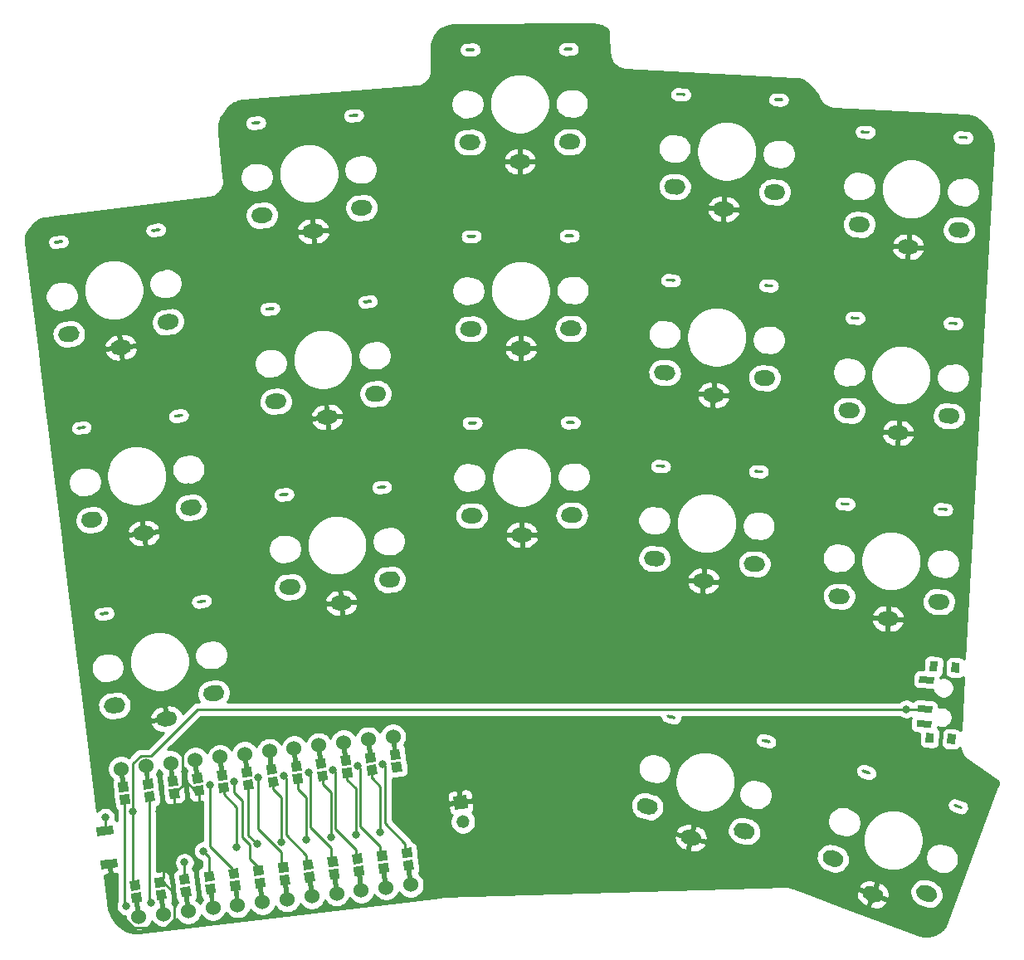
<source format=gbl>
G04 #@! TF.GenerationSoftware,KiCad,Pcbnew,5.1.10*
G04 #@! TF.CreationDate,2021-11-21T00:27:54-06:00*
G04 #@! TF.ProjectId,a_quax_quax,615f7175-6178-45f7-9175-61782e6b6963,VERSION_HERE*
G04 #@! TF.SameCoordinates,Original*
G04 #@! TF.FileFunction,Copper,L2,Bot*
G04 #@! TF.FilePolarity,Positive*
%FSLAX46Y46*%
G04 Gerber Fmt 4.6, Leading zero omitted, Abs format (unit mm)*
G04 Created by KiCad (PCBNEW 5.1.10) date 2021-11-21 00:27:54*
%MOMM*%
%LPD*%
G01*
G04 APERTURE LIST*
G04 #@! TA.AperFunction,SMDPad,CuDef*
%ADD10C,0.100000*%
G04 #@! TD*
G04 #@! TA.AperFunction,ComponentPad*
%ADD11C,1.524000*%
G04 #@! TD*
G04 #@! TA.AperFunction,ComponentPad*
%ADD12C,0.100000*%
G04 #@! TD*
G04 #@! TA.AperFunction,ViaPad*
%ADD13C,0.800000*%
G04 #@! TD*
G04 #@! TA.AperFunction,Conductor*
%ADD14C,0.250000*%
G04 #@! TD*
G04 #@! TA.AperFunction,Conductor*
%ADD15C,0.254000*%
G04 #@! TD*
G04 #@! TA.AperFunction,Conductor*
%ADD16C,0.100000*%
G04 #@! TD*
G04 APERTURE END LIST*
G04 #@! TA.AperFunction,SMDPad,CuDef*
D10*
G04 #@! TO.P,C1,*
G04 #@! TO.N,*
G36*
X216609207Y-133223067D02*
G01*
X216112725Y-133282269D01*
X215875917Y-131296337D01*
X216372399Y-131237135D01*
X216609207Y-133223067D01*
G37*
G04 #@! TD.AperFunction*
G04 #@! TA.AperFunction,SMDPad,CuDef*
G36*
X214087074Y-133523813D02*
G01*
X213590592Y-133583015D01*
X213353784Y-131597083D01*
X213850266Y-131537881D01*
X214087074Y-133523813D01*
G37*
G04 #@! TD.AperFunction*
G04 #@! TA.AperFunction,SMDPad,CuDef*
G36*
X211564942Y-133824559D02*
G01*
X211068460Y-133883761D01*
X210831652Y-131897829D01*
X211328134Y-131838627D01*
X211564942Y-133824559D01*
G37*
G04 #@! TD.AperFunction*
G04 #@! TA.AperFunction,SMDPad,CuDef*
G36*
X209042810Y-134125305D02*
G01*
X208546328Y-134184507D01*
X208309520Y-132198575D01*
X208806002Y-132139373D01*
X209042810Y-134125305D01*
G37*
G04 #@! TD.AperFunction*
G04 #@! TA.AperFunction,SMDPad,CuDef*
G36*
X206505640Y-134299944D02*
G01*
X206009158Y-134359146D01*
X205772350Y-132373214D01*
X206268832Y-132314012D01*
X206505640Y-134299944D01*
G37*
G04 #@! TD.AperFunction*
G04 #@! TA.AperFunction,SMDPad,CuDef*
G36*
X203983508Y-134600690D02*
G01*
X203487026Y-134659892D01*
X203250218Y-132673960D01*
X203746700Y-132614758D01*
X203983508Y-134600690D01*
G37*
G04 #@! TD.AperFunction*
G04 #@! TA.AperFunction,SMDPad,CuDef*
G36*
X201461375Y-134901436D02*
G01*
X200964893Y-134960638D01*
X200728085Y-132974706D01*
X201224567Y-132915504D01*
X201461375Y-134901436D01*
G37*
G04 #@! TD.AperFunction*
G04 #@! TA.AperFunction,SMDPad,CuDef*
G36*
X198939243Y-135202183D02*
G01*
X198442761Y-135261385D01*
X198205953Y-133275453D01*
X198702435Y-133216251D01*
X198939243Y-135202183D01*
G37*
G04 #@! TD.AperFunction*
G04 #@! TA.AperFunction,SMDPad,CuDef*
G36*
X196432148Y-135629035D02*
G01*
X195935666Y-135688237D01*
X195698858Y-133702305D01*
X196195340Y-133643103D01*
X196432148Y-135629035D01*
G37*
G04 #@! TD.AperFunction*
G04 #@! TA.AperFunction,SMDPad,CuDef*
G36*
X193894978Y-135803675D02*
G01*
X193398496Y-135862877D01*
X193161688Y-133876945D01*
X193658170Y-133817743D01*
X193894978Y-135803675D01*
G37*
G04 #@! TD.AperFunction*
G04 #@! TA.AperFunction,SMDPad,CuDef*
G36*
X191372846Y-136104421D02*
G01*
X190876364Y-136163623D01*
X190639556Y-134177691D01*
X191136038Y-134118489D01*
X191372846Y-136104421D01*
G37*
G04 #@! TD.AperFunction*
G04 #@! TA.AperFunction,SMDPad,CuDef*
G36*
X188850713Y-136405167D02*
G01*
X188354231Y-136464369D01*
X188117423Y-134478437D01*
X188613905Y-134419235D01*
X188850713Y-136405167D01*
G37*
G04 #@! TD.AperFunction*
G04 #@! TA.AperFunction,SMDPad,CuDef*
G36*
X218173086Y-146338155D02*
G01*
X217676604Y-146397357D01*
X217439796Y-144411425D01*
X217936278Y-144352223D01*
X218173086Y-146338155D01*
G37*
G04 #@! TD.AperFunction*
G04 #@! TA.AperFunction,SMDPad,CuDef*
G36*
X215650954Y-146638901D02*
G01*
X215154472Y-146698103D01*
X214917664Y-144712171D01*
X215414146Y-144652969D01*
X215650954Y-146638901D01*
G37*
G04 #@! TD.AperFunction*
G04 #@! TA.AperFunction,SMDPad,CuDef*
G36*
X213128822Y-146939647D02*
G01*
X212632340Y-146998849D01*
X212395532Y-145012917D01*
X212892014Y-144953715D01*
X213128822Y-146939647D01*
G37*
G04 #@! TD.AperFunction*
G04 #@! TA.AperFunction,SMDPad,CuDef*
G36*
X210606689Y-147240393D02*
G01*
X210110207Y-147299595D01*
X209873399Y-145313663D01*
X210369881Y-145254461D01*
X210606689Y-147240393D01*
G37*
G04 #@! TD.AperFunction*
G04 #@! TA.AperFunction,SMDPad,CuDef*
G36*
X208069520Y-147415033D02*
G01*
X207573038Y-147474235D01*
X207336230Y-145488303D01*
X207832712Y-145429101D01*
X208069520Y-147415033D01*
G37*
G04 #@! TD.AperFunction*
G04 #@! TA.AperFunction,SMDPad,CuDef*
G36*
X205532350Y-147589672D02*
G01*
X205035868Y-147648874D01*
X204799060Y-145662942D01*
X205295542Y-145603740D01*
X205532350Y-147589672D01*
G37*
G04 #@! TD.AperFunction*
G04 #@! TA.AperFunction,SMDPad,CuDef*
G36*
X203025255Y-148016525D02*
G01*
X202528773Y-148075727D01*
X202291965Y-146089795D01*
X202788447Y-146030593D01*
X203025255Y-148016525D01*
G37*
G04 #@! TD.AperFunction*
G04 #@! TA.AperFunction,SMDPad,CuDef*
G36*
X200518160Y-148443378D02*
G01*
X200021678Y-148502580D01*
X199784870Y-146516648D01*
X200281352Y-146457446D01*
X200518160Y-148443378D01*
G37*
G04 #@! TD.AperFunction*
G04 #@! TA.AperFunction,SMDPad,CuDef*
G36*
X195473895Y-149044870D02*
G01*
X194977413Y-149104072D01*
X194740605Y-147118140D01*
X195237087Y-147058938D01*
X195473895Y-149044870D01*
G37*
G04 #@! TD.AperFunction*
G04 #@! TA.AperFunction,SMDPad,CuDef*
G36*
X192936725Y-149219509D02*
G01*
X192440243Y-149278711D01*
X192203435Y-147292779D01*
X192699917Y-147233577D01*
X192936725Y-149219509D01*
G37*
G04 #@! TD.AperFunction*
G04 #@! TA.AperFunction,SMDPad,CuDef*
G36*
X190414593Y-149520255D02*
G01*
X189918111Y-149579457D01*
X189681303Y-147593525D01*
X190177785Y-147534323D01*
X190414593Y-149520255D01*
G37*
G04 #@! TD.AperFunction*
G04 #@! TA.AperFunction,SMDPad,CuDef*
G36*
X197980990Y-148618017D02*
G01*
X197484508Y-148677219D01*
X197247700Y-146691287D01*
X197744182Y-146632085D01*
X197980990Y-148618017D01*
G37*
G04 #@! TD.AperFunction*
G04 #@! TA.AperFunction,SMDPad,CuDef*
G36*
X203108086Y-146599751D02*
G01*
X202115120Y-146718155D01*
X201996716Y-145725189D01*
X202989682Y-145606785D01*
X203108086Y-146599751D01*
G37*
G04 #@! TD.AperFunction*
G04 #@! TA.AperFunction,SMDPad,CuDef*
G36*
X201763017Y-135319663D02*
G01*
X200770051Y-135438067D01*
X200651647Y-134445101D01*
X201644613Y-134326697D01*
X201763017Y-135319663D01*
G37*
G04 #@! TD.AperFunction*
G04 #@! TA.AperFunction,SMDPad,CuDef*
G04 #@! TO.P,C1,1*
G04 #@! TO.N,RAW*
G36*
X190347051Y-146842415D02*
G01*
X189354085Y-146960819D01*
X189235681Y-145967853D01*
X190228647Y-145849449D01*
X190347051Y-146842415D01*
G37*
G04 #@! TD.AperFunction*
G04 #@! TA.AperFunction,SMDPad,CuDef*
G04 #@! TO.P,C1,14*
G04 #@! TO.N,P8*
G36*
X214524052Y-135076998D02*
G01*
X213531086Y-135195402D01*
X213412682Y-134202436D01*
X214405648Y-134084032D01*
X214524052Y-135076998D01*
G37*
G04 #@! TD.AperFunction*
G04 #@! TA.AperFunction,SMDPad,CuDef*
G04 #@! TO.P,C1,*
G04 #@! TO.N,*
G36*
X218240881Y-144795274D02*
G01*
X217247915Y-144913678D01*
X217129511Y-143920712D01*
X218122477Y-143802308D01*
X218240881Y-144795274D01*
G37*
G04 #@! TD.AperFunction*
G04 #@! TA.AperFunction,SMDPad,CuDef*
G36*
X205630219Y-146299005D02*
G01*
X204637253Y-146417409D01*
X204518849Y-145424443D01*
X205511815Y-145306039D01*
X205630219Y-146299005D01*
G37*
G04 #@! TD.AperFunction*
G04 #@! TA.AperFunction,SMDPad,CuDef*
G04 #@! TO.P,C1,4*
G04 #@! TO.N,VCC*
G36*
X197913449Y-145940177D02*
G01*
X196920483Y-146058581D01*
X196802079Y-145065615D01*
X197795045Y-144947211D01*
X197913449Y-145940177D01*
G37*
G04 #@! TD.AperFunction*
G04 #@! TA.AperFunction,SMDPad,CuDef*
G04 #@! TO.P,C1,*
G04 #@! TO.N,*
G36*
X196718753Y-135921155D02*
G01*
X195725787Y-136039559D01*
X195607383Y-135046593D01*
X196600349Y-134928189D01*
X196718753Y-135921155D01*
G37*
G04 #@! TD.AperFunction*
G04 #@! TA.AperFunction,SMDPad,CuDef*
G36*
X209329415Y-134417424D02*
G01*
X208336449Y-134535828D01*
X208218045Y-133542862D01*
X209211011Y-133424458D01*
X209329415Y-134417424D01*
G37*
G04 #@! TD.AperFunction*
G04 #@! TA.AperFunction,SMDPad,CuDef*
G36*
X216895812Y-133515186D02*
G01*
X215902846Y-133633590D01*
X215784442Y-132640624D01*
X216777408Y-132522220D01*
X216895812Y-133515186D01*
G37*
G04 #@! TD.AperFunction*
G04 #@! TA.AperFunction,SMDPad,CuDef*
G04 #@! TO.P,C1,20*
G04 #@! TO.N,P2*
G36*
X199391258Y-136881475D02*
G01*
X198398292Y-136999879D01*
X198279888Y-136006913D01*
X199272854Y-135888509D01*
X199391258Y-136881475D01*
G37*
G04 #@! TD.AperFunction*
G04 #@! TA.AperFunction,SMDPad,CuDef*
G04 #@! TO.P,C1,11*
G04 #@! TO.N,P16*
G36*
X215568375Y-143834954D02*
G01*
X214575409Y-143953358D01*
X214457005Y-142960392D01*
X215449971Y-142841988D01*
X215568375Y-143834954D01*
G37*
G04 #@! TD.AperFunction*
G04 #@! TA.AperFunction,SMDPad,CuDef*
G04 #@! TO.P,C1,*
G04 #@! TO.N,*
G36*
X199240885Y-135620409D02*
G01*
X198247919Y-135738813D01*
X198129515Y-134745847D01*
X199122481Y-134627443D01*
X199240885Y-135620409D01*
G37*
G04 #@! TD.AperFunction*
G04 #@! TA.AperFunction,SMDPad,CuDef*
G36*
X198063822Y-147201243D02*
G01*
X197070856Y-147319647D01*
X196952452Y-146326681D01*
X197945418Y-146208277D01*
X198063822Y-147201243D01*
G37*
G04 #@! TD.AperFunction*
G04 #@! TA.AperFunction,SMDPad,CuDef*
G36*
X195541689Y-147501989D02*
G01*
X194548723Y-147620393D01*
X194430319Y-146627427D01*
X195423285Y-146509023D01*
X195541689Y-147501989D01*
G37*
G04 #@! TD.AperFunction*
G04 #@! TA.AperFunction,SMDPad,CuDef*
G36*
X191674488Y-136522647D02*
G01*
X190681522Y-136641051D01*
X190563118Y-135648085D01*
X191556084Y-135529681D01*
X191674488Y-136522647D01*
G37*
G04 #@! TD.AperFunction*
G04 #@! TA.AperFunction,SMDPad,CuDef*
G04 #@! TO.P,C1,2*
G04 #@! TO.N,GND*
G36*
X192869184Y-146541669D02*
G01*
X191876218Y-146660073D01*
X191757814Y-145667107D01*
X192750780Y-145548703D01*
X192869184Y-146541669D01*
G37*
G04 #@! TD.AperFunction*
G04 #@! TA.AperFunction,SMDPad,CuDef*
G04 #@! TO.P,C1,*
G04 #@! TO.N,*
G36*
X194196620Y-136221901D02*
G01*
X193203654Y-136340305D01*
X193085250Y-135347339D01*
X194078216Y-135228935D01*
X194196620Y-136221901D01*
G37*
G04 #@! TD.AperFunction*
G04 #@! TA.AperFunction,SMDPad,CuDef*
G36*
X204285150Y-135018917D02*
G01*
X203292184Y-135137321D01*
X203173780Y-134144355D01*
X204166746Y-134025951D01*
X204285150Y-135018917D01*
G37*
G04 #@! TD.AperFunction*
G04 #@! TA.AperFunction,SMDPad,CuDef*
G36*
X211851547Y-134116678D02*
G01*
X210858581Y-134235082D01*
X210740177Y-133242116D01*
X211733143Y-133123712D01*
X211851547Y-134116678D01*
G37*
G04 #@! TD.AperFunction*
G04 #@! TA.AperFunction,SMDPad,CuDef*
G04 #@! TO.P,C1,7*
G04 #@! TO.N,P19*
G36*
X205479846Y-145037939D02*
G01*
X204486880Y-145156343D01*
X204368476Y-144163377D01*
X205361442Y-144044973D01*
X205479846Y-145037939D01*
G37*
G04 #@! TD.AperFunction*
G04 #@! TA.AperFunction,SMDPad,CuDef*
G04 #@! TO.P,C1,21*
G04 #@! TO.N,GND*
G36*
X196869126Y-137182221D02*
G01*
X195876160Y-137300625D01*
X195757756Y-136307659D01*
X196750722Y-136189255D01*
X196869126Y-137182221D01*
G37*
G04 #@! TD.AperFunction*
G04 #@! TA.AperFunction,SMDPad,CuDef*
G04 #@! TO.P,C1,*
G04 #@! TO.N,*
G36*
X213196616Y-145396766D02*
G01*
X212203650Y-145515170D01*
X212085246Y-144522204D01*
X213078212Y-144403800D01*
X213196616Y-145396766D01*
G37*
G04 #@! TD.AperFunction*
G04 #@! TA.AperFunction,SMDPad,CuDef*
G04 #@! TO.P,C1,13*
G04 #@! TO.N,P9*
G36*
X217046185Y-134776252D02*
G01*
X216053219Y-134894656D01*
X215934815Y-133901690D01*
X216927781Y-133783286D01*
X217046185Y-134776252D01*
G37*
G04 #@! TD.AperFunction*
G04 #@! TA.AperFunction,SMDPad,CuDef*
G04 #@! TO.P,C1,19*
G04 #@! TO.N,P3*
G36*
X201913390Y-136580729D02*
G01*
X200920424Y-136699133D01*
X200802020Y-135706167D01*
X201794986Y-135587763D01*
X201913390Y-136580729D01*
G37*
G04 #@! TD.AperFunction*
G04 #@! TA.AperFunction,SMDPad,CuDef*
G04 #@! TO.P,C1,17*
G04 #@! TO.N,P5*
G36*
X206957655Y-135979237D02*
G01*
X205964689Y-136097641D01*
X205846285Y-135104675D01*
X206839251Y-134986271D01*
X206957655Y-135979237D01*
G37*
G04 #@! TD.AperFunction*
G04 #@! TA.AperFunction,SMDPad,CuDef*
G04 #@! TO.P,C1,*
G04 #@! TO.N,*
G36*
X206807282Y-134718170D02*
G01*
X205814316Y-134836574D01*
X205695912Y-133843608D01*
X206688878Y-133725204D01*
X206807282Y-134718170D01*
G37*
G04 #@! TD.AperFunction*
G04 #@! TA.AperFunction,SMDPad,CuDef*
G04 #@! TO.P,C1,10*
G04 #@! TO.N,P14*
G36*
X213046243Y-144135700D02*
G01*
X212053277Y-144254104D01*
X211934873Y-143261138D01*
X212927839Y-143142734D01*
X213046243Y-144135700D01*
G37*
G04 #@! TD.AperFunction*
G04 #@! TA.AperFunction,SMDPad,CuDef*
G04 #@! TO.P,C1,*
G04 #@! TO.N,*
G36*
X189152355Y-136823393D02*
G01*
X188159389Y-136941797D01*
X188040985Y-135948831D01*
X189033951Y-135830427D01*
X189152355Y-136823393D01*
G37*
G04 #@! TD.AperFunction*
G04 #@! TA.AperFunction,SMDPad,CuDef*
G04 #@! TO.P,C1,16*
G04 #@! TO.N,P6*
G36*
X209479788Y-135678491D02*
G01*
X208486822Y-135796895D01*
X208368418Y-134803929D01*
X209361384Y-134685525D01*
X209479788Y-135678491D01*
G37*
G04 #@! TD.AperFunction*
G04 #@! TA.AperFunction,SMDPad,CuDef*
G04 #@! TO.P,C1,18*
G04 #@! TO.N,P4*
G36*
X204435523Y-136279983D02*
G01*
X203442557Y-136398387D01*
X203324153Y-135405421D01*
X204317119Y-135287017D01*
X204435523Y-136279983D01*
G37*
G04 #@! TD.AperFunction*
G04 #@! TA.AperFunction,SMDPad,CuDef*
G04 #@! TO.P,C1,24*
G04 #@! TO.N,P1*
G36*
X189302728Y-138084459D02*
G01*
X188309762Y-138202863D01*
X188191358Y-137209897D01*
X189184324Y-137091493D01*
X189302728Y-138084459D01*
G37*
G04 #@! TD.AperFunction*
G04 #@! TA.AperFunction,SMDPad,CuDef*
G04 #@! TO.P,C1,12*
G04 #@! TO.N,P10*
G36*
X218090508Y-143534208D02*
G01*
X217097542Y-143652612D01*
X216979138Y-142659646D01*
X217972104Y-142541242D01*
X218090508Y-143534208D01*
G37*
G04 #@! TD.AperFunction*
G04 #@! TA.AperFunction,SMDPad,CuDef*
G04 #@! TO.P,C1,*
G04 #@! TO.N,*
G36*
X200585954Y-146900497D02*
G01*
X199592988Y-147018901D01*
X199474584Y-146025935D01*
X200467550Y-145907531D01*
X200585954Y-146900497D01*
G37*
G04 #@! TD.AperFunction*
G04 #@! TA.AperFunction,SMDPad,CuDef*
G04 #@! TO.P,C1,22*
G04 #@! TO.N,GND*
G36*
X194346993Y-137482967D02*
G01*
X193354027Y-137601371D01*
X193235623Y-136608405D01*
X194228589Y-136490001D01*
X194346993Y-137482967D01*
G37*
G04 #@! TD.AperFunction*
G04 #@! TA.AperFunction,SMDPad,CuDef*
G04 #@! TO.P,C1,15*
G04 #@! TO.N,P7*
G36*
X212001920Y-135377744D02*
G01*
X211008954Y-135496148D01*
X210890550Y-134503182D01*
X211883516Y-134384778D01*
X212001920Y-135377744D01*
G37*
G04 #@! TD.AperFunction*
G04 #@! TA.AperFunction,SMDPad,CuDef*
G04 #@! TO.P,C1,9*
G04 #@! TO.N,P15*
G36*
X210524111Y-144436446D02*
G01*
X209531145Y-144554850D01*
X209412741Y-143561884D01*
X210405707Y-143443480D01*
X210524111Y-144436446D01*
G37*
G04 #@! TD.AperFunction*
G04 #@! TA.AperFunction,SMDPad,CuDef*
G04 #@! TO.P,C1,*
G04 #@! TO.N,*
G36*
X193019557Y-147802735D02*
G01*
X192026591Y-147921139D01*
X191908187Y-146928173D01*
X192901153Y-146809769D01*
X193019557Y-147802735D01*
G37*
G04 #@! TD.AperFunction*
G04 #@! TA.AperFunction,SMDPad,CuDef*
G36*
X190497425Y-148103481D02*
G01*
X189504459Y-148221885D01*
X189386055Y-147228919D01*
X190379021Y-147110515D01*
X190497425Y-148103481D01*
G37*
G04 #@! TD.AperFunction*
G04 #@! TA.AperFunction,SMDPad,CuDef*
G04 #@! TO.P,C1,6*
G04 #@! TO.N,P20*
G36*
X202957713Y-145338685D02*
G01*
X201964747Y-145457089D01*
X201846343Y-144464123D01*
X202839309Y-144345719D01*
X202957713Y-145338685D01*
G37*
G04 #@! TD.AperFunction*
G04 #@! TA.AperFunction,SMDPad,CuDef*
G04 #@! TO.P,C1,23*
G04 #@! TO.N,P0*
G36*
X191824861Y-137783713D02*
G01*
X190831895Y-137902117D01*
X190713491Y-136909151D01*
X191706457Y-136790747D01*
X191824861Y-137783713D01*
G37*
G04 #@! TD.AperFunction*
G04 #@! TA.AperFunction,SMDPad,CuDef*
G04 #@! TO.P,C1,*
G04 #@! TO.N,*
G36*
X215718748Y-145096020D02*
G01*
X214725782Y-145214424D01*
X214607378Y-144221458D01*
X215600344Y-144103054D01*
X215718748Y-145096020D01*
G37*
G04 #@! TD.AperFunction*
G04 #@! TA.AperFunction,SMDPad,CuDef*
G04 #@! TO.P,C1,8*
G04 #@! TO.N,P18*
G36*
X208001978Y-144737192D02*
G01*
X207009012Y-144855596D01*
X206890608Y-143862630D01*
X207883574Y-143744226D01*
X208001978Y-144737192D01*
G37*
G04 #@! TD.AperFunction*
G04 #@! TA.AperFunction,SMDPad,CuDef*
G04 #@! TO.P,C1,*
G04 #@! TO.N,*
G36*
X210674484Y-145697513D02*
G01*
X209681518Y-145815917D01*
X209563114Y-144822951D01*
X210556080Y-144704547D01*
X210674484Y-145697513D01*
G37*
G04 #@! TD.AperFunction*
G04 #@! TA.AperFunction,SMDPad,CuDef*
G36*
X208152351Y-145998259D02*
G01*
X207159385Y-146116663D01*
X207040981Y-145123697D01*
X208033947Y-145005293D01*
X208152351Y-145998259D01*
G37*
G04 #@! TD.AperFunction*
G04 #@! TA.AperFunction,SMDPad,CuDef*
G04 #@! TO.P,C1,3*
G04 #@! TO.N,RST*
G36*
X195391316Y-146240923D02*
G01*
X194398350Y-146359327D01*
X194279946Y-145366361D01*
X195272912Y-145247957D01*
X195391316Y-146240923D01*
G37*
G04 #@! TD.AperFunction*
G04 #@! TA.AperFunction,SMDPad,CuDef*
G04 #@! TO.P,C1,5*
G04 #@! TO.N,P21*
G36*
X200435581Y-145639431D02*
G01*
X199442615Y-145757835D01*
X199324211Y-144764869D01*
X200317177Y-144646465D01*
X200435581Y-145639431D01*
G37*
G04 #@! TD.AperFunction*
G04 #@! TA.AperFunction,SMDPad,CuDef*
G04 #@! TO.P,C1,*
G04 #@! TO.N,*
G36*
X214373679Y-133815932D02*
G01*
X213380713Y-133934336D01*
X213262309Y-132941370D01*
X214255275Y-132822966D01*
X214373679Y-133815932D01*
G37*
G04 #@! TD.AperFunction*
D11*
X188374497Y-134522912D03*
X190896630Y-134222165D03*
X193418762Y-133921419D03*
X195940894Y-133620673D03*
X198463027Y-133319927D03*
X200985159Y-133019181D03*
X203507292Y-132718435D03*
X206029424Y-132417689D03*
X208551556Y-132116943D03*
X211073689Y-131816197D03*
X213595821Y-131515451D03*
X216117954Y-131214705D03*
X217920062Y-146327640D03*
X215397930Y-146628386D03*
X212875797Y-146929132D03*
X210353665Y-147229878D03*
X207831532Y-147530624D03*
X205309400Y-147831370D03*
X202787268Y-148132116D03*
X200265135Y-148432862D03*
X197743003Y-148733608D03*
X195220870Y-149034354D03*
X192698738Y-149335100D03*
X190176606Y-149635847D03*
G04 #@! TD*
G04 #@! TO.P,S6,*
G04 #@! TO.N,*
G04 #@! TA.AperFunction,ComponentPad*
G36*
G01*
X181488525Y-80829390D02*
X181488525Y-80829390D01*
G75*
G02*
X181617663Y-80661094I148717J19579D01*
G01*
X182311675Y-80569726D01*
G75*
G02*
X182479971Y-80698864I19579J-148717D01*
G01*
X182479971Y-80698864D01*
G75*
G02*
X182350833Y-80867160I-148717J-19579D01*
G01*
X181656821Y-80958528D01*
G75*
G02*
X181488525Y-80829390I-19579J148717D01*
G01*
G37*
G04 #@! TD.AperFunction*
G04 #@! TO.P,S6,1*
G04 #@! TO.N,P19*
G04 #@! TA.AperFunction,ComponentPad*
G36*
G01*
X192068829Y-89046863D02*
X192068829Y-89046863D01*
G75*
G02*
X192765371Y-88155331I794037J97495D01*
G01*
X193360899Y-88082209D01*
G75*
G02*
X194252431Y-88778751I97495J-794037D01*
G01*
X194252431Y-88778751D01*
G75*
G02*
X193555889Y-89670283I-794037J-97495D01*
G01*
X192960361Y-89743405D01*
G75*
G02*
X192068829Y-89046863I-97495J794037D01*
G01*
G37*
G04 #@! TD.AperFunction*
G04 #@! TO.P,S6,*
G04 #@! TO.N,*
G04 #@! TA.AperFunction,ComponentPad*
G36*
G01*
X191413987Y-79610696D02*
X191413987Y-79610696D01*
G75*
G02*
X191543125Y-79442400I148717J19579D01*
G01*
X192237137Y-79351032D01*
G75*
G02*
X192405433Y-79480170I19579J-148717D01*
G01*
X192405433Y-79480170D01*
G75*
G02*
X192276295Y-79648466I-148717J-19579D01*
G01*
X191582283Y-79739834D01*
G75*
G02*
X191413987Y-79610696I-19579J148717D01*
G01*
G37*
G04 #@! TD.AperFunction*
G04 #@! TO.P,S6,1*
G04 #@! TO.N,P19*
G04 #@! TA.AperFunction,ComponentPad*
G36*
G01*
X181944858Y-90289931D02*
X181944858Y-90289931D01*
G75*
G02*
X182641400Y-89398399I794037J97495D01*
G01*
X183236928Y-89325277D01*
G75*
G02*
X184128460Y-90021819I97495J-794037D01*
G01*
X184128460Y-90021819D01*
G75*
G02*
X183431918Y-90913351I-794037J-97495D01*
G01*
X182836390Y-90986473D01*
G75*
G02*
X181944858Y-90289931I-97495J794037D01*
G01*
G37*
G04 #@! TD.AperFunction*
G04 #@! TO.P,S6,2*
G04 #@! TO.N,GND*
G04 #@! TA.AperFunction,ComponentPad*
G36*
G01*
X187250582Y-91653489D02*
X187250582Y-91653489D01*
G75*
G02*
X187903590Y-90817677I744410J91402D01*
G01*
X188598372Y-90732369D01*
G75*
G02*
X189434184Y-91385377I91402J-744410D01*
G01*
X189434184Y-91385377D01*
G75*
G02*
X188781176Y-92221189I-744410J-91402D01*
G01*
X188086394Y-92306497D01*
G75*
G02*
X187250582Y-91653489I-91402J744410D01*
G01*
G37*
G04 #@! TD.AperFunction*
G04 #@! TD*
G04 #@! TO.P,S4,*
G04 #@! TO.N,*
G04 #@! TA.AperFunction,ComponentPad*
G36*
G01*
X183819155Y-99779160D02*
X183819155Y-99779160D01*
G75*
G02*
X183948293Y-99610864I148717J19579D01*
G01*
X184642305Y-99519496D01*
G75*
G02*
X184810601Y-99648634I19579J-148717D01*
G01*
X184810601Y-99648634D01*
G75*
G02*
X184681463Y-99816930I-148717J-19579D01*
G01*
X183987451Y-99908298D01*
G75*
G02*
X183819155Y-99779160I-19579J148717D01*
G01*
G37*
G04 #@! TD.AperFunction*
G04 #@! TO.P,S4,1*
G04 #@! TO.N,P20*
G04 #@! TA.AperFunction,ComponentPad*
G36*
G01*
X194399459Y-107996633D02*
X194399459Y-107996633D01*
G75*
G02*
X195096001Y-107105101I794037J97495D01*
G01*
X195691529Y-107031979D01*
G75*
G02*
X196583061Y-107728521I97495J-794037D01*
G01*
X196583061Y-107728521D01*
G75*
G02*
X195886519Y-108620053I-794037J-97495D01*
G01*
X195290991Y-108693175D01*
G75*
G02*
X194399459Y-107996633I-97495J794037D01*
G01*
G37*
G04 #@! TD.AperFunction*
G04 #@! TO.P,S4,*
G04 #@! TO.N,*
G04 #@! TA.AperFunction,ComponentPad*
G36*
G01*
X193744617Y-98560466D02*
X193744617Y-98560466D01*
G75*
G02*
X193873755Y-98392170I148717J19579D01*
G01*
X194567767Y-98300802D01*
G75*
G02*
X194736063Y-98429940I19579J-148717D01*
G01*
X194736063Y-98429940D01*
G75*
G02*
X194606925Y-98598236I-148717J-19579D01*
G01*
X193912913Y-98689604D01*
G75*
G02*
X193744617Y-98560466I-19579J148717D01*
G01*
G37*
G04 #@! TD.AperFunction*
G04 #@! TO.P,S4,1*
G04 #@! TO.N,P20*
G04 #@! TA.AperFunction,ComponentPad*
G36*
G01*
X184275488Y-109239701D02*
X184275488Y-109239701D01*
G75*
G02*
X184972030Y-108348169I794037J97495D01*
G01*
X185567558Y-108275047D01*
G75*
G02*
X186459090Y-108971589I97495J-794037D01*
G01*
X186459090Y-108971589D01*
G75*
G02*
X185762548Y-109863121I-794037J-97495D01*
G01*
X185167020Y-109936243D01*
G75*
G02*
X184275488Y-109239701I-97495J794037D01*
G01*
G37*
G04 #@! TD.AperFunction*
G04 #@! TO.P,S4,2*
G04 #@! TO.N,GND*
G04 #@! TA.AperFunction,ComponentPad*
G36*
G01*
X189581212Y-110603259D02*
X189581212Y-110603259D01*
G75*
G02*
X190234220Y-109767447I744410J91402D01*
G01*
X190929002Y-109682139D01*
G75*
G02*
X191764814Y-110335147I91402J-744410D01*
G01*
X191764814Y-110335147D01*
G75*
G02*
X191111806Y-111170959I-744410J-91402D01*
G01*
X190417024Y-111256267D01*
G75*
G02*
X189581212Y-110603259I-91402J744410D01*
G01*
G37*
G04 #@! TD.AperFunction*
G04 #@! TD*
G04 #@! TO.P,S16,*
G04 #@! TO.N,*
G04 #@! TA.AperFunction,ComponentPad*
G36*
G01*
X223601809Y-80194513D02*
X223601809Y-80194513D01*
G75*
G02*
X223749700Y-80042434I149985J2094D01*
G01*
X224449632Y-80032660D01*
G75*
G02*
X224601711Y-80180551I2094J-149985D01*
G01*
X224601711Y-80180551D01*
G75*
G02*
X224453820Y-80332630I-149985J-2094D01*
G01*
X223753888Y-80342404D01*
G75*
G02*
X223601809Y-80194513I-2094J149985D01*
G01*
G37*
G04 #@! TD.AperFunction*
G04 #@! TO.P,S16,1*
G04 #@! TO.N,P10*
G04 #@! TA.AperFunction,ComponentPad*
G36*
G01*
X233151116Y-89590279D02*
X233151116Y-89590279D01*
G75*
G02*
X233946916Y-88786101I799989J4189D01*
G01*
X234546908Y-88782959D01*
G75*
G02*
X235351086Y-89578759I4189J-799989D01*
G01*
X235351086Y-89578759D01*
G75*
G02*
X234555286Y-90382937I-799989J-4189D01*
G01*
X233955294Y-90386079D01*
G75*
G02*
X233151116Y-89590279I-4189J799989D01*
G01*
G37*
G04 #@! TD.AperFunction*
G04 #@! TO.P,S16,*
G04 #@! TO.N,*
G04 #@! TA.AperFunction,ComponentPad*
G36*
G01*
X233601672Y-80142153D02*
X233601672Y-80142153D01*
G75*
G02*
X233749563Y-79990074I149985J2094D01*
G01*
X234449495Y-79980300D01*
G75*
G02*
X234601574Y-80128191I2094J-149985D01*
G01*
X234601574Y-80128191D01*
G75*
G02*
X234453683Y-80280270I-149985J-2094D01*
G01*
X233753751Y-80290044D01*
G75*
G02*
X233601672Y-80142153I-2094J149985D01*
G01*
G37*
G04 #@! TD.AperFunction*
G04 #@! TO.P,S16,1*
G04 #@! TO.N,P10*
G04 #@! TA.AperFunction,ComponentPad*
G36*
G01*
X222951256Y-89643686D02*
X222951256Y-89643686D01*
G75*
G02*
X223747056Y-88839508I799989J4189D01*
G01*
X224347048Y-88836366D01*
G75*
G02*
X225151226Y-89632166I4189J-799989D01*
G01*
X225151226Y-89632166D01*
G75*
G02*
X224355426Y-90436344I-799989J-4189D01*
G01*
X223755434Y-90439486D01*
G75*
G02*
X222951256Y-89643686I-4189J799989D01*
G01*
G37*
G04 #@! TD.AperFunction*
G04 #@! TO.P,S16,2*
G04 #@! TO.N,GND*
G04 #@! TA.AperFunction,ComponentPad*
G36*
G01*
X228061658Y-91616955D02*
X228061658Y-91616955D01*
G75*
G02*
X228807721Y-90863038I749990J3927D01*
G01*
X229507711Y-90859372D01*
G75*
G02*
X230261628Y-91605435I3927J-749990D01*
G01*
X230261628Y-91605435D01*
G75*
G02*
X229515565Y-92359352I-749990J-3927D01*
G01*
X228815575Y-92363018D01*
G75*
G02*
X228061658Y-91616955I-3927J749990D01*
G01*
G37*
G04 #@! TD.AperFunction*
G04 #@! TD*
G04 #@! TO.P,S34,*
G04 #@! TO.N,*
G04 #@! TA.AperFunction,ComponentPad*
G36*
G01*
X263926287Y-134677097D02*
X263926287Y-134677097D01*
G75*
G02*
X264118544Y-134587446I140954J-51303D01*
G01*
X264776328Y-134826860D01*
G75*
G02*
X264865979Y-135019117I-51303J-140954D01*
G01*
X264865979Y-135019117D01*
G75*
G02*
X264673722Y-135108768I-140954J51303D01*
G01*
X264015938Y-134869354D01*
G75*
G02*
X263926287Y-134677097I51303J140954D01*
G01*
G37*
G04 #@! TD.AperFunction*
G04 #@! TO.P,S34,1*
G04 #@! TO.N,P1*
G04 #@! TA.AperFunction,ComponentPad*
G36*
G01*
X269516722Y-146851526D02*
X269516722Y-146851526D01*
G75*
G02*
X270546226Y-146382354I749338J-280166D01*
G01*
X271108230Y-146592478D01*
G75*
G02*
X271577402Y-147621982I-280166J-749338D01*
G01*
X271577402Y-147621982D01*
G75*
G02*
X270547898Y-148091154I-749338J280166D01*
G01*
X269985894Y-147881030D01*
G75*
G02*
X269516722Y-146851526I280166J749338D01*
G01*
G37*
G04 #@! TD.AperFunction*
G04 #@! TO.P,S34,*
G04 #@! TO.N,*
G04 #@! TA.AperFunction,ComponentPad*
G36*
G01*
X273293009Y-138179171D02*
X273293009Y-138179171D01*
G75*
G02*
X273485266Y-138089520I140954J-51303D01*
G01*
X274143050Y-138328934D01*
G75*
G02*
X274232701Y-138521191I-51303J-140954D01*
G01*
X274232701Y-138521191D01*
G75*
G02*
X274040444Y-138610842I-140954J51303D01*
G01*
X273382660Y-138371428D01*
G75*
G02*
X273293009Y-138179171I51303J140954D01*
G01*
G37*
G04 #@! TD.AperFunction*
G04 #@! TO.P,S34,1*
G04 #@! TO.N,P1*
G04 #@! TA.AperFunction,ComponentPad*
G36*
G01*
X259962666Y-143279411D02*
X259962666Y-143279411D01*
G75*
G02*
X260992170Y-142810239I749338J-280166D01*
G01*
X261554174Y-143020363D01*
G75*
G02*
X262023346Y-144049867I-280166J-749338D01*
G01*
X262023346Y-144049867D01*
G75*
G02*
X260993842Y-144519039I-749338J280166D01*
G01*
X260431838Y-144308915D01*
G75*
G02*
X259962666Y-143279411I280166J749338D01*
G01*
G37*
G04 #@! TD.AperFunction*
G04 #@! TO.P,S34,2*
G04 #@! TO.N,GND*
G04 #@! TA.AperFunction,ComponentPad*
G36*
G01*
X264039280Y-146938812D02*
X264039280Y-146938812D01*
G75*
G02*
X265004440Y-146498964I702504J-262656D01*
G01*
X265660110Y-146744110D01*
G75*
G02*
X266099958Y-147709270I-262656J-702504D01*
G01*
X266099958Y-147709270D01*
G75*
G02*
X265134798Y-148149118I-702504J262656D01*
G01*
X264479128Y-147903972D01*
G75*
G02*
X264039280Y-146938812I262656J702504D01*
G01*
G37*
G04 #@! TD.AperFunction*
G04 #@! TD*
G04 #@! TO.P,S28,*
G04 #@! TO.N,*
G04 #@! TA.AperFunction,ComponentPad*
G36*
G01*
X262763454Y-88500427D02*
X262763454Y-88500427D01*
G75*
G02*
X262920104Y-88357385I149846J-6804D01*
G01*
X263619384Y-88389139D01*
G75*
G02*
X263762426Y-88545789I-6804J-149846D01*
G01*
X263762426Y-88545789D01*
G75*
G02*
X263605776Y-88688831I-149846J6804D01*
G01*
X262906496Y-88657077D01*
G75*
G02*
X262763454Y-88500427I6804J149846D01*
G01*
G37*
G04 #@! TD.AperFunction*
G04 #@! TO.P,S28,1*
G04 #@! TO.N,P7*
G04 #@! TA.AperFunction,ComponentPad*
G36*
G01*
X271738726Y-98445989D02*
X271738726Y-98445989D01*
G75*
G02*
X272580818Y-97690423I798829J-43263D01*
G01*
X273179940Y-97722871D01*
G75*
G02*
X273935506Y-98564963I-43263J-798829D01*
G01*
X273935506Y-98564963D01*
G75*
G02*
X273093414Y-99320529I-798829J43263D01*
G01*
X272494292Y-99288081D01*
G75*
G02*
X271738726Y-98445989I43263J798829D01*
G01*
G37*
G04 #@! TD.AperFunction*
G04 #@! TO.P,S28,*
G04 #@! TO.N,*
G04 #@! TA.AperFunction,ComponentPad*
G36*
G01*
X272748821Y-89041216D02*
X272748821Y-89041216D01*
G75*
G02*
X272905471Y-88898174I149846J-6804D01*
G01*
X273604751Y-88929928D01*
G75*
G02*
X273747793Y-89086578I-6804J-149846D01*
G01*
X273747793Y-89086578D01*
G75*
G02*
X273591143Y-89229620I-149846J6804D01*
G01*
X272891863Y-89197866D01*
G75*
G02*
X272748821Y-89041216I6804J149846D01*
G01*
G37*
G04 #@! TD.AperFunction*
G04 #@! TO.P,S28,1*
G04 #@! TO.N,P7*
G04 #@! TA.AperFunction,ComponentPad*
G36*
G01*
X261553652Y-97894385D02*
X261553652Y-97894385D01*
G75*
G02*
X262395744Y-97138819I798829J-43263D01*
G01*
X262994866Y-97171267D01*
G75*
G02*
X263750432Y-98013359I-43263J-798829D01*
G01*
X263750432Y-98013359D01*
G75*
G02*
X262908340Y-98768925I-798829J43263D01*
G01*
X262309218Y-98736477D01*
G75*
G02*
X261553652Y-97894385I43263J798829D01*
G01*
G37*
G04 #@! TD.AperFunction*
G04 #@! TO.P,S28,2*
G04 #@! TO.N,GND*
G04 #@! TA.AperFunction,ComponentPad*
G36*
G01*
X266538030Y-100167260D02*
X266538030Y-100167260D01*
G75*
G02*
X267327492Y-99458916I748903J-40559D01*
G01*
X268026468Y-99496772D01*
G75*
G02*
X268734812Y-100286234I-40559J-748903D01*
G01*
X268734812Y-100286234D01*
G75*
G02*
X267945350Y-100994578I-748903J40559D01*
G01*
X267246374Y-100956722D01*
G75*
G02*
X266538030Y-100167260I40559J748903D01*
G01*
G37*
G04 #@! TD.AperFunction*
G04 #@! TD*
G04 #@! TO.P,S32,*
G04 #@! TO.N,*
G04 #@! TA.AperFunction,ComponentPad*
G36*
G01*
X244002188Y-129101586D02*
X244002188Y-129101586D01*
G75*
G02*
X244183638Y-128991696I145670J-35780D01*
G01*
X244863432Y-129158670D01*
G75*
G02*
X244973322Y-129340120I-35780J-145670D01*
G01*
X244973322Y-129340120D01*
G75*
G02*
X244791872Y-129450010I-145670J35780D01*
G01*
X244112078Y-129283036D01*
G75*
G02*
X244002188Y-129101586I35780J145670D01*
G01*
G37*
G04 #@! TD.AperFunction*
G04 #@! TO.P,S32,1*
G04 #@! TO.N,P0*
G04 #@! TA.AperFunction,ComponentPad*
G36*
G01*
X250874755Y-140601042D02*
X250874755Y-140601042D01*
G75*
G02*
X251847567Y-140023428I775213J-197599D01*
G01*
X252428977Y-140171628D01*
G75*
G02*
X253006591Y-141144440I-197599J-775213D01*
G01*
X253006591Y-141144440D01*
G75*
G02*
X252033779Y-141722054I-775213J197599D01*
G01*
X251452369Y-141573854D01*
G75*
G02*
X250874755Y-140601042I197599J775213D01*
G01*
G37*
G04 #@! TD.AperFunction*
G04 #@! TO.P,S32,*
G04 #@! TO.N,*
G04 #@! TA.AperFunction,ComponentPad*
G36*
G01*
X253692345Y-131571576D02*
X253692345Y-131571576D01*
G75*
G02*
X253873795Y-131461686I145670J-35780D01*
G01*
X254553589Y-131628660D01*
G75*
G02*
X254663479Y-131810110I-35780J-145670D01*
G01*
X254663479Y-131810110D01*
G75*
G02*
X254482029Y-131920000I-145670J35780D01*
G01*
X253802235Y-131753026D01*
G75*
G02*
X253692345Y-131571576I35780J145670D01*
G01*
G37*
G04 #@! TD.AperFunction*
G04 #@! TO.P,S32,1*
G04 #@! TO.N,P0*
G04 #@! TA.AperFunction,ComponentPad*
G36*
G01*
X240990795Y-138081652D02*
X240990795Y-138081652D01*
G75*
G02*
X241963607Y-137504038I775213J-197599D01*
G01*
X242545017Y-137652238D01*
G75*
G02*
X243122631Y-138625050I-197599J-775213D01*
G01*
X243122631Y-138625050D01*
G75*
G02*
X242149819Y-139202664I-775213J197599D01*
G01*
X241568409Y-139054464D01*
G75*
G02*
X240990795Y-138081652I197599J775213D01*
G01*
G37*
G04 #@! TD.AperFunction*
G04 #@! TO.P,S32,2*
G04 #@! TO.N,GND*
G04 #@! TA.AperFunction,ComponentPad*
G36*
G01*
X245438777Y-141279379D02*
X245438777Y-141279379D01*
G75*
G02*
X246350788Y-140737866I726762J-185249D01*
G01*
X247029100Y-140910766D01*
G75*
G02*
X247570613Y-141822777I-185249J-726762D01*
G01*
X247570613Y-141822777D01*
G75*
G02*
X246658602Y-142364290I-726762J185249D01*
G01*
X245980290Y-142191390D01*
G75*
G02*
X245438777Y-141279379I185249J726762D01*
G01*
G37*
G04 #@! TD.AperFunction*
G04 #@! TD*
G04 #@! TO.P,S24,*
G04 #@! TO.N,*
G04 #@! TA.AperFunction,ComponentPad*
G36*
G01*
X244971994Y-65671510D02*
X244971994Y-65671510D01*
G75*
G02*
X245128644Y-65528468I149846J-6804D01*
G01*
X245827924Y-65560222D01*
G75*
G02*
X245970966Y-65716872I-6804J-149846D01*
G01*
X245970966Y-65716872D01*
G75*
G02*
X245814316Y-65859914I-149846J6804D01*
G01*
X245115036Y-65828160D01*
G75*
G02*
X244971994Y-65671510I6804J149846D01*
G01*
G37*
G04 #@! TD.AperFunction*
G04 #@! TO.P,S24,1*
G04 #@! TO.N,P3*
G04 #@! TA.AperFunction,ComponentPad*
G36*
G01*
X253947266Y-75617072D02*
X253947266Y-75617072D01*
G75*
G02*
X254789358Y-74861506I798829J-43263D01*
G01*
X255388480Y-74893954D01*
G75*
G02*
X256144046Y-75736046I-43263J-798829D01*
G01*
X256144046Y-75736046D01*
G75*
G02*
X255301954Y-76491612I-798829J43263D01*
G01*
X254702832Y-76459164D01*
G75*
G02*
X253947266Y-75617072I43263J798829D01*
G01*
G37*
G04 #@! TD.AperFunction*
G04 #@! TO.P,S24,*
G04 #@! TO.N,*
G04 #@! TA.AperFunction,ComponentPad*
G36*
G01*
X254957361Y-66212299D02*
X254957361Y-66212299D01*
G75*
G02*
X255114011Y-66069257I149846J-6804D01*
G01*
X255813291Y-66101011D01*
G75*
G02*
X255956333Y-66257661I-6804J-149846D01*
G01*
X255956333Y-66257661D01*
G75*
G02*
X255799683Y-66400703I-149846J6804D01*
G01*
X255100403Y-66368949D01*
G75*
G02*
X254957361Y-66212299I6804J149846D01*
G01*
G37*
G04 #@! TD.AperFunction*
G04 #@! TO.P,S24,1*
G04 #@! TO.N,P3*
G04 #@! TA.AperFunction,ComponentPad*
G36*
G01*
X243762192Y-75065468D02*
X243762192Y-75065468D01*
G75*
G02*
X244604284Y-74309902I798829J-43263D01*
G01*
X245203406Y-74342350D01*
G75*
G02*
X245958972Y-75184442I-43263J-798829D01*
G01*
X245958972Y-75184442D01*
G75*
G02*
X245116880Y-75940008I-798829J43263D01*
G01*
X244517758Y-75907560D01*
G75*
G02*
X243762192Y-75065468I43263J798829D01*
G01*
G37*
G04 #@! TD.AperFunction*
G04 #@! TO.P,S24,2*
G04 #@! TO.N,GND*
G04 #@! TA.AperFunction,ComponentPad*
G36*
G01*
X248746570Y-77338343D02*
X248746570Y-77338343D01*
G75*
G02*
X249536032Y-76629999I748903J-40559D01*
G01*
X250235008Y-76667855D01*
G75*
G02*
X250943352Y-77457317I-40559J-748903D01*
G01*
X250943352Y-77457317D01*
G75*
G02*
X250153890Y-78165661I-748903J40559D01*
G01*
X249454914Y-78127805D01*
G75*
G02*
X248746570Y-77338343I40559J748903D01*
G01*
G37*
G04 #@! TD.AperFunction*
G04 #@! TD*
G04 #@! TO.P,S18,*
G04 #@! TO.N,*
G04 #@! TA.AperFunction,ComponentPad*
G36*
G01*
X223497980Y-61142827D02*
X223497980Y-61142827D01*
G75*
G02*
X223645871Y-60990748I149985J2094D01*
G01*
X224345803Y-60980974D01*
G75*
G02*
X224497882Y-61128865I2094J-149985D01*
G01*
X224497882Y-61128865D01*
G75*
G02*
X224349991Y-61280944I-149985J-2094D01*
G01*
X223650059Y-61290718D01*
G75*
G02*
X223497980Y-61142827I-2094J149985D01*
G01*
G37*
G04 #@! TD.AperFunction*
G04 #@! TO.P,S18,1*
G04 #@! TO.N,P16*
G04 #@! TA.AperFunction,ComponentPad*
G36*
G01*
X233047287Y-70538593D02*
X233047287Y-70538593D01*
G75*
G02*
X233843087Y-69734415I799989J4189D01*
G01*
X234443079Y-69731273D01*
G75*
G02*
X235247257Y-70527073I4189J-799989D01*
G01*
X235247257Y-70527073D01*
G75*
G02*
X234451457Y-71331251I-799989J-4189D01*
G01*
X233851465Y-71334393D01*
G75*
G02*
X233047287Y-70538593I-4189J799989D01*
G01*
G37*
G04 #@! TD.AperFunction*
G04 #@! TO.P,S18,*
G04 #@! TO.N,*
G04 #@! TA.AperFunction,ComponentPad*
G36*
G01*
X233497843Y-61090467D02*
X233497843Y-61090467D01*
G75*
G02*
X233645734Y-60938388I149985J2094D01*
G01*
X234345666Y-60928614D01*
G75*
G02*
X234497745Y-61076505I2094J-149985D01*
G01*
X234497745Y-61076505D01*
G75*
G02*
X234349854Y-61228584I-149985J-2094D01*
G01*
X233649922Y-61238358D01*
G75*
G02*
X233497843Y-61090467I-2094J149985D01*
G01*
G37*
G04 #@! TD.AperFunction*
G04 #@! TO.P,S18,1*
G04 #@! TO.N,P16*
G04 #@! TA.AperFunction,ComponentPad*
G36*
G01*
X222847427Y-70592000D02*
X222847427Y-70592000D01*
G75*
G02*
X223643227Y-69787822I799989J4189D01*
G01*
X224243219Y-69784680D01*
G75*
G02*
X225047397Y-70580480I4189J-799989D01*
G01*
X225047397Y-70580480D01*
G75*
G02*
X224251597Y-71384658I-799989J-4189D01*
G01*
X223651605Y-71387800D01*
G75*
G02*
X222847427Y-70592000I-4189J799989D01*
G01*
G37*
G04 #@! TD.AperFunction*
G04 #@! TO.P,S18,2*
G04 #@! TO.N,GND*
G04 #@! TA.AperFunction,ComponentPad*
G36*
G01*
X227957829Y-72565269D02*
X227957829Y-72565269D01*
G75*
G02*
X228703892Y-71811352I749990J3927D01*
G01*
X229403882Y-71807686D01*
G75*
G02*
X230157799Y-72553749I3927J-749990D01*
G01*
X230157799Y-72553749D01*
G75*
G02*
X229411736Y-73307666I-749990J-3927D01*
G01*
X228711746Y-73311332D01*
G75*
G02*
X227957829Y-72565269I-3927J749990D01*
G01*
G37*
G04 #@! TD.AperFunction*
G04 #@! TD*
G04 #@! TO.P,S26,*
G04 #@! TO.N,*
G04 #@! TA.AperFunction,ComponentPad*
G36*
G01*
X261736005Y-107472614D02*
X261736005Y-107472614D01*
G75*
G02*
X261892655Y-107329572I149846J-6804D01*
G01*
X262591935Y-107361326D01*
G75*
G02*
X262734977Y-107517976I-6804J-149846D01*
G01*
X262734977Y-107517976D01*
G75*
G02*
X262578327Y-107661018I-149846J6804D01*
G01*
X261879047Y-107629264D01*
G75*
G02*
X261736005Y-107472614I6804J149846D01*
G01*
G37*
G04 #@! TD.AperFunction*
G04 #@! TO.P,S26,1*
G04 #@! TO.N,P8*
G04 #@! TA.AperFunction,ComponentPad*
G36*
G01*
X270711277Y-117418176D02*
X270711277Y-117418176D01*
G75*
G02*
X271553369Y-116662610I798829J-43263D01*
G01*
X272152491Y-116695058D01*
G75*
G02*
X272908057Y-117537150I-43263J-798829D01*
G01*
X272908057Y-117537150D01*
G75*
G02*
X272065965Y-118292716I-798829J43263D01*
G01*
X271466843Y-118260268D01*
G75*
G02*
X270711277Y-117418176I43263J798829D01*
G01*
G37*
G04 #@! TD.AperFunction*
G04 #@! TO.P,S26,*
G04 #@! TO.N,*
G04 #@! TA.AperFunction,ComponentPad*
G36*
G01*
X271721372Y-108013403D02*
X271721372Y-108013403D01*
G75*
G02*
X271878022Y-107870361I149846J-6804D01*
G01*
X272577302Y-107902115D01*
G75*
G02*
X272720344Y-108058765I-6804J-149846D01*
G01*
X272720344Y-108058765D01*
G75*
G02*
X272563694Y-108201807I-149846J6804D01*
G01*
X271864414Y-108170053D01*
G75*
G02*
X271721372Y-108013403I6804J149846D01*
G01*
G37*
G04 #@! TD.AperFunction*
G04 #@! TO.P,S26,1*
G04 #@! TO.N,P8*
G04 #@! TA.AperFunction,ComponentPad*
G36*
G01*
X260526203Y-116866572D02*
X260526203Y-116866572D01*
G75*
G02*
X261368295Y-116111006I798829J-43263D01*
G01*
X261967417Y-116143454D01*
G75*
G02*
X262722983Y-116985546I-43263J-798829D01*
G01*
X262722983Y-116985546D01*
G75*
G02*
X261880891Y-117741112I-798829J43263D01*
G01*
X261281769Y-117708664D01*
G75*
G02*
X260526203Y-116866572I43263J798829D01*
G01*
G37*
G04 #@! TD.AperFunction*
G04 #@! TO.P,S26,2*
G04 #@! TO.N,GND*
G04 #@! TA.AperFunction,ComponentPad*
G36*
G01*
X265510581Y-119139447D02*
X265510581Y-119139447D01*
G75*
G02*
X266300043Y-118431103I748903J-40559D01*
G01*
X266999019Y-118468959D01*
G75*
G02*
X267707363Y-119258421I-40559J-748903D01*
G01*
X267707363Y-119258421D01*
G75*
G02*
X266917901Y-119966765I-748903J40559D01*
G01*
X266218925Y-119928909D01*
G75*
G02*
X265510581Y-119139447I40559J748903D01*
G01*
G37*
G04 #@! TD.AperFunction*
G04 #@! TD*
G04 #@! TO.P,S20,*
G04 #@! TO.N,*
G04 #@! TA.AperFunction,ComponentPad*
G36*
G01*
X242916996Y-103615984D02*
X242916996Y-103615984D01*
G75*
G02*
X243073646Y-103472942I149846J-6804D01*
G01*
X243772926Y-103504696D01*
G75*
G02*
X243915968Y-103661346I-6804J-149846D01*
G01*
X243915968Y-103661346D01*
G75*
G02*
X243759318Y-103804388I-149846J6804D01*
G01*
X243060038Y-103772634D01*
G75*
G02*
X242916996Y-103615984I6804J149846D01*
G01*
G37*
G04 #@! TD.AperFunction*
G04 #@! TO.P,S20,1*
G04 #@! TO.N,P5*
G04 #@! TA.AperFunction,ComponentPad*
G36*
G01*
X251892268Y-113561546D02*
X251892268Y-113561546D01*
G75*
G02*
X252734360Y-112805980I798829J-43263D01*
G01*
X253333482Y-112838428D01*
G75*
G02*
X254089048Y-113680520I-43263J-798829D01*
G01*
X254089048Y-113680520D01*
G75*
G02*
X253246956Y-114436086I-798829J43263D01*
G01*
X252647834Y-114403638D01*
G75*
G02*
X251892268Y-113561546I43263J798829D01*
G01*
G37*
G04 #@! TD.AperFunction*
G04 #@! TO.P,S20,*
G04 #@! TO.N,*
G04 #@! TA.AperFunction,ComponentPad*
G36*
G01*
X252902363Y-104156773D02*
X252902363Y-104156773D01*
G75*
G02*
X253059013Y-104013731I149846J-6804D01*
G01*
X253758293Y-104045485D01*
G75*
G02*
X253901335Y-104202135I-6804J-149846D01*
G01*
X253901335Y-104202135D01*
G75*
G02*
X253744685Y-104345177I-149846J6804D01*
G01*
X253045405Y-104313423D01*
G75*
G02*
X252902363Y-104156773I6804J149846D01*
G01*
G37*
G04 #@! TD.AperFunction*
G04 #@! TO.P,S20,1*
G04 #@! TO.N,P5*
G04 #@! TA.AperFunction,ComponentPad*
G36*
G01*
X241707194Y-113009942D02*
X241707194Y-113009942D01*
G75*
G02*
X242549286Y-112254376I798829J-43263D01*
G01*
X243148408Y-112286824D01*
G75*
G02*
X243903974Y-113128916I-43263J-798829D01*
G01*
X243903974Y-113128916D01*
G75*
G02*
X243061882Y-113884482I-798829J43263D01*
G01*
X242462760Y-113852034D01*
G75*
G02*
X241707194Y-113009942I43263J798829D01*
G01*
G37*
G04 #@! TD.AperFunction*
G04 #@! TO.P,S20,2*
G04 #@! TO.N,GND*
G04 #@! TA.AperFunction,ComponentPad*
G36*
G01*
X246691572Y-115282817D02*
X246691572Y-115282817D01*
G75*
G02*
X247481034Y-114574473I748903J-40559D01*
G01*
X248180010Y-114612329D01*
G75*
G02*
X248888354Y-115401791I-40559J-748903D01*
G01*
X248888354Y-115401791D01*
G75*
G02*
X248098892Y-116110135I-748903J40559D01*
G01*
X247399916Y-116072279D01*
G75*
G02*
X246691572Y-115282817I40559J748903D01*
G01*
G37*
G04 #@! TD.AperFunction*
G04 #@! TD*
G04 #@! TO.P,S22,*
G04 #@! TO.N,*
G04 #@! TA.AperFunction,ComponentPad*
G36*
G01*
X243944547Y-84643795D02*
X243944547Y-84643795D01*
G75*
G02*
X244101197Y-84500753I149846J-6804D01*
G01*
X244800477Y-84532507D01*
G75*
G02*
X244943519Y-84689157I-6804J-149846D01*
G01*
X244943519Y-84689157D01*
G75*
G02*
X244786869Y-84832199I-149846J6804D01*
G01*
X244087589Y-84800445D01*
G75*
G02*
X243944547Y-84643795I6804J149846D01*
G01*
G37*
G04 #@! TD.AperFunction*
G04 #@! TO.P,S22,1*
G04 #@! TO.N,P4*
G04 #@! TA.AperFunction,ComponentPad*
G36*
G01*
X252919819Y-94589357D02*
X252919819Y-94589357D01*
G75*
G02*
X253761911Y-93833791I798829J-43263D01*
G01*
X254361033Y-93866239D01*
G75*
G02*
X255116599Y-94708331I-43263J-798829D01*
G01*
X255116599Y-94708331D01*
G75*
G02*
X254274507Y-95463897I-798829J43263D01*
G01*
X253675385Y-95431449D01*
G75*
G02*
X252919819Y-94589357I43263J798829D01*
G01*
G37*
G04 #@! TD.AperFunction*
G04 #@! TO.P,S22,*
G04 #@! TO.N,*
G04 #@! TA.AperFunction,ComponentPad*
G36*
G01*
X253929914Y-85184584D02*
X253929914Y-85184584D01*
G75*
G02*
X254086564Y-85041542I149846J-6804D01*
G01*
X254785844Y-85073296D01*
G75*
G02*
X254928886Y-85229946I-6804J-149846D01*
G01*
X254928886Y-85229946D01*
G75*
G02*
X254772236Y-85372988I-149846J6804D01*
G01*
X254072956Y-85341234D01*
G75*
G02*
X253929914Y-85184584I6804J149846D01*
G01*
G37*
G04 #@! TD.AperFunction*
G04 #@! TO.P,S22,1*
G04 #@! TO.N,P4*
G04 #@! TA.AperFunction,ComponentPad*
G36*
G01*
X242734745Y-94037753D02*
X242734745Y-94037753D01*
G75*
G02*
X243576837Y-93282187I798829J-43263D01*
G01*
X244175959Y-93314635D01*
G75*
G02*
X244931525Y-94156727I-43263J-798829D01*
G01*
X244931525Y-94156727D01*
G75*
G02*
X244089433Y-94912293I-798829J43263D01*
G01*
X243490311Y-94879845D01*
G75*
G02*
X242734745Y-94037753I43263J798829D01*
G01*
G37*
G04 #@! TD.AperFunction*
G04 #@! TO.P,S22,2*
G04 #@! TO.N,GND*
G04 #@! TA.AperFunction,ComponentPad*
G36*
G01*
X247719123Y-96310628D02*
X247719123Y-96310628D01*
G75*
G02*
X248508585Y-95602284I748903J-40559D01*
G01*
X249207561Y-95640140D01*
G75*
G02*
X249915905Y-96429602I-40559J-748903D01*
G01*
X249915905Y-96429602D01*
G75*
G02*
X249126443Y-97137946I-748903J40559D01*
G01*
X248427467Y-97100090D01*
G75*
G02*
X247719123Y-96310628I40559J748903D01*
G01*
G37*
G04 #@! TD.AperFunction*
G04 #@! TD*
G04 #@! TO.P,S30,*
G04 #@! TO.N,*
G04 #@! TA.AperFunction,ComponentPad*
G36*
G01*
X263791006Y-69528238D02*
X263791006Y-69528238D01*
G75*
G02*
X263947656Y-69385196I149846J-6804D01*
G01*
X264646936Y-69416950D01*
G75*
G02*
X264789978Y-69573600I-6804J-149846D01*
G01*
X264789978Y-69573600D01*
G75*
G02*
X264633328Y-69716642I-149846J6804D01*
G01*
X263934048Y-69684888D01*
G75*
G02*
X263791006Y-69528238I6804J149846D01*
G01*
G37*
G04 #@! TD.AperFunction*
G04 #@! TO.P,S30,1*
G04 #@! TO.N,P6*
G04 #@! TA.AperFunction,ComponentPad*
G36*
G01*
X272766278Y-79473800D02*
X272766278Y-79473800D01*
G75*
G02*
X273608370Y-78718234I798829J-43263D01*
G01*
X274207492Y-78750682D01*
G75*
G02*
X274963058Y-79592774I-43263J-798829D01*
G01*
X274963058Y-79592774D01*
G75*
G02*
X274120966Y-80348340I-798829J43263D01*
G01*
X273521844Y-80315892D01*
G75*
G02*
X272766278Y-79473800I43263J798829D01*
G01*
G37*
G04 #@! TD.AperFunction*
G04 #@! TO.P,S30,*
G04 #@! TO.N,*
G04 #@! TA.AperFunction,ComponentPad*
G36*
G01*
X273776373Y-70069027D02*
X273776373Y-70069027D01*
G75*
G02*
X273933023Y-69925985I149846J-6804D01*
G01*
X274632303Y-69957739D01*
G75*
G02*
X274775345Y-70114389I-6804J-149846D01*
G01*
X274775345Y-70114389D01*
G75*
G02*
X274618695Y-70257431I-149846J6804D01*
G01*
X273919415Y-70225677D01*
G75*
G02*
X273776373Y-70069027I6804J149846D01*
G01*
G37*
G04 #@! TD.AperFunction*
G04 #@! TO.P,S30,1*
G04 #@! TO.N,P6*
G04 #@! TA.AperFunction,ComponentPad*
G36*
G01*
X262581204Y-78922196D02*
X262581204Y-78922196D01*
G75*
G02*
X263423296Y-78166630I798829J-43263D01*
G01*
X264022418Y-78199078D01*
G75*
G02*
X264777984Y-79041170I-43263J-798829D01*
G01*
X264777984Y-79041170D01*
G75*
G02*
X263935892Y-79796736I-798829J43263D01*
G01*
X263336770Y-79764288D01*
G75*
G02*
X262581204Y-78922196I43263J798829D01*
G01*
G37*
G04 #@! TD.AperFunction*
G04 #@! TO.P,S30,2*
G04 #@! TO.N,GND*
G04 #@! TA.AperFunction,ComponentPad*
G36*
G01*
X267565582Y-81195071D02*
X267565582Y-81195071D01*
G75*
G02*
X268355044Y-80486727I748903J-40559D01*
G01*
X269054020Y-80524583D01*
G75*
G02*
X269762364Y-81314045I-40559J-748903D01*
G01*
X269762364Y-81314045D01*
G75*
G02*
X268972902Y-82022389I-748903J40559D01*
G01*
X268273926Y-81984533D01*
G75*
G02*
X267565582Y-81195071I40559J748903D01*
G01*
G37*
G04 #@! TD.AperFunction*
G04 #@! TD*
G04 #@! TO.P,S10,*
G04 #@! TO.N,*
G04 #@! TA.AperFunction,ComponentPad*
G36*
G01*
X203051355Y-87633067D02*
X203051355Y-87633067D01*
G75*
G02*
X203188277Y-87471041I149474J12552D01*
G01*
X203885823Y-87412467D01*
G75*
G02*
X204047849Y-87549389I12552J-149474D01*
G01*
X204047849Y-87549389D01*
G75*
G02*
X203910927Y-87711415I-149474J-12552D01*
G01*
X203213381Y-87769989D01*
G75*
G02*
X203051355Y-87633067I-12552J149474D01*
G01*
G37*
G04 #@! TD.AperFunction*
G04 #@! TO.P,S10,1*
G04 #@! TO.N,P15*
G04 #@! TA.AperFunction,ComponentPad*
G36*
G01*
X213232817Y-96339820D02*
X213232817Y-96339820D01*
G75*
G02*
X213970582Y-95482089I797748J59983D01*
G01*
X214568894Y-95437101D01*
G75*
G02*
X215426625Y-96174866I59983J-797748D01*
G01*
X215426625Y-96174866D01*
G75*
G02*
X214688860Y-97032597I-797748J-59983D01*
G01*
X214090548Y-97077585D01*
G75*
G02*
X213232817Y-96339820I-59983J797748D01*
G01*
G37*
G04 #@! TD.AperFunction*
G04 #@! TO.P,S10,*
G04 #@! TO.N,*
G04 #@! TA.AperFunction,ComponentPad*
G36*
G01*
X213023207Y-86883280D02*
X213023207Y-86883280D01*
G75*
G02*
X213160129Y-86721254I149474J12552D01*
G01*
X213857675Y-86662680D01*
G75*
G02*
X214019701Y-86799602I12552J-149474D01*
G01*
X214019701Y-86799602D01*
G75*
G02*
X213882779Y-86961628I-149474J-12552D01*
G01*
X213185233Y-87020202D01*
G75*
G02*
X213023207Y-86883280I-12552J149474D01*
G01*
G37*
G04 #@! TD.AperFunction*
G04 #@! TO.P,S10,1*
G04 #@! TO.N,P15*
G04 #@! TA.AperFunction,ComponentPad*
G36*
G01*
X203061529Y-97104603D02*
X203061529Y-97104603D01*
G75*
G02*
X203799294Y-96246872I797748J59983D01*
G01*
X204397606Y-96201884D01*
G75*
G02*
X205255337Y-96939649I59983J-797748D01*
G01*
X205255337Y-96939649D01*
G75*
G02*
X204517572Y-97797380I-797748J-59983D01*
G01*
X203919260Y-97842368D01*
G75*
G02*
X203061529Y-97104603I-59983J797748D01*
G01*
G37*
G04 #@! TD.AperFunction*
G04 #@! TO.P,S10,2*
G04 #@! TO.N,GND*
G04 #@! TA.AperFunction,ComponentPad*
G36*
G01*
X208297130Y-98716581D02*
X208297130Y-98716581D01*
G75*
G02*
X208988785Y-97912458I747889J56234D01*
G01*
X209686815Y-97859972D01*
G75*
G02*
X210490938Y-98551627I56234J-747889D01*
G01*
X210490938Y-98551627D01*
G75*
G02*
X209799283Y-99355750I-747889J-56234D01*
G01*
X209101253Y-99408236D01*
G75*
G02*
X208297130Y-98716581I-56234J747889D01*
G01*
G37*
G04 #@! TD.AperFunction*
G04 #@! TD*
G04 #@! TO.P,S14,*
G04 #@! TO.N,*
G04 #@! TA.AperFunction,ComponentPad*
G36*
G01*
X223705642Y-99246199D02*
X223705642Y-99246199D01*
G75*
G02*
X223853533Y-99094120I149985J2094D01*
G01*
X224553465Y-99084346D01*
G75*
G02*
X224705544Y-99232237I2094J-149985D01*
G01*
X224705544Y-99232237D01*
G75*
G02*
X224557653Y-99384316I-149985J-2094D01*
G01*
X223857721Y-99394090D01*
G75*
G02*
X223705642Y-99246199I-2094J149985D01*
G01*
G37*
G04 #@! TD.AperFunction*
G04 #@! TO.P,S14,1*
G04 #@! TO.N,P2*
G04 #@! TA.AperFunction,ComponentPad*
G36*
G01*
X233254949Y-108641965D02*
X233254949Y-108641965D01*
G75*
G02*
X234050749Y-107837787I799989J4189D01*
G01*
X234650741Y-107834645D01*
G75*
G02*
X235454919Y-108630445I4189J-799989D01*
G01*
X235454919Y-108630445D01*
G75*
G02*
X234659119Y-109434623I-799989J-4189D01*
G01*
X234059127Y-109437765D01*
G75*
G02*
X233254949Y-108641965I-4189J799989D01*
G01*
G37*
G04 #@! TD.AperFunction*
G04 #@! TO.P,S14,*
G04 #@! TO.N,*
G04 #@! TA.AperFunction,ComponentPad*
G36*
G01*
X233705505Y-99193839D02*
X233705505Y-99193839D01*
G75*
G02*
X233853396Y-99041760I149985J2094D01*
G01*
X234553328Y-99031986D01*
G75*
G02*
X234705407Y-99179877I2094J-149985D01*
G01*
X234705407Y-99179877D01*
G75*
G02*
X234557516Y-99331956I-149985J-2094D01*
G01*
X233857584Y-99341730D01*
G75*
G02*
X233705505Y-99193839I-2094J149985D01*
G01*
G37*
G04 #@! TD.AperFunction*
G04 #@! TO.P,S14,1*
G04 #@! TO.N,P2*
G04 #@! TA.AperFunction,ComponentPad*
G36*
G01*
X223055089Y-108695372D02*
X223055089Y-108695372D01*
G75*
G02*
X223850889Y-107891194I799989J4189D01*
G01*
X224450881Y-107888052D01*
G75*
G02*
X225255059Y-108683852I4189J-799989D01*
G01*
X225255059Y-108683852D01*
G75*
G02*
X224459259Y-109488030I-799989J-4189D01*
G01*
X223859267Y-109491172D01*
G75*
G02*
X223055089Y-108695372I-4189J799989D01*
G01*
G37*
G04 #@! TD.AperFunction*
G04 #@! TO.P,S14,2*
G04 #@! TO.N,GND*
G04 #@! TA.AperFunction,ComponentPad*
G36*
G01*
X228165491Y-110668641D02*
X228165491Y-110668641D01*
G75*
G02*
X228911554Y-109914724I749990J3927D01*
G01*
X229611544Y-109911058D01*
G75*
G02*
X230365461Y-110657121I3927J-749990D01*
G01*
X230365461Y-110657121D01*
G75*
G02*
X229619398Y-111411038I-749990J-3927D01*
G01*
X228919408Y-111414704D01*
G75*
G02*
X228165491Y-110668641I-3927J749990D01*
G01*
G37*
G04 #@! TD.AperFunction*
G04 #@! TD*
G04 #@! TO.P,S12,*
G04 #@! TO.N,*
G04 #@! TA.AperFunction,ComponentPad*
G36*
G01*
X201626585Y-68647324D02*
X201626585Y-68647324D01*
G75*
G02*
X201763507Y-68485298I149474J12552D01*
G01*
X202461053Y-68426724D01*
G75*
G02*
X202623079Y-68563646I12552J-149474D01*
G01*
X202623079Y-68563646D01*
G75*
G02*
X202486157Y-68725672I-149474J-12552D01*
G01*
X201788611Y-68784246D01*
G75*
G02*
X201626585Y-68647324I-12552J149474D01*
G01*
G37*
G04 #@! TD.AperFunction*
G04 #@! TO.P,S12,1*
G04 #@! TO.N,P14*
G04 #@! TA.AperFunction,ComponentPad*
G36*
G01*
X211808047Y-77354077D02*
X211808047Y-77354077D01*
G75*
G02*
X212545812Y-76496346I797748J59983D01*
G01*
X213144124Y-76451358D01*
G75*
G02*
X214001855Y-77189123I59983J-797748D01*
G01*
X214001855Y-77189123D01*
G75*
G02*
X213264090Y-78046854I-797748J-59983D01*
G01*
X212665778Y-78091842D01*
G75*
G02*
X211808047Y-77354077I-59983J797748D01*
G01*
G37*
G04 #@! TD.AperFunction*
G04 #@! TO.P,S12,*
G04 #@! TO.N,*
G04 #@! TA.AperFunction,ComponentPad*
G36*
G01*
X211598437Y-67897537D02*
X211598437Y-67897537D01*
G75*
G02*
X211735359Y-67735511I149474J12552D01*
G01*
X212432905Y-67676937D01*
G75*
G02*
X212594931Y-67813859I12552J-149474D01*
G01*
X212594931Y-67813859D01*
G75*
G02*
X212458009Y-67975885I-149474J-12552D01*
G01*
X211760463Y-68034459D01*
G75*
G02*
X211598437Y-67897537I-12552J149474D01*
G01*
G37*
G04 #@! TD.AperFunction*
G04 #@! TO.P,S12,1*
G04 #@! TO.N,P14*
G04 #@! TA.AperFunction,ComponentPad*
G36*
G01*
X201636759Y-78118860D02*
X201636759Y-78118860D01*
G75*
G02*
X202374524Y-77261129I797748J59983D01*
G01*
X202972836Y-77216141D01*
G75*
G02*
X203830567Y-77953906I59983J-797748D01*
G01*
X203830567Y-77953906D01*
G75*
G02*
X203092802Y-78811637I-797748J-59983D01*
G01*
X202494490Y-78856625D01*
G75*
G02*
X201636759Y-78118860I-59983J797748D01*
G01*
G37*
G04 #@! TD.AperFunction*
G04 #@! TO.P,S12,2*
G04 #@! TO.N,GND*
G04 #@! TA.AperFunction,ComponentPad*
G36*
G01*
X206872360Y-79730838D02*
X206872360Y-79730838D01*
G75*
G02*
X207564015Y-78926715I747889J56234D01*
G01*
X208262045Y-78874229D01*
G75*
G02*
X209066168Y-79565884I56234J-747889D01*
G01*
X209066168Y-79565884D01*
G75*
G02*
X208374513Y-80370007I-747889J-56234D01*
G01*
X207676483Y-80422493D01*
G75*
G02*
X206872360Y-79730838I-56234J747889D01*
G01*
G37*
G04 #@! TD.AperFunction*
G04 #@! TD*
G04 #@! TO.P,S2,*
G04 #@! TO.N,*
G04 #@! TA.AperFunction,ComponentPad*
G36*
G01*
X186149785Y-118728925D02*
X186149785Y-118728925D01*
G75*
G02*
X186278923Y-118560629I148717J19579D01*
G01*
X186972935Y-118469261D01*
G75*
G02*
X187141231Y-118598399I19579J-148717D01*
G01*
X187141231Y-118598399D01*
G75*
G02*
X187012093Y-118766695I-148717J-19579D01*
G01*
X186318081Y-118858063D01*
G75*
G02*
X186149785Y-118728925I-19579J148717D01*
G01*
G37*
G04 #@! TD.AperFunction*
G04 #@! TO.P,S2,1*
G04 #@! TO.N,P21*
G04 #@! TA.AperFunction,ComponentPad*
G36*
G01*
X196730089Y-126946398D02*
X196730089Y-126946398D01*
G75*
G02*
X197426631Y-126054866I794037J97495D01*
G01*
X198022159Y-125981744D01*
G75*
G02*
X198913691Y-126678286I97495J-794037D01*
G01*
X198913691Y-126678286D01*
G75*
G02*
X198217149Y-127569818I-794037J-97495D01*
G01*
X197621621Y-127642940D01*
G75*
G02*
X196730089Y-126946398I-97495J794037D01*
G01*
G37*
G04 #@! TD.AperFunction*
G04 #@! TO.P,S2,*
G04 #@! TO.N,*
G04 #@! TA.AperFunction,ComponentPad*
G36*
G01*
X196075247Y-117510231D02*
X196075247Y-117510231D01*
G75*
G02*
X196204385Y-117341935I148717J19579D01*
G01*
X196898397Y-117250567D01*
G75*
G02*
X197066693Y-117379705I19579J-148717D01*
G01*
X197066693Y-117379705D01*
G75*
G02*
X196937555Y-117548001I-148717J-19579D01*
G01*
X196243543Y-117639369D01*
G75*
G02*
X196075247Y-117510231I-19579J148717D01*
G01*
G37*
G04 #@! TD.AperFunction*
G04 #@! TO.P,S2,1*
G04 #@! TO.N,P21*
G04 #@! TA.AperFunction,ComponentPad*
G36*
G01*
X186606118Y-128189466D02*
X186606118Y-128189466D01*
G75*
G02*
X187302660Y-127297934I794037J97495D01*
G01*
X187898188Y-127224812D01*
G75*
G02*
X188789720Y-127921354I97495J-794037D01*
G01*
X188789720Y-127921354D01*
G75*
G02*
X188093178Y-128812886I-794037J-97495D01*
G01*
X187497650Y-128886008D01*
G75*
G02*
X186606118Y-128189466I-97495J794037D01*
G01*
G37*
G04 #@! TD.AperFunction*
G04 #@! TO.P,S2,2*
G04 #@! TO.N,GND*
G04 #@! TA.AperFunction,ComponentPad*
G36*
G01*
X191911842Y-129553024D02*
X191911842Y-129553024D01*
G75*
G02*
X192564850Y-128717212I744410J91402D01*
G01*
X193259632Y-128631904D01*
G75*
G02*
X194095444Y-129284912I91402J-744410D01*
G01*
X194095444Y-129284912D01*
G75*
G02*
X193442436Y-130120724I-744410J-91402D01*
G01*
X192747654Y-130206032D01*
G75*
G02*
X191911842Y-129553024I-91402J744410D01*
G01*
G37*
G04 #@! TD.AperFunction*
G04 #@! TD*
G04 #@! TO.P,S8,*
G04 #@! TO.N,*
G04 #@! TA.AperFunction,ComponentPad*
G36*
G01*
X204489126Y-106574539D02*
X204489126Y-106574539D01*
G75*
G02*
X204626048Y-106412513I149474J12552D01*
G01*
X205323594Y-106353939D01*
G75*
G02*
X205485620Y-106490861I12552J-149474D01*
G01*
X205485620Y-106490861D01*
G75*
G02*
X205348698Y-106652887I-149474J-12552D01*
G01*
X204651152Y-106711461D01*
G75*
G02*
X204489126Y-106574539I-12552J149474D01*
G01*
G37*
G04 #@! TD.AperFunction*
G04 #@! TO.P,S8,1*
G04 #@! TO.N,P18*
G04 #@! TA.AperFunction,ComponentPad*
G36*
G01*
X214670588Y-115281292D02*
X214670588Y-115281292D01*
G75*
G02*
X215408353Y-114423561I797748J59983D01*
G01*
X216006665Y-114378573D01*
G75*
G02*
X216864396Y-115116338I59983J-797748D01*
G01*
X216864396Y-115116338D01*
G75*
G02*
X216126631Y-115974069I-797748J-59983D01*
G01*
X215528319Y-116019057D01*
G75*
G02*
X214670588Y-115281292I-59983J797748D01*
G01*
G37*
G04 #@! TD.AperFunction*
G04 #@! TO.P,S8,*
G04 #@! TO.N,*
G04 #@! TA.AperFunction,ComponentPad*
G36*
G01*
X214460978Y-105824752D02*
X214460978Y-105824752D01*
G75*
G02*
X214597900Y-105662726I149474J12552D01*
G01*
X215295446Y-105604152D01*
G75*
G02*
X215457472Y-105741074I12552J-149474D01*
G01*
X215457472Y-105741074D01*
G75*
G02*
X215320550Y-105903100I-149474J-12552D01*
G01*
X214623004Y-105961674D01*
G75*
G02*
X214460978Y-105824752I-12552J149474D01*
G01*
G37*
G04 #@! TD.AperFunction*
G04 #@! TO.P,S8,1*
G04 #@! TO.N,P18*
G04 #@! TA.AperFunction,ComponentPad*
G36*
G01*
X204499300Y-116046075D02*
X204499300Y-116046075D01*
G75*
G02*
X205237065Y-115188344I797748J59983D01*
G01*
X205835377Y-115143356D01*
G75*
G02*
X206693108Y-115881121I59983J-797748D01*
G01*
X206693108Y-115881121D01*
G75*
G02*
X205955343Y-116738852I-797748J-59983D01*
G01*
X205357031Y-116783840D01*
G75*
G02*
X204499300Y-116046075I-59983J797748D01*
G01*
G37*
G04 #@! TD.AperFunction*
G04 #@! TO.P,S8,2*
G04 #@! TO.N,GND*
G04 #@! TA.AperFunction,ComponentPad*
G36*
G01*
X209734901Y-117658053D02*
X209734901Y-117658053D01*
G75*
G02*
X210426556Y-116853930I747889J56234D01*
G01*
X211124586Y-116801444D01*
G75*
G02*
X211928709Y-117493099I56234J-747889D01*
G01*
X211928709Y-117493099D01*
G75*
G02*
X211237054Y-118297222I-747889J-56234D01*
G01*
X210539024Y-118349708D01*
G75*
G02*
X209734901Y-117658053I-56234J747889D01*
G01*
G37*
G04 #@! TD.AperFunction*
G04 #@! TD*
G04 #@! TA.AperFunction,SMDPad,CuDef*
D10*
G04 #@! TO.P,RST,2*
G04 #@! TO.N,GND*
G36*
X186267816Y-143870850D02*
G01*
X187955144Y-143663672D01*
X188064826Y-144556964D01*
X186377498Y-144764142D01*
X186267816Y-143870850D01*
G37*
G04 #@! TD.AperFunction*
G04 #@! TA.AperFunction,SMDPad,CuDef*
G04 #@! TO.P,RST,1*
G04 #@! TO.N,RST*
G36*
X185853460Y-140496194D02*
G01*
X187540788Y-140289016D01*
X187650470Y-141182308D01*
X185963142Y-141389486D01*
X185853460Y-140496194D01*
G37*
G04 #@! TD.AperFunction*
G04 #@! TD*
G04 #@! TA.AperFunction,SMDPad,CuDef*
G04 #@! TO.P,REF\u002A\u002A,*
G04 #@! TO.N,*
G36*
X270899987Y-123542889D02*
G01*
X271698816Y-123586152D01*
X271644737Y-124584689D01*
X270845908Y-124541426D01*
X270899987Y-123542889D01*
G37*
G04 #@! TD.AperFunction*
G04 #@! TA.AperFunction,SMDPad,CuDef*
G36*
X270505212Y-130832206D02*
G01*
X271304041Y-130875469D01*
X271249962Y-131874006D01*
X270451133Y-131830743D01*
X270505212Y-130832206D01*
G37*
G04 #@! TD.AperFunction*
G04 #@! TA.AperFunction,SMDPad,CuDef*
G36*
X272711978Y-130951721D02*
G01*
X273510807Y-130994984D01*
X273456728Y-131993521D01*
X272657899Y-131950258D01*
X272711978Y-130951721D01*
G37*
G04 #@! TD.AperFunction*
G04 #@! TA.AperFunction,SMDPad,CuDef*
G36*
X273106753Y-123662403D02*
G01*
X273905582Y-123705666D01*
X273851503Y-124704203D01*
X273052674Y-124660940D01*
X273106753Y-123662403D01*
G37*
G04 #@! TD.AperFunction*
G04 #@! TA.AperFunction,SMDPad,CuDef*
G04 #@! TO.P,REF\u002A\u002A,3*
G04 #@! TO.N,BAT*
G36*
X269574273Y-129529957D02*
G01*
X271072078Y-129611075D01*
X271034223Y-130310051D01*
X269536418Y-130228933D01*
X269574273Y-129529957D01*
G37*
G04 #@! TD.AperFunction*
G04 #@! TA.AperFunction,SMDPad,CuDef*
G04 #@! TO.P,REF\u002A\u002A,2*
G04 #@! TO.N,RAW*
G36*
X269655391Y-128032152D02*
G01*
X271153196Y-128113270D01*
X271115341Y-128812246D01*
X269617536Y-128731128D01*
X269655391Y-128032152D01*
G37*
G04 #@! TD.AperFunction*
G04 #@! TA.AperFunction,SMDPad,CuDef*
G04 #@! TO.P,REF\u002A\u002A,1*
G04 #@! TO.N,N/C*
G36*
X269817628Y-125036542D02*
G01*
X271315433Y-125117660D01*
X271277578Y-125816636D01*
X269779773Y-125735518D01*
X269817628Y-125036542D01*
G37*
G04 #@! TD.AperFunction*
G04 #@! TD*
G04 #@! TO.P,BAT,2*
G04 #@! TO.N,BAT*
G04 #@! TA.AperFunction,ComponentPad*
G36*
G01*
X222582163Y-139988607D02*
X222582163Y-139988607D01*
G75*
G02*
X223171182Y-139237404I670111J81092D01*
G01*
X223171182Y-139237404D01*
G75*
G02*
X223922385Y-139826423I81092J-670111D01*
G01*
X223922385Y-139826423D01*
G75*
G02*
X223333366Y-140577626I-670111J-81092D01*
G01*
X223333366Y-140577626D01*
G75*
G02*
X222582163Y-139988607I-81092J670111D01*
G01*
G37*
G04 #@! TD.AperFunction*
G04 #@! TA.AperFunction,ComponentPad*
D12*
G04 #@! TO.P,BAT,1*
G04 #@! TO.N,GND*
G36*
X222422981Y-138673204D02*
G01*
X222260796Y-137332981D01*
X223601019Y-137170796D01*
X223763204Y-138511019D01*
X222422981Y-138673204D01*
G37*
G04 #@! TD.AperFunction*
G04 #@! TD*
D13*
G04 #@! TO.N,P7*
X212311592Y-141256408D03*
G04 #@! TO.N,GND*
X192709800Y-144576800D03*
X194614800Y-132207000D03*
X192303400Y-138861800D03*
G04 #@! TO.N,P6*
X209789460Y-141492540D03*
G04 #@! TO.N,P5*
X207267328Y-141728672D03*
G04 #@! TO.N,P4*
X204745195Y-141964805D03*
G04 #@! TO.N,P3*
X202223063Y-142200937D03*
G04 #@! TO.N,P0*
X191401700Y-148145500D03*
G04 #@! TO.N,P1*
X188882079Y-148506121D03*
G04 #@! TO.N,P19*
X202319917Y-135398483D03*
G04 #@! TO.N,P18*
X204963256Y-135218944D03*
G04 #@! TO.N,P15*
X207492295Y-134925105D03*
G04 #@! TO.N,P14*
X209995935Y-134605865D03*
G04 #@! TO.N,P16*
X212515163Y-134245637D03*
G04 #@! TO.N,P10*
X215037296Y-134011296D03*
G04 #@! TO.N,P20*
X199904501Y-135805945D03*
G04 #@! TO.N,P21*
X197401538Y-136125862D03*
G04 #@! TO.N,P8*
X214833725Y-141020275D03*
G04 #@! TO.N,RAW*
X268478201Y-128422199D03*
X189590858Y-138856542D03*
G04 #@! TO.N,RST*
X186751965Y-139485635D03*
X194835631Y-144076569D03*
G04 #@! TO.N,VCC*
X196748400Y-142900400D03*
G04 #@! TO.N,P2*
X200152000Y-142494000D03*
G04 #@! TD*
D14*
G04 #@! TO.N,P7*
X212311592Y-136543392D02*
X212311592Y-141256408D01*
X211446235Y-135678035D02*
X212311592Y-136543392D01*
X211446235Y-134940463D02*
X211446235Y-135678035D01*
G04 #@! TO.N,GND*
X189654845Y-150722848D02*
X187198000Y-148266003D01*
X192919752Y-150722848D02*
X189654845Y-150722848D01*
X193785739Y-149856861D02*
X192919752Y-150722848D01*
X193785739Y-147234719D02*
X193785739Y-149856861D01*
X192655408Y-146104388D02*
X193785739Y-147234719D01*
X192313499Y-146104388D02*
X192655408Y-146104388D01*
X187198000Y-148266003D02*
X187198000Y-144399000D01*
X193832471Y-137045686D02*
X194614800Y-136263357D01*
X193791308Y-137045686D02*
X193832471Y-137045686D01*
X194614800Y-136263357D02*
X194614800Y-132207000D01*
X194614800Y-135388208D02*
X195954792Y-136728200D01*
X194614800Y-132181600D02*
X194614800Y-135388208D01*
X195954792Y-136728200D02*
X196291200Y-136728200D01*
X194614800Y-132207000D02*
X194614800Y-132181600D01*
X196313441Y-140973159D02*
X192709800Y-144576800D01*
X196313441Y-136744940D02*
X196313441Y-140973159D01*
X193791308Y-143495292D02*
X192709800Y-144576800D01*
X193791308Y-137045686D02*
X193791308Y-143495292D01*
X192303400Y-144170400D02*
X192709800Y-144576800D01*
X192303400Y-138861800D02*
X192303400Y-144170400D01*
X192709800Y-144576800D02*
X192709800Y-145669000D01*
G04 #@! TO.N,P6*
X209789460Y-141492540D02*
X209789460Y-136891460D01*
X208924103Y-136026103D02*
X208978500Y-136080500D01*
X208924103Y-135241210D02*
X208924103Y-136026103D01*
X208978500Y-136080500D02*
X208915000Y-136017000D01*
X209789460Y-136891460D02*
X208978500Y-136080500D01*
G04 #@! TO.N,P5*
X207267328Y-137417328D02*
X207267328Y-141728672D01*
X206401970Y-136551970D02*
X207267328Y-137417328D01*
X206401970Y-135541956D02*
X206401970Y-136551970D01*
G04 #@! TO.N,P4*
X204745195Y-137435195D02*
X204745195Y-141964805D01*
X203879838Y-136569838D02*
X204745195Y-137435195D01*
X203879838Y-135842702D02*
X203879838Y-136569838D01*
G04 #@! TO.N,P3*
X201320825Y-141298699D02*
X202223063Y-142200937D01*
X201357705Y-137021945D02*
X201320825Y-137058825D01*
X201357705Y-136143448D02*
X201357705Y-137021945D01*
X201320825Y-137058825D02*
X201320825Y-141298699D01*
X201320825Y-136880360D02*
X201320825Y-137058825D01*
G04 #@! TO.N,P0*
X191232295Y-147976095D02*
X191401700Y-148145500D01*
X191232295Y-138083344D02*
X191232295Y-147976095D01*
X191269176Y-138046463D02*
X191232295Y-138083344D01*
X191269176Y-137346432D02*
X191269176Y-138046463D01*
G04 #@! TO.N,P1*
X188710163Y-148334205D02*
X188882079Y-148506121D01*
X188710163Y-138384090D02*
X188710163Y-148334205D01*
X188710163Y-138384090D02*
X188710163Y-137629037D01*
X188710163Y-137629037D02*
X188747400Y-137591800D01*
G04 #@! TO.N,P19*
X202319917Y-140612529D02*
X202319917Y-135398483D01*
X204745195Y-143037807D02*
X202319917Y-140612529D01*
X204745195Y-144146011D02*
X204745195Y-143037807D01*
G04 #@! TO.N,P18*
X205195205Y-135450893D02*
X204963256Y-135218944D01*
X205195205Y-141269600D02*
X205195205Y-135450893D01*
X207267328Y-143341723D02*
X205195205Y-141269600D01*
X207267328Y-143845265D02*
X207267328Y-143341723D01*
G04 #@! TO.N,P15*
X207717338Y-135150148D02*
X207492295Y-134925105D01*
X207717338Y-140493420D02*
X207717338Y-135150148D01*
X209789460Y-142565542D02*
X207717338Y-140493420D01*
X209789460Y-143544519D02*
X209789460Y-142565542D01*
G04 #@! TO.N,P14*
X210239470Y-134849400D02*
X209995935Y-134605865D01*
X210239470Y-140668109D02*
X210239470Y-134849400D01*
X212311592Y-142740231D02*
X210239470Y-140668109D01*
X212311592Y-143243773D02*
X212311592Y-142740231D01*
G04 #@! TO.N,P16*
X212761602Y-134492076D02*
X212515163Y-134245637D01*
X214833725Y-142439485D02*
X212761602Y-140367362D01*
X212761602Y-140367362D02*
X212761602Y-134492076D01*
X214833725Y-142943027D02*
X214833725Y-142439485D01*
G04 #@! TO.N,P10*
X215283735Y-140066617D02*
X215283735Y-134257735D01*
X215283735Y-134257735D02*
X215037296Y-134011296D01*
X217355857Y-142138739D02*
X215283735Y-140066617D01*
X217355857Y-142642281D02*
X217355857Y-142138739D01*
G04 #@! TO.N,P20*
X199904501Y-136916638D02*
X199904501Y-135805945D01*
X200748918Y-137761055D02*
X199904501Y-136916638D01*
X200748918Y-141490718D02*
X200748918Y-137761055D01*
X201498062Y-142239862D02*
X200748918Y-141490718D01*
X201498062Y-143721756D02*
X201498062Y-142239862D01*
X202223063Y-144446757D02*
X201498062Y-143721756D01*
G04 #@! TO.N,P21*
X197401538Y-142448111D02*
X197401538Y-136125862D01*
X199700930Y-144747503D02*
X197401538Y-142448111D01*
G04 #@! TO.N,P8*
X214833725Y-141020275D02*
X214833725Y-136347725D01*
X213968367Y-134639717D02*
X213968367Y-135482367D01*
X214833725Y-136347725D02*
X214007700Y-135521700D01*
G04 #@! TO.N,RAW*
X190381212Y-133161963D02*
X189590858Y-133952317D01*
X191424734Y-133161963D02*
X190381212Y-133161963D01*
X196164498Y-128422199D02*
X191424734Y-133161963D01*
X189590858Y-133952317D02*
X189590858Y-138856542D01*
X270385366Y-128422199D02*
X268478201Y-128422199D01*
X189590858Y-145943142D02*
X189560200Y-145973800D01*
X268478201Y-128422199D02*
X196164498Y-128422199D01*
X189590858Y-138856542D02*
X189590858Y-145943142D01*
G04 #@! TO.N,RST*
X186751965Y-139485635D02*
X186751965Y-140806435D01*
X186751965Y-140806435D02*
X186740800Y-140817600D01*
X194835631Y-145803642D02*
X194835631Y-144076569D01*
X194835631Y-144076569D02*
X194835631Y-144076569D01*
G04 #@! TO.N,VCC*
X197357764Y-143509764D02*
X196748400Y-142900400D01*
X197357764Y-145502896D02*
X197357764Y-143509764D01*
G04 #@! TO.N,P2*
X200152000Y-138430000D02*
X200152000Y-142494000D01*
X198835573Y-137113573D02*
X200152000Y-138430000D01*
X198835573Y-136444194D02*
X198835573Y-137113573D01*
G04 #@! TD*
D15*
G04 #@! TO.N,GND*
X236994962Y-58588581D02*
X237414440Y-58719754D01*
X237823807Y-58942621D01*
X237827249Y-58945077D01*
X237969528Y-59115205D01*
X238042185Y-59229217D01*
X238082691Y-59333069D01*
X238106483Y-59466527D01*
X238108013Y-59498149D01*
X238202149Y-61567707D01*
X238204451Y-61583622D01*
X238213187Y-61679612D01*
X238222589Y-61728895D01*
X238229308Y-61778593D01*
X238231656Y-61788224D01*
X238279201Y-61977511D01*
X238300870Y-62038030D01*
X238321736Y-62098976D01*
X238325910Y-62107967D01*
X238409316Y-62284414D01*
X238442353Y-62339614D01*
X238474635Y-62395304D01*
X238480476Y-62403314D01*
X238596565Y-62560200D01*
X238639676Y-62607911D01*
X238682180Y-62656293D01*
X238689466Y-62663016D01*
X238833817Y-62794365D01*
X238885392Y-62832808D01*
X238936463Y-62871996D01*
X238944915Y-62877175D01*
X239112029Y-62977985D01*
X239170097Y-63005682D01*
X239227800Y-63034201D01*
X239237098Y-63037640D01*
X239420610Y-63104071D01*
X239482955Y-63119963D01*
X239545097Y-63136730D01*
X239554885Y-63138298D01*
X239679156Y-63157314D01*
X239679590Y-63157471D01*
X239746993Y-63167695D01*
X239747806Y-63167819D01*
X239747817Y-63167820D01*
X239783217Y-63173189D01*
X257041742Y-64077645D01*
X257516742Y-64150330D01*
X257936361Y-64302230D01*
X258318482Y-64532739D01*
X258673611Y-64855880D01*
X259105468Y-65337197D01*
X259394063Y-65730072D01*
X259577436Y-66104183D01*
X259577474Y-66104245D01*
X259577983Y-66105297D01*
X259650180Y-66251942D01*
X259681139Y-66301849D01*
X259710588Y-66352652D01*
X259716429Y-66360662D01*
X259832518Y-66517546D01*
X259875647Y-66565278D01*
X259918130Y-66613636D01*
X259925416Y-66620359D01*
X260069766Y-66751708D01*
X260121320Y-66790135D01*
X260172414Y-66829341D01*
X260180866Y-66834520D01*
X260347980Y-66935330D01*
X260406048Y-66963027D01*
X260463751Y-66991546D01*
X260473049Y-66994985D01*
X260656561Y-67061416D01*
X260718906Y-67077308D01*
X260781048Y-67094075D01*
X260790836Y-67095643D01*
X260983757Y-67125164D01*
X260983777Y-67125165D01*
X261017372Y-67130348D01*
X274661275Y-67880107D01*
X275137181Y-67952931D01*
X275556794Y-68104830D01*
X275938917Y-68335340D01*
X276294010Y-68658452D01*
X276725900Y-69139797D01*
X277010754Y-69527578D01*
X277200061Y-69931705D01*
X277307265Y-70364900D01*
X277329867Y-70844157D01*
X274423270Y-123337810D01*
X274380506Y-123279541D01*
X274288248Y-123195075D01*
X274181284Y-123130232D01*
X274063725Y-123087502D01*
X273940088Y-123068528D01*
X273141259Y-123025265D01*
X273016297Y-123030775D01*
X272894810Y-123060559D01*
X272781469Y-123113471D01*
X272680628Y-123187479D01*
X272596163Y-123279737D01*
X272531319Y-123386701D01*
X272488589Y-123504260D01*
X272469615Y-123627897D01*
X272415536Y-124626434D01*
X272421046Y-124751396D01*
X272450830Y-124872883D01*
X272503742Y-124986224D01*
X272577750Y-125087065D01*
X272670008Y-125171531D01*
X272776972Y-125236374D01*
X272894531Y-125279104D01*
X273018168Y-125298078D01*
X273816997Y-125341341D01*
X273941959Y-125335831D01*
X274063446Y-125306047D01*
X274176787Y-125253135D01*
X274277628Y-125179127D01*
X274324128Y-125128337D01*
X274020278Y-130615931D01*
X273985731Y-130568859D01*
X273893473Y-130484393D01*
X273786509Y-130419550D01*
X273668950Y-130376820D01*
X273545313Y-130357846D01*
X272746484Y-130314583D01*
X272621522Y-130320093D01*
X272500035Y-130349877D01*
X272386694Y-130402789D01*
X272285853Y-130476797D01*
X272201388Y-130569055D01*
X272136544Y-130676019D01*
X272093814Y-130793578D01*
X272074840Y-130917215D01*
X272020761Y-131915752D01*
X272026271Y-132040714D01*
X272056055Y-132162201D01*
X272108967Y-132275542D01*
X272182975Y-132376383D01*
X272275233Y-132460849D01*
X272382197Y-132525692D01*
X272499756Y-132568422D01*
X272623393Y-132587396D01*
X273422222Y-132630659D01*
X273547184Y-132625149D01*
X273668671Y-132595365D01*
X273782012Y-132542453D01*
X273882853Y-132468445D01*
X273967318Y-132376187D01*
X273971707Y-132368947D01*
X274008820Y-132567822D01*
X274026747Y-132629646D01*
X274043799Y-132691676D01*
X274047411Y-132700908D01*
X274145100Y-132945511D01*
X274174675Y-133002637D01*
X274203470Y-133060213D01*
X274208807Y-133068567D01*
X274352146Y-133289536D01*
X274392249Y-133339824D01*
X274431682Y-133390715D01*
X274438540Y-133397873D01*
X274601209Y-133565320D01*
X274626558Y-133596245D01*
X274707540Y-133662784D01*
X277801628Y-135732815D01*
X277817212Y-135750178D01*
X277839085Y-135787000D01*
X277853384Y-135827359D01*
X277862452Y-135889442D01*
X277852041Y-136081653D01*
X277842235Y-136151684D01*
X277832204Y-136180532D01*
X277802664Y-136230939D01*
X277769744Y-136273978D01*
X277723531Y-136368052D01*
X272411973Y-150546365D01*
X272161656Y-150867838D01*
X271824313Y-151159988D01*
X271425782Y-151387248D01*
X271180181Y-151479059D01*
X270730299Y-151568955D01*
X270284034Y-151569733D01*
X269846117Y-151483817D01*
X269395282Y-151298916D01*
X269370155Y-151286656D01*
X262317067Y-148665808D01*
X264703539Y-148665808D01*
X265031374Y-148788381D01*
X265300175Y-148834018D01*
X265572713Y-148826337D01*
X265838516Y-148765635D01*
X266087369Y-148654243D01*
X266309709Y-148496443D01*
X266496992Y-148298299D01*
X266535281Y-148236282D01*
X266495396Y-147992703D01*
X265144100Y-147487475D01*
X264703539Y-148665808D01*
X262317067Y-148665808D01*
X258164825Y-147122882D01*
X263353196Y-147122882D01*
X263364546Y-147395292D01*
X263428822Y-147660253D01*
X263543554Y-147907584D01*
X263704334Y-148127779D01*
X263904983Y-148312377D01*
X264137789Y-148454283D01*
X264465624Y-148576856D01*
X264906185Y-147398522D01*
X264507769Y-147249560D01*
X265233053Y-147249560D01*
X266584348Y-147754789D01*
X266774252Y-147597125D01*
X266786042Y-147525200D01*
X266774692Y-147252790D01*
X266757524Y-147182016D01*
X268824995Y-147182016D01*
X268862503Y-147462187D01*
X268953948Y-147729657D01*
X269095818Y-147974148D01*
X269282658Y-148186263D01*
X269507292Y-148357851D01*
X269697486Y-148451130D01*
X270391545Y-148710627D01*
X270596283Y-148765008D01*
X270878388Y-148782880D01*
X271158559Y-148745373D01*
X271426029Y-148653927D01*
X271670519Y-148512058D01*
X271882635Y-148325217D01*
X272054223Y-148100584D01*
X272178691Y-147846793D01*
X272251255Y-147573595D01*
X272269128Y-147291491D01*
X272231620Y-147011321D01*
X272140175Y-146743851D01*
X271998306Y-146499360D01*
X271811465Y-146287245D01*
X271586832Y-146115656D01*
X271396637Y-146022378D01*
X270702578Y-145762881D01*
X270497840Y-145708500D01*
X270215736Y-145690627D01*
X269935565Y-145728135D01*
X269668095Y-145819580D01*
X269423604Y-145961450D01*
X269211489Y-146148290D01*
X269039901Y-146372924D01*
X268915432Y-146626715D01*
X268842868Y-146899912D01*
X268824995Y-147182016D01*
X266757524Y-147182016D01*
X266710416Y-146987829D01*
X266595684Y-146740498D01*
X266434904Y-146520303D01*
X266234255Y-146335705D01*
X266001449Y-146193799D01*
X265673614Y-146071226D01*
X265233053Y-147249560D01*
X264507769Y-147249560D01*
X263554890Y-146893293D01*
X263364986Y-147050957D01*
X263353196Y-147122882D01*
X258164825Y-147122882D01*
X256941547Y-146668326D01*
X256936562Y-146665808D01*
X256901307Y-146652133D01*
X256867399Y-146635375D01*
X256858102Y-146631936D01*
X256674589Y-146565506D01*
X256612262Y-146549619D01*
X256550105Y-146532848D01*
X256540316Y-146531280D01*
X256387066Y-146507829D01*
X256358326Y-146500036D01*
X256253760Y-146492868D01*
X221217138Y-147534615D01*
X221113182Y-147547983D01*
X220980612Y-147592542D01*
X220967812Y-147599881D01*
X190163309Y-151241830D01*
X189681718Y-151252174D01*
X189242189Y-151174914D01*
X188820594Y-151011646D01*
X188513507Y-150823943D01*
X188229429Y-150570052D01*
X187814207Y-150098414D01*
X187471987Y-149664349D01*
X187239538Y-149209174D01*
X187133358Y-148867162D01*
X186698198Y-145366285D01*
X187014929Y-145325644D01*
X187153149Y-145148730D01*
X187055745Y-144355438D01*
X187035894Y-144357875D01*
X187004939Y-144105768D01*
X187024790Y-144103331D01*
X187022353Y-144083480D01*
X187274460Y-144052525D01*
X187276897Y-144072376D01*
X187296748Y-144069939D01*
X187327703Y-144322046D01*
X187307852Y-144324483D01*
X187405256Y-145117775D01*
X187582169Y-145255995D01*
X187950164Y-145212844D01*
X187950164Y-148051378D01*
X187886853Y-148204223D01*
X187847079Y-148404182D01*
X187847079Y-148608060D01*
X187886853Y-148808019D01*
X187964874Y-148996377D01*
X188078142Y-149165895D01*
X188222305Y-149310058D01*
X188391823Y-149423326D01*
X188580181Y-149501347D01*
X188779606Y-149541015D01*
X188779606Y-149773439D01*
X188833292Y-150043337D01*
X188938601Y-150297574D01*
X189091486Y-150526382D01*
X189286071Y-150720967D01*
X189514879Y-150873852D01*
X189769116Y-150979161D01*
X190039014Y-151032847D01*
X190314198Y-151032847D01*
X190584096Y-150979161D01*
X190838333Y-150873852D01*
X191067141Y-150720967D01*
X191261726Y-150526382D01*
X191414611Y-150297574D01*
X191509163Y-150069307D01*
X191613618Y-150225635D01*
X191808203Y-150420220D01*
X192037011Y-150573105D01*
X192291248Y-150678414D01*
X192561146Y-150732100D01*
X192836330Y-150732100D01*
X193106228Y-150678414D01*
X193360465Y-150573105D01*
X193589273Y-150420220D01*
X193783858Y-150225635D01*
X193936743Y-149996827D01*
X194031295Y-149768561D01*
X194135750Y-149924889D01*
X194330335Y-150119474D01*
X194559143Y-150272359D01*
X194813380Y-150377668D01*
X195083278Y-150431354D01*
X195358462Y-150431354D01*
X195628360Y-150377668D01*
X195882597Y-150272359D01*
X196111405Y-150119474D01*
X196305990Y-149924889D01*
X196458875Y-149696081D01*
X196553427Y-149467814D01*
X196657883Y-149624143D01*
X196852468Y-149818728D01*
X197081276Y-149971613D01*
X197335513Y-150076922D01*
X197605411Y-150130608D01*
X197880595Y-150130608D01*
X198150493Y-150076922D01*
X198404730Y-149971613D01*
X198633538Y-149818728D01*
X198828123Y-149624143D01*
X198981008Y-149395335D01*
X199075560Y-149167069D01*
X199180015Y-149323397D01*
X199374600Y-149517982D01*
X199603408Y-149670867D01*
X199857645Y-149776176D01*
X200127543Y-149829862D01*
X200402727Y-149829862D01*
X200672625Y-149776176D01*
X200926862Y-149670867D01*
X201155670Y-149517982D01*
X201350255Y-149323397D01*
X201503140Y-149094589D01*
X201597692Y-148866322D01*
X201702148Y-149022651D01*
X201896733Y-149217236D01*
X202125541Y-149370121D01*
X202379778Y-149475430D01*
X202649676Y-149529116D01*
X202924860Y-149529116D01*
X203194758Y-149475430D01*
X203448995Y-149370121D01*
X203677803Y-149217236D01*
X203872388Y-149022651D01*
X204025273Y-148793843D01*
X204119825Y-148565577D01*
X204224280Y-148721905D01*
X204418865Y-148916490D01*
X204647673Y-149069375D01*
X204901910Y-149174684D01*
X205171808Y-149228370D01*
X205446992Y-149228370D01*
X205716890Y-149174684D01*
X205971127Y-149069375D01*
X206199935Y-148916490D01*
X206394520Y-148721905D01*
X206547405Y-148493097D01*
X206641957Y-148264831D01*
X206746412Y-148421159D01*
X206940997Y-148615744D01*
X207169805Y-148768629D01*
X207424042Y-148873938D01*
X207693940Y-148927624D01*
X207969124Y-148927624D01*
X208239022Y-148873938D01*
X208493259Y-148768629D01*
X208722067Y-148615744D01*
X208916652Y-148421159D01*
X209069537Y-148192351D01*
X209164089Y-147964084D01*
X209268545Y-148120413D01*
X209463130Y-148314998D01*
X209691938Y-148467883D01*
X209946175Y-148573192D01*
X210216073Y-148626878D01*
X210491257Y-148626878D01*
X210761155Y-148573192D01*
X211015392Y-148467883D01*
X211244200Y-148314998D01*
X211438785Y-148120413D01*
X211591670Y-147891605D01*
X211686222Y-147663339D01*
X211790677Y-147819667D01*
X211985262Y-148014252D01*
X212214070Y-148167137D01*
X212468307Y-148272446D01*
X212738205Y-148326132D01*
X213013389Y-148326132D01*
X213283287Y-148272446D01*
X213537524Y-148167137D01*
X213766332Y-148014252D01*
X213960917Y-147819667D01*
X214113802Y-147590859D01*
X214208354Y-147362592D01*
X214312810Y-147518921D01*
X214507395Y-147713506D01*
X214736203Y-147866391D01*
X214990440Y-147971700D01*
X215260338Y-148025386D01*
X215535522Y-148025386D01*
X215805420Y-147971700D01*
X216059657Y-147866391D01*
X216288465Y-147713506D01*
X216483050Y-147518921D01*
X216635935Y-147290113D01*
X216730487Y-147061847D01*
X216834942Y-147218175D01*
X217029527Y-147412760D01*
X217258335Y-147565645D01*
X217512572Y-147670954D01*
X217782470Y-147724640D01*
X218057654Y-147724640D01*
X218327552Y-147670954D01*
X218581789Y-147565645D01*
X218810597Y-147412760D01*
X219005182Y-147218175D01*
X219158067Y-146989367D01*
X219263376Y-146735130D01*
X219317062Y-146465232D01*
X219317062Y-146411800D01*
X263603957Y-146411800D01*
X263643842Y-146655379D01*
X264995138Y-147160607D01*
X265435699Y-145982274D01*
X265107864Y-145859701D01*
X264839063Y-145814064D01*
X264566525Y-145821745D01*
X264300722Y-145882447D01*
X264051869Y-145993839D01*
X263829529Y-146151639D01*
X263642246Y-146349783D01*
X263603957Y-146411800D01*
X219317062Y-146411800D01*
X219317062Y-146190048D01*
X219263376Y-145920150D01*
X219158067Y-145665913D01*
X219005182Y-145437105D01*
X218810597Y-145242520D01*
X218738202Y-145194147D01*
X218742314Y-145189863D01*
X218809660Y-145084456D01*
X218855148Y-144967937D01*
X218877029Y-144844781D01*
X218874464Y-144719724D01*
X218756060Y-143726758D01*
X218730315Y-143609901D01*
X259270939Y-143609901D01*
X259308447Y-143890072D01*
X259399892Y-144157542D01*
X259541762Y-144402033D01*
X259728602Y-144614148D01*
X259953236Y-144785736D01*
X260143430Y-144879015D01*
X260837489Y-145138512D01*
X261042227Y-145192893D01*
X261324332Y-145210765D01*
X261604503Y-145173258D01*
X261871973Y-145081812D01*
X262116463Y-144939943D01*
X262328579Y-144753102D01*
X262500167Y-144528469D01*
X262624635Y-144274678D01*
X262697199Y-144001480D01*
X262715072Y-143719376D01*
X262677564Y-143439206D01*
X262586119Y-143171736D01*
X262444250Y-142927245D01*
X262257409Y-142715130D01*
X262032776Y-142543541D01*
X261842581Y-142450263D01*
X261148522Y-142190766D01*
X260943784Y-142136385D01*
X260661680Y-142118512D01*
X260381509Y-142156020D01*
X260114039Y-142247465D01*
X259869548Y-142389335D01*
X259657433Y-142576175D01*
X259485845Y-142800809D01*
X259361376Y-143054600D01*
X259288812Y-143327797D01*
X259270939Y-143609901D01*
X218730315Y-143609901D01*
X218729147Y-143604603D01*
X218724733Y-143594537D01*
X218726656Y-143583715D01*
X218724091Y-143458658D01*
X218660401Y-142924534D01*
X246285666Y-142924534D01*
X246624822Y-143010983D01*
X246896979Y-143027323D01*
X247167093Y-142990253D01*
X247424786Y-142901200D01*
X247660153Y-142763584D01*
X247864151Y-142582694D01*
X248028938Y-142365482D01*
X248060305Y-142299693D01*
X247994347Y-142061846D01*
X246596391Y-141705512D01*
X246285666Y-142924534D01*
X218660401Y-142924534D01*
X218605687Y-142465692D01*
X218578774Y-142343537D01*
X218528547Y-142228981D01*
X218456936Y-142126424D01*
X218366693Y-142039809D01*
X218261286Y-141972463D01*
X218144767Y-141926975D01*
X218082459Y-141915905D01*
X218061403Y-141846492D01*
X218044953Y-141815716D01*
X217990831Y-141714462D01*
X217919656Y-141627736D01*
X217895858Y-141598738D01*
X217866860Y-141574940D01*
X217828388Y-141536468D01*
X244776586Y-141536468D01*
X244817290Y-141806059D01*
X244909806Y-142062529D01*
X245050579Y-142296022D01*
X245234199Y-142497565D01*
X245453610Y-142659413D01*
X245700381Y-142775346D01*
X246039536Y-142861796D01*
X246350261Y-141642774D01*
X245630785Y-141459382D01*
X246659129Y-141459382D01*
X248057085Y-141815716D01*
X248228850Y-141638465D01*
X248232804Y-141565688D01*
X248192100Y-141296097D01*
X248099584Y-141039627D01*
X247958811Y-140806134D01*
X247882085Y-140721918D01*
X250210069Y-140721918D01*
X250222767Y-141004302D01*
X250290313Y-141278784D01*
X250410110Y-141534814D01*
X250577553Y-141762553D01*
X250786209Y-141953249D01*
X251028060Y-142099574D01*
X251227216Y-142171766D01*
X251945241Y-142354789D01*
X252154655Y-142386740D01*
X252437040Y-142374042D01*
X252711521Y-142306496D01*
X252967551Y-142186699D01*
X253195290Y-142019256D01*
X253385986Y-141810600D01*
X253532311Y-141568749D01*
X253628643Y-141303000D01*
X253671278Y-141023564D01*
X253658579Y-140741180D01*
X253591033Y-140466698D01*
X253471237Y-140210668D01*
X253303793Y-139982930D01*
X253095137Y-139792233D01*
X252976327Y-139720350D01*
X260449146Y-139720350D01*
X260449146Y-140022718D01*
X260508135Y-140319277D01*
X260623847Y-140598629D01*
X260791834Y-140850039D01*
X261005641Y-141063846D01*
X261257051Y-141231833D01*
X261536403Y-141347545D01*
X261832962Y-141406534D01*
X261847773Y-141406534D01*
X261944390Y-141446554D01*
X262231288Y-141503622D01*
X262523808Y-141503622D01*
X262573040Y-141493829D01*
X264050843Y-141493829D01*
X264050843Y-142101521D01*
X264169398Y-142697536D01*
X264401951Y-143258970D01*
X264739567Y-143764248D01*
X265169270Y-144193951D01*
X265674548Y-144531567D01*
X266235982Y-144764120D01*
X266831997Y-144882675D01*
X267439689Y-144882675D01*
X268035704Y-144764120D01*
X268597138Y-144531567D01*
X269102416Y-144193951D01*
X269532119Y-143764248D01*
X269755143Y-143430468D01*
X270409138Y-143430468D01*
X270409138Y-143722988D01*
X270466206Y-144009886D01*
X270578148Y-144280139D01*
X270740663Y-144523360D01*
X270947506Y-144730203D01*
X271190727Y-144892718D01*
X271409814Y-144983466D01*
X271560445Y-145084115D01*
X271839797Y-145199827D01*
X272136356Y-145258816D01*
X272438724Y-145258816D01*
X272735283Y-145199827D01*
X273014635Y-145084115D01*
X273266045Y-144916128D01*
X273479852Y-144702321D01*
X273647839Y-144450911D01*
X273763551Y-144171559D01*
X273822540Y-143875000D01*
X273822540Y-143572632D01*
X273763551Y-143276073D01*
X273647839Y-142996721D01*
X273479852Y-142745311D01*
X273266045Y-142531504D01*
X273014635Y-142363517D01*
X272735283Y-142247805D01*
X272438724Y-142188816D01*
X272423913Y-142188816D01*
X272327296Y-142148796D01*
X272040398Y-142091728D01*
X271747878Y-142091728D01*
X271460980Y-142148796D01*
X271190727Y-142260738D01*
X270947506Y-142423253D01*
X270740663Y-142630096D01*
X270578148Y-142873317D01*
X270466206Y-143143570D01*
X270409138Y-143430468D01*
X269755143Y-143430468D01*
X269869735Y-143258970D01*
X270102288Y-142697536D01*
X270220843Y-142101521D01*
X270220843Y-141493829D01*
X270102288Y-140897814D01*
X269869735Y-140336380D01*
X269532119Y-139831102D01*
X269102416Y-139401399D01*
X268597138Y-139063783D01*
X268035704Y-138831230D01*
X267439689Y-138712675D01*
X266831997Y-138712675D01*
X266235982Y-138831230D01*
X265674548Y-139063783D01*
X265169270Y-139401399D01*
X264739567Y-139831102D01*
X264401951Y-140336380D01*
X264169398Y-140897814D01*
X264050843Y-141493829D01*
X262573040Y-141493829D01*
X262810706Y-141446554D01*
X263080959Y-141334612D01*
X263324180Y-141172097D01*
X263531023Y-140965254D01*
X263693538Y-140722033D01*
X263805480Y-140451780D01*
X263862548Y-140164882D01*
X263862548Y-139872362D01*
X263805480Y-139585464D01*
X263693538Y-139315211D01*
X263531023Y-139071990D01*
X263324180Y-138865147D01*
X263080959Y-138702632D01*
X262861872Y-138611884D01*
X262711241Y-138511235D01*
X262431889Y-138395523D01*
X262135330Y-138336534D01*
X261832962Y-138336534D01*
X261536403Y-138395523D01*
X261257051Y-138511235D01*
X261005641Y-138679222D01*
X260791834Y-138893029D01*
X260623847Y-139144439D01*
X260508135Y-139423791D01*
X260449146Y-139720350D01*
X252976327Y-139720350D01*
X252853286Y-139645908D01*
X252654130Y-139573716D01*
X251936104Y-139390693D01*
X251726691Y-139358742D01*
X251444307Y-139371440D01*
X251169825Y-139438986D01*
X250913795Y-139558783D01*
X250686056Y-139726226D01*
X250495360Y-139934882D01*
X250349035Y-140176733D01*
X250252703Y-140442482D01*
X250210069Y-140721918D01*
X247882085Y-140721918D01*
X247775191Y-140604591D01*
X247555780Y-140442743D01*
X247309009Y-140326810D01*
X246969854Y-140240360D01*
X246659129Y-141459382D01*
X245630785Y-141459382D01*
X244952305Y-141286440D01*
X244780540Y-141463691D01*
X244776586Y-141536468D01*
X217828388Y-141536468D01*
X216043735Y-139751816D01*
X216043735Y-138363060D01*
X221745817Y-138363060D01*
X221789530Y-138749860D01*
X221816657Y-138871967D01*
X221867084Y-138986436D01*
X221938874Y-139088867D01*
X222029268Y-139175325D01*
X222125191Y-139236375D01*
X222091367Y-139286997D01*
X221992616Y-139525402D01*
X221942274Y-139778491D01*
X221942274Y-140036539D01*
X221992616Y-140289628D01*
X222091367Y-140528033D01*
X222234730Y-140742592D01*
X222417197Y-140925059D01*
X222631756Y-141068422D01*
X222870161Y-141167173D01*
X223123250Y-141217515D01*
X223381298Y-141217515D01*
X223634387Y-141167173D01*
X223872792Y-141068422D01*
X224087351Y-140925059D01*
X224209947Y-140802463D01*
X244949085Y-140802463D01*
X245015043Y-141040310D01*
X246412999Y-141396644D01*
X246723724Y-140177622D01*
X246384568Y-140091173D01*
X246112411Y-140074833D01*
X245842297Y-140111903D01*
X245584604Y-140200956D01*
X245349237Y-140338572D01*
X245145239Y-140519462D01*
X244980452Y-140736674D01*
X244949085Y-140802463D01*
X224209947Y-140802463D01*
X224269818Y-140742592D01*
X224413181Y-140528033D01*
X224511932Y-140289628D01*
X224562274Y-140036539D01*
X224562274Y-139778491D01*
X224511932Y-139525402D01*
X224413181Y-139286997D01*
X224269818Y-139072438D01*
X224185535Y-138988155D01*
X224265325Y-138904732D01*
X224332486Y-138799208D01*
X224377771Y-138682609D01*
X224399438Y-138559416D01*
X224396654Y-138434363D01*
X224366741Y-138202528D01*
X240326109Y-138202528D01*
X240338807Y-138484912D01*
X240406353Y-138759394D01*
X240526150Y-139015424D01*
X240693593Y-139243163D01*
X240902249Y-139433859D01*
X241144100Y-139580184D01*
X241343256Y-139652376D01*
X242061281Y-139835399D01*
X242270695Y-139867350D01*
X242553080Y-139854652D01*
X242827561Y-139787106D01*
X243083591Y-139667309D01*
X243311330Y-139499866D01*
X243502026Y-139291210D01*
X243648351Y-139049359D01*
X243744683Y-138783610D01*
X243787318Y-138504174D01*
X243774619Y-138221790D01*
X243707073Y-137947308D01*
X243587277Y-137691278D01*
X243419833Y-137463540D01*
X243211177Y-137272843D01*
X242969326Y-137126518D01*
X242770170Y-137054326D01*
X242052144Y-136871303D01*
X241842731Y-136839352D01*
X241560347Y-136852050D01*
X241285865Y-136919596D01*
X241029835Y-137039393D01*
X240802096Y-137206836D01*
X240611400Y-137415492D01*
X240465075Y-137657343D01*
X240368743Y-137923092D01*
X240326109Y-138202528D01*
X224366741Y-138202528D01*
X224346841Y-138048301D01*
X224170169Y-137909773D01*
X223153338Y-138032823D01*
X223155741Y-138052678D01*
X222903580Y-138083193D01*
X222901177Y-138063338D01*
X221884345Y-138186388D01*
X221745817Y-138363060D01*
X216043735Y-138363060D01*
X216043735Y-137284584D01*
X221624562Y-137284584D01*
X221627346Y-137409637D01*
X221677159Y-137795699D01*
X221853831Y-137934227D01*
X222870662Y-137811177D01*
X222747612Y-136794345D01*
X222708696Y-136763831D01*
X222999773Y-136763831D01*
X223122823Y-137780662D01*
X224139655Y-137657612D01*
X224278183Y-137480940D01*
X224234470Y-137094140D01*
X224207343Y-136972033D01*
X224156916Y-136857564D01*
X224085126Y-136755133D01*
X223994732Y-136668675D01*
X223889208Y-136601514D01*
X223772609Y-136556229D01*
X223649416Y-136534562D01*
X223524363Y-136537346D01*
X223138301Y-136587159D01*
X222999773Y-136763831D01*
X222708696Y-136763831D01*
X222570940Y-136655817D01*
X222184140Y-136699530D01*
X222062033Y-136726657D01*
X221947564Y-136777084D01*
X221845133Y-136848874D01*
X221758675Y-136939268D01*
X221691514Y-137044792D01*
X221646229Y-137161391D01*
X221624562Y-137284584D01*
X216043735Y-137284584D01*
X216043735Y-135529983D01*
X216128769Y-135528239D01*
X217121735Y-135409835D01*
X217243890Y-135382922D01*
X217358446Y-135332695D01*
X217461003Y-135261084D01*
X217547618Y-135170841D01*
X217614964Y-135065434D01*
X217660452Y-134948915D01*
X217682333Y-134825759D01*
X217679768Y-134700702D01*
X217634874Y-134324206D01*
X241097402Y-134324206D01*
X241097402Y-134626574D01*
X241156391Y-134923133D01*
X241272103Y-135202485D01*
X241440090Y-135453895D01*
X241653897Y-135667702D01*
X241905307Y-135835689D01*
X242184659Y-135951401D01*
X242481218Y-136010390D01*
X242622962Y-136010390D01*
X242893129Y-136064130D01*
X243185649Y-136064130D01*
X243472547Y-136007062D01*
X243742800Y-135895120D01*
X243986021Y-135732605D01*
X244188587Y-135530039D01*
X244876989Y-135530039D01*
X244876989Y-136137731D01*
X244995544Y-136733746D01*
X245228097Y-137295180D01*
X245565713Y-137800458D01*
X245995416Y-138230161D01*
X246500694Y-138567777D01*
X247062128Y-138800330D01*
X247658143Y-138918885D01*
X248265835Y-138918885D01*
X248861850Y-138800330D01*
X249423284Y-138567777D01*
X249928562Y-138230161D01*
X250358265Y-137800458D01*
X250695881Y-137295180D01*
X250842015Y-136942380D01*
X251399589Y-136942380D01*
X251399589Y-137234900D01*
X251456657Y-137521798D01*
X251568599Y-137792051D01*
X251731114Y-138035272D01*
X251937957Y-138242115D01*
X252181178Y-138404630D01*
X252451431Y-138516572D01*
X252535457Y-138533286D01*
X252564481Y-138552679D01*
X252843833Y-138668391D01*
X253140392Y-138727380D01*
X253442760Y-138727380D01*
X253739319Y-138668391D01*
X254018671Y-138552679D01*
X254270081Y-138384692D01*
X254389893Y-138264880D01*
X272645917Y-138264880D01*
X272667770Y-138417960D01*
X272719070Y-138563833D01*
X272797841Y-138696897D01*
X272901059Y-138812036D01*
X273024756Y-138904826D01*
X273129242Y-138954943D01*
X273859496Y-139220735D01*
X273971752Y-139249505D01*
X274126153Y-139257934D01*
X274279232Y-139236081D01*
X274425106Y-139184781D01*
X274558170Y-139106010D01*
X274673309Y-139002792D01*
X274766099Y-138879095D01*
X274832974Y-138739672D01*
X274871363Y-138589882D01*
X274879793Y-138435481D01*
X274857940Y-138282401D01*
X274806640Y-138136528D01*
X274727869Y-138003464D01*
X274624651Y-137888326D01*
X274500954Y-137795536D01*
X274396468Y-137745418D01*
X273666213Y-137479627D01*
X273553957Y-137450857D01*
X273399557Y-137442428D01*
X273246477Y-137464281D01*
X273100604Y-137515581D01*
X272967540Y-137594352D01*
X272852401Y-137697570D01*
X272759611Y-137821267D01*
X272692736Y-137960689D01*
X272654346Y-138110480D01*
X272645917Y-138264880D01*
X254389893Y-138264880D01*
X254483888Y-138170885D01*
X254651875Y-137919475D01*
X254767587Y-137640123D01*
X254826576Y-137343564D01*
X254826576Y-137041196D01*
X254767587Y-136744637D01*
X254651875Y-136465285D01*
X254483888Y-136213875D01*
X254270081Y-136000068D01*
X254018671Y-135832081D01*
X253739319Y-135716369D01*
X253442760Y-135657380D01*
X253301016Y-135657380D01*
X253030849Y-135603640D01*
X252738329Y-135603640D01*
X252451431Y-135660708D01*
X252181178Y-135772650D01*
X251937957Y-135935165D01*
X251731114Y-136142008D01*
X251568599Y-136385229D01*
X251456657Y-136655482D01*
X251399589Y-136942380D01*
X250842015Y-136942380D01*
X250928434Y-136733746D01*
X251046989Y-136137731D01*
X251046989Y-135530039D01*
X250928434Y-134934024D01*
X250857514Y-134762806D01*
X263279195Y-134762806D01*
X263301048Y-134915886D01*
X263352348Y-135061759D01*
X263431119Y-135194823D01*
X263534337Y-135309962D01*
X263658034Y-135402752D01*
X263762520Y-135452869D01*
X264492774Y-135718661D01*
X264605030Y-135747431D01*
X264759431Y-135755860D01*
X264912510Y-135734007D01*
X265058384Y-135682707D01*
X265191448Y-135603936D01*
X265306587Y-135500718D01*
X265399377Y-135377021D01*
X265466252Y-135237598D01*
X265504641Y-135087808D01*
X265513071Y-134933407D01*
X265491218Y-134780327D01*
X265439918Y-134634454D01*
X265361147Y-134501390D01*
X265257929Y-134386252D01*
X265134232Y-134293462D01*
X265029746Y-134243344D01*
X264299491Y-133977553D01*
X264187235Y-133948783D01*
X264032835Y-133940354D01*
X263879755Y-133962207D01*
X263733882Y-134013507D01*
X263600818Y-134092278D01*
X263485679Y-134195496D01*
X263392889Y-134319193D01*
X263326014Y-134458615D01*
X263287624Y-134608406D01*
X263279195Y-134762806D01*
X250857514Y-134762806D01*
X250695881Y-134372590D01*
X250358265Y-133867312D01*
X249928562Y-133437609D01*
X249423284Y-133099993D01*
X248861850Y-132867440D01*
X248265835Y-132748885D01*
X247658143Y-132748885D01*
X247062128Y-132867440D01*
X246500694Y-133099993D01*
X245995416Y-133437609D01*
X245565713Y-133867312D01*
X245228097Y-134372590D01*
X244995544Y-134934024D01*
X244876989Y-135530039D01*
X244188587Y-135530039D01*
X244192864Y-135525762D01*
X244355379Y-135282541D01*
X244467321Y-135012288D01*
X244524389Y-134725390D01*
X244524389Y-134432870D01*
X244467321Y-134145972D01*
X244355379Y-133875719D01*
X244192864Y-133632498D01*
X243986021Y-133425655D01*
X243742800Y-133263140D01*
X243472547Y-133151198D01*
X243388521Y-133134484D01*
X243359497Y-133115091D01*
X243080145Y-132999379D01*
X242783586Y-132940390D01*
X242481218Y-132940390D01*
X242184659Y-132999379D01*
X241905307Y-133115091D01*
X241653897Y-133283078D01*
X241440090Y-133496885D01*
X241272103Y-133748295D01*
X241156391Y-134027647D01*
X241097402Y-134324206D01*
X217634874Y-134324206D01*
X217561364Y-133707736D01*
X217534451Y-133585581D01*
X217530037Y-133575515D01*
X217531960Y-133564693D01*
X217529395Y-133439636D01*
X217410991Y-132446670D01*
X217384078Y-132324515D01*
X217333851Y-132209959D01*
X217262240Y-132107402D01*
X217225312Y-132071959D01*
X217355959Y-131876432D01*
X217461268Y-131622195D01*
X217471200Y-131572262D01*
X253049999Y-131572262D01*
X253058294Y-131726669D01*
X253096552Y-131876493D01*
X253163306Y-132015973D01*
X253255987Y-132139752D01*
X253371036Y-132243069D01*
X253504031Y-132321957D01*
X253613318Y-132360498D01*
X254368007Y-132545868D01*
X254482713Y-132562346D01*
X254637122Y-132554051D01*
X254786946Y-132515793D01*
X254926426Y-132449039D01*
X255050205Y-132356358D01*
X255153522Y-132241309D01*
X255232410Y-132108314D01*
X255283837Y-131962485D01*
X255305825Y-131809424D01*
X255297530Y-131655016D01*
X255259272Y-131505193D01*
X255192518Y-131365713D01*
X255099837Y-131241934D01*
X254984788Y-131138617D01*
X254851793Y-131059729D01*
X254742506Y-131021188D01*
X253987816Y-130835818D01*
X253873109Y-130819340D01*
X253718702Y-130827635D01*
X253568878Y-130865893D01*
X253429398Y-130932647D01*
X253305619Y-131025328D01*
X253202302Y-131140377D01*
X253123414Y-131273372D01*
X253071987Y-131419201D01*
X253049999Y-131572262D01*
X217471200Y-131572262D01*
X217514954Y-131352297D01*
X217514954Y-131077113D01*
X217461268Y-130807215D01*
X217355959Y-130552978D01*
X217203074Y-130324170D01*
X217008489Y-130129585D01*
X216779681Y-129976700D01*
X216525444Y-129871391D01*
X216255546Y-129817705D01*
X215980362Y-129817705D01*
X215710464Y-129871391D01*
X215456227Y-129976700D01*
X215227419Y-130129585D01*
X215032834Y-130324170D01*
X214879949Y-130552978D01*
X214785397Y-130781245D01*
X214680941Y-130624916D01*
X214486356Y-130430331D01*
X214257548Y-130277446D01*
X214003311Y-130172137D01*
X213733413Y-130118451D01*
X213458229Y-130118451D01*
X213188331Y-130172137D01*
X212934094Y-130277446D01*
X212705286Y-130430331D01*
X212510701Y-130624916D01*
X212357816Y-130853724D01*
X212263264Y-131081990D01*
X212158809Y-130925662D01*
X211964224Y-130731077D01*
X211735416Y-130578192D01*
X211481179Y-130472883D01*
X211211281Y-130419197D01*
X210936097Y-130419197D01*
X210666199Y-130472883D01*
X210411962Y-130578192D01*
X210183154Y-130731077D01*
X209988569Y-130925662D01*
X209835684Y-131154470D01*
X209741132Y-131382737D01*
X209636676Y-131226408D01*
X209442091Y-131031823D01*
X209213283Y-130878938D01*
X208959046Y-130773629D01*
X208689148Y-130719943D01*
X208413964Y-130719943D01*
X208144066Y-130773629D01*
X207889829Y-130878938D01*
X207661021Y-131031823D01*
X207466436Y-131226408D01*
X207313551Y-131455216D01*
X207218999Y-131683482D01*
X207114544Y-131527154D01*
X206919959Y-131332569D01*
X206691151Y-131179684D01*
X206436914Y-131074375D01*
X206167016Y-131020689D01*
X205891832Y-131020689D01*
X205621934Y-131074375D01*
X205367697Y-131179684D01*
X205138889Y-131332569D01*
X204944304Y-131527154D01*
X204791419Y-131755962D01*
X204696867Y-131984228D01*
X204592412Y-131827900D01*
X204397827Y-131633315D01*
X204169019Y-131480430D01*
X203914782Y-131375121D01*
X203644884Y-131321435D01*
X203369700Y-131321435D01*
X203099802Y-131375121D01*
X202845565Y-131480430D01*
X202616757Y-131633315D01*
X202422172Y-131827900D01*
X202269287Y-132056708D01*
X202174735Y-132284975D01*
X202070279Y-132128646D01*
X201875694Y-131934061D01*
X201646886Y-131781176D01*
X201392649Y-131675867D01*
X201122751Y-131622181D01*
X200847567Y-131622181D01*
X200577669Y-131675867D01*
X200323432Y-131781176D01*
X200094624Y-131934061D01*
X199900039Y-132128646D01*
X199747154Y-132357454D01*
X199652602Y-132585720D01*
X199548147Y-132429392D01*
X199353562Y-132234807D01*
X199124754Y-132081922D01*
X198870517Y-131976613D01*
X198600619Y-131922927D01*
X198325435Y-131922927D01*
X198055537Y-131976613D01*
X197801300Y-132081922D01*
X197572492Y-132234807D01*
X197377907Y-132429392D01*
X197225022Y-132658200D01*
X197130470Y-132886467D01*
X197026014Y-132730138D01*
X196831429Y-132535553D01*
X196602621Y-132382668D01*
X196348384Y-132277359D01*
X196078486Y-132223673D01*
X195803302Y-132223673D01*
X195533404Y-132277359D01*
X195279167Y-132382668D01*
X195050359Y-132535553D01*
X194855774Y-132730138D01*
X194702889Y-132958946D01*
X194608337Y-133187212D01*
X194503882Y-133030884D01*
X194309297Y-132836299D01*
X194080489Y-132683414D01*
X193826252Y-132578105D01*
X193556354Y-132524419D01*
X193281170Y-132524419D01*
X193101301Y-132560197D01*
X196479300Y-129182199D01*
X243364136Y-129182199D01*
X243368137Y-129256679D01*
X243406395Y-129406503D01*
X243473149Y-129545983D01*
X243565830Y-129669762D01*
X243680879Y-129773079D01*
X243813874Y-129851967D01*
X243923161Y-129890508D01*
X244677850Y-130075878D01*
X244792556Y-130092356D01*
X244946965Y-130084061D01*
X245096789Y-130045803D01*
X245236269Y-129979049D01*
X245360048Y-129886368D01*
X245463365Y-129771319D01*
X245542253Y-129638324D01*
X245593680Y-129492495D01*
X245615668Y-129339434D01*
X245607373Y-129185026D01*
X245606651Y-129182199D01*
X267774490Y-129182199D01*
X267818427Y-129226136D01*
X267987945Y-129339404D01*
X268176303Y-129417425D01*
X268376262Y-129457199D01*
X268580140Y-129457199D01*
X268780099Y-129417425D01*
X268967789Y-129339681D01*
X268956109Y-129371815D01*
X268937135Y-129495451D01*
X268899280Y-130194427D01*
X268904790Y-130319389D01*
X268934574Y-130440876D01*
X268987486Y-130554217D01*
X269061494Y-130655058D01*
X269153752Y-130739524D01*
X269260716Y-130804367D01*
X269378275Y-130847097D01*
X269501912Y-130866071D01*
X269863311Y-130885644D01*
X269813995Y-131796237D01*
X269819505Y-131921199D01*
X269849289Y-132042686D01*
X269902201Y-132156027D01*
X269976209Y-132256868D01*
X270068467Y-132341334D01*
X270175431Y-132406177D01*
X270292990Y-132448907D01*
X270416627Y-132467881D01*
X271215456Y-132511144D01*
X271340418Y-132505634D01*
X271461905Y-132475850D01*
X271575246Y-132422938D01*
X271676087Y-132348930D01*
X271760552Y-132256672D01*
X271825396Y-132149708D01*
X271868126Y-132032149D01*
X271887100Y-131908512D01*
X271941179Y-130909975D01*
X271935669Y-130785013D01*
X271905885Y-130663526D01*
X271852973Y-130550185D01*
X271778965Y-130449344D01*
X271686707Y-130364878D01*
X271669814Y-130354637D01*
X271671361Y-130344557D01*
X271675723Y-130264010D01*
X271785749Y-130309584D01*
X271995369Y-130351280D01*
X272209095Y-130351280D01*
X272418715Y-130309584D01*
X272616172Y-130227795D01*
X272793879Y-130109055D01*
X272945007Y-129957927D01*
X273063747Y-129780220D01*
X273145536Y-129582763D01*
X273187232Y-129373143D01*
X273187232Y-129159417D01*
X273145536Y-128949797D01*
X273063747Y-128752340D01*
X272945007Y-128574633D01*
X272793879Y-128423505D01*
X272616172Y-128304765D01*
X272418715Y-128222976D01*
X272209095Y-128181280D01*
X271995369Y-128181280D01*
X271786267Y-128222873D01*
X271790334Y-128147776D01*
X271784824Y-128022814D01*
X271755040Y-127901327D01*
X271702128Y-127787986D01*
X271628120Y-127687145D01*
X271535862Y-127602679D01*
X271428898Y-127537836D01*
X271311339Y-127495106D01*
X271187702Y-127476132D01*
X269689897Y-127395014D01*
X269564934Y-127400524D01*
X269443448Y-127430308D01*
X269330107Y-127483220D01*
X269229266Y-127557228D01*
X269156462Y-127636749D01*
X269137975Y-127618262D01*
X268968457Y-127504994D01*
X268780099Y-127426973D01*
X268580140Y-127387199D01*
X268376262Y-127387199D01*
X268176303Y-127426973D01*
X267987945Y-127504994D01*
X267818427Y-127618262D01*
X267774490Y-127662199D01*
X199256764Y-127662199D01*
X199407279Y-127424796D01*
X199509154Y-127161122D01*
X199557631Y-126882640D01*
X199550848Y-126600052D01*
X199489064Y-126324217D01*
X199374656Y-126065734D01*
X199212018Y-125834538D01*
X199071925Y-125701012D01*
X269142635Y-125701012D01*
X269148145Y-125825974D01*
X269177929Y-125947461D01*
X269230841Y-126060802D01*
X269304849Y-126161643D01*
X269397107Y-126246109D01*
X269504071Y-126310952D01*
X269621630Y-126353682D01*
X269745267Y-126372656D01*
X271194106Y-126451122D01*
X271221164Y-126587153D01*
X271302953Y-126784610D01*
X271421693Y-126962317D01*
X271572821Y-127113445D01*
X271750528Y-127232185D01*
X271947985Y-127313974D01*
X272157605Y-127355670D01*
X272371331Y-127355670D01*
X272580951Y-127313974D01*
X272778408Y-127232185D01*
X272956115Y-127113445D01*
X273107243Y-126962317D01*
X273225983Y-126784610D01*
X273307772Y-126587153D01*
X273349468Y-126377533D01*
X273349468Y-126163807D01*
X273307772Y-125954187D01*
X273225983Y-125756730D01*
X273107243Y-125579023D01*
X272956115Y-125427895D01*
X272778408Y-125309155D01*
X272580951Y-125227366D01*
X272371331Y-125185670D01*
X272157605Y-125185670D01*
X271948504Y-125227263D01*
X271952571Y-125152166D01*
X271952122Y-125141977D01*
X271970021Y-125133621D01*
X272070862Y-125059613D01*
X272155327Y-124967355D01*
X272220171Y-124860391D01*
X272262901Y-124742832D01*
X272281875Y-124619195D01*
X272335954Y-123620658D01*
X272330444Y-123495696D01*
X272300660Y-123374209D01*
X272247748Y-123260868D01*
X272173740Y-123160027D01*
X272081482Y-123075561D01*
X271974518Y-123010718D01*
X271856959Y-122967988D01*
X271733322Y-122949014D01*
X270934493Y-122905751D01*
X270809531Y-122911261D01*
X270688044Y-122941045D01*
X270574703Y-122993957D01*
X270473862Y-123067965D01*
X270389397Y-123160223D01*
X270324553Y-123267187D01*
X270281823Y-123384746D01*
X270262849Y-123508383D01*
X270213533Y-124418977D01*
X269852134Y-124399404D01*
X269727171Y-124404914D01*
X269605685Y-124434698D01*
X269492344Y-124487610D01*
X269391503Y-124561618D01*
X269307037Y-124653876D01*
X269242194Y-124760840D01*
X269199464Y-124878400D01*
X269180490Y-125002036D01*
X269142635Y-125701012D01*
X199071925Y-125701012D01*
X199007402Y-125639514D01*
X198768669Y-125488156D01*
X198504995Y-125386281D01*
X198226512Y-125337804D01*
X198014736Y-125342887D01*
X197279277Y-125433191D01*
X197072562Y-125479492D01*
X196814079Y-125593900D01*
X196582883Y-125756538D01*
X196387859Y-125961155D01*
X196236501Y-126199888D01*
X196134626Y-126463562D01*
X196086149Y-126742044D01*
X196092932Y-127024632D01*
X196154715Y-127300467D01*
X196269123Y-127558950D01*
X196341755Y-127662199D01*
X196201831Y-127662199D01*
X196164498Y-127658522D01*
X196127165Y-127662199D01*
X196015512Y-127673196D01*
X195872251Y-127716653D01*
X195740222Y-127787225D01*
X195624497Y-127882198D01*
X195600699Y-127911196D01*
X194640789Y-128871107D01*
X194619014Y-128804842D01*
X194483161Y-128568452D01*
X194303802Y-128363108D01*
X194087828Y-128196700D01*
X193843540Y-128075625D01*
X193580325Y-128004534D01*
X193308298Y-127986160D01*
X192960907Y-128028814D01*
X193114219Y-129277437D01*
X193134070Y-129275000D01*
X193165025Y-129527107D01*
X193145174Y-129529544D01*
X193147611Y-129549395D01*
X192895504Y-129580350D01*
X192893067Y-129560499D01*
X191461164Y-129736314D01*
X191365519Y-129963852D01*
X191388272Y-130033094D01*
X191524125Y-130269484D01*
X191703484Y-130474828D01*
X191919458Y-130641236D01*
X192163746Y-130762311D01*
X192426961Y-130833402D01*
X192662579Y-130849317D01*
X191109933Y-132401963D01*
X190418534Y-132401963D01*
X190381211Y-132398287D01*
X190343888Y-132401963D01*
X190343879Y-132401963D01*
X190232226Y-132412960D01*
X190088965Y-132456417D01*
X189956936Y-132526989D01*
X189841211Y-132621962D01*
X189817413Y-132650961D01*
X189124490Y-133343884D01*
X189036224Y-133284907D01*
X188781987Y-133179598D01*
X188512089Y-133125912D01*
X188236905Y-133125912D01*
X187967007Y-133179598D01*
X187712770Y-133284907D01*
X187483962Y-133437792D01*
X187289377Y-133632377D01*
X187136492Y-133861185D01*
X187031183Y-134115422D01*
X186977497Y-134385320D01*
X186977497Y-134660504D01*
X187031183Y-134930402D01*
X187136492Y-135184639D01*
X187289377Y-135413447D01*
X187483962Y-135608032D01*
X187498835Y-135617970D01*
X187472206Y-135659649D01*
X187426718Y-135776168D01*
X187404837Y-135899324D01*
X187407402Y-136024381D01*
X187525806Y-137017347D01*
X187552719Y-137139502D01*
X187557133Y-137149568D01*
X187555210Y-137160390D01*
X187557775Y-137285447D01*
X187676179Y-138278413D01*
X187703092Y-138400568D01*
X187753319Y-138515124D01*
X187824930Y-138617681D01*
X187915173Y-138704296D01*
X187950163Y-138726652D01*
X187950163Y-139801972D01*
X187933624Y-139786208D01*
X187827983Y-139719231D01*
X187765573Y-139695118D01*
X187786965Y-139587574D01*
X187786965Y-139383696D01*
X187747191Y-139183737D01*
X187669170Y-138995379D01*
X187555902Y-138825861D01*
X187411739Y-138681698D01*
X187242221Y-138568430D01*
X187053863Y-138490409D01*
X186853904Y-138450635D01*
X186650026Y-138450635D01*
X186450067Y-138490409D01*
X186261709Y-138568430D01*
X186092191Y-138681698D01*
X185948028Y-138825861D01*
X185895074Y-138905113D01*
X184537717Y-127985112D01*
X185962178Y-127985112D01*
X185968961Y-128267700D01*
X186030744Y-128543535D01*
X186145152Y-128802018D01*
X186307790Y-129033214D01*
X186512407Y-129228238D01*
X186751140Y-129379596D01*
X187014814Y-129481471D01*
X187293296Y-129529948D01*
X187505071Y-129524865D01*
X188240532Y-129434561D01*
X188447247Y-129388260D01*
X188677000Y-129286568D01*
X191282359Y-129286568D01*
X191430210Y-129484208D01*
X192862112Y-129308392D01*
X192708801Y-128059769D01*
X192361409Y-128102423D01*
X192101908Y-128186061D01*
X191863710Y-128318718D01*
X191655969Y-128495295D01*
X191486668Y-128709009D01*
X191362314Y-128951644D01*
X191287685Y-129213878D01*
X191282359Y-129286568D01*
X188677000Y-129286568D01*
X188705730Y-129273852D01*
X188936926Y-129111214D01*
X189131950Y-128906597D01*
X189283308Y-128667864D01*
X189385183Y-128404190D01*
X189433660Y-128125708D01*
X189426877Y-127843120D01*
X189365093Y-127567285D01*
X189250685Y-127308802D01*
X189088047Y-127077606D01*
X188883431Y-126882582D01*
X188644698Y-126731224D01*
X188381024Y-126629349D01*
X188102541Y-126580872D01*
X187890765Y-126585955D01*
X187155306Y-126676259D01*
X186948591Y-126722560D01*
X186690108Y-126836968D01*
X186458912Y-126999606D01*
X186263888Y-127204223D01*
X186112530Y-127442956D01*
X186010655Y-127706630D01*
X185962178Y-127985112D01*
X184537717Y-127985112D01*
X184052565Y-124082043D01*
X185290610Y-124082043D01*
X185290610Y-124384411D01*
X185349599Y-124680970D01*
X185465311Y-124960322D01*
X185633298Y-125211732D01*
X185847105Y-125425539D01*
X186098515Y-125593526D01*
X186377867Y-125709238D01*
X186674426Y-125768227D01*
X186976794Y-125768227D01*
X187273353Y-125709238D01*
X187375223Y-125667042D01*
X187388740Y-125667042D01*
X187675638Y-125609974D01*
X187945891Y-125498032D01*
X188189112Y-125335517D01*
X188395955Y-125128674D01*
X188558470Y-124885453D01*
X188670412Y-124615200D01*
X188727480Y-124328302D01*
X188727480Y-124035782D01*
X188670412Y-123748884D01*
X188558470Y-123478631D01*
X188411785Y-123259100D01*
X189199614Y-123259100D01*
X189199614Y-123866792D01*
X189318169Y-124462807D01*
X189550722Y-125024241D01*
X189888338Y-125529519D01*
X190318041Y-125959222D01*
X190823319Y-126296838D01*
X191384753Y-126529391D01*
X191980768Y-126647946D01*
X192588460Y-126647946D01*
X193184475Y-126529391D01*
X193745909Y-126296838D01*
X194251187Y-125959222D01*
X194680890Y-125529519D01*
X195018506Y-125024241D01*
X195251059Y-124462807D01*
X195369614Y-123866792D01*
X195369614Y-123259100D01*
X195277814Y-122797590D01*
X195841748Y-122797590D01*
X195841748Y-123090110D01*
X195898816Y-123377008D01*
X196010758Y-123647261D01*
X196173273Y-123890482D01*
X196380116Y-124097325D01*
X196623337Y-124259840D01*
X196893590Y-124371782D01*
X197180488Y-124428850D01*
X197473008Y-124428850D01*
X197535699Y-124416380D01*
X197592434Y-124427665D01*
X197894802Y-124427665D01*
X198191361Y-124368676D01*
X198470713Y-124252964D01*
X198722123Y-124084977D01*
X198935930Y-123871170D01*
X199103917Y-123619760D01*
X199219629Y-123340408D01*
X199278618Y-123043849D01*
X199278618Y-122741481D01*
X199219629Y-122444922D01*
X199103917Y-122165570D01*
X198935930Y-121914160D01*
X198722123Y-121700353D01*
X198470713Y-121532366D01*
X198191361Y-121416654D01*
X197894802Y-121357665D01*
X197592434Y-121357665D01*
X197295875Y-121416654D01*
X197194005Y-121458850D01*
X197180488Y-121458850D01*
X196893590Y-121515918D01*
X196623337Y-121627860D01*
X196380116Y-121790375D01*
X196173273Y-121997218D01*
X196010758Y-122240439D01*
X195898816Y-122510692D01*
X195841748Y-122797590D01*
X195277814Y-122797590D01*
X195251059Y-122663085D01*
X195018506Y-122101651D01*
X194680890Y-121596373D01*
X194251187Y-121166670D01*
X193745909Y-120829054D01*
X193184475Y-120596501D01*
X193145634Y-120588775D01*
X266660887Y-120588775D01*
X267010375Y-120607703D01*
X267280522Y-120570869D01*
X267538292Y-120482040D01*
X267773780Y-120344630D01*
X267977935Y-120163918D01*
X268142912Y-119946850D01*
X268262372Y-119701768D01*
X268280363Y-119631138D01*
X268169463Y-119410633D01*
X266728918Y-119332616D01*
X266660887Y-120588775D01*
X193145634Y-120588775D01*
X192588460Y-120477946D01*
X191980768Y-120477946D01*
X191384753Y-120596501D01*
X190823319Y-120829054D01*
X190318041Y-121166670D01*
X189888338Y-121596373D01*
X189550722Y-122101651D01*
X189318169Y-122663085D01*
X189199614Y-123259100D01*
X188411785Y-123259100D01*
X188395955Y-123235410D01*
X188189112Y-123028567D01*
X187945891Y-122866052D01*
X187675638Y-122754110D01*
X187388740Y-122697042D01*
X187096220Y-122697042D01*
X187033529Y-122709512D01*
X186976794Y-122698227D01*
X186674426Y-122698227D01*
X186377867Y-122757216D01*
X186098515Y-122872928D01*
X185847105Y-123040915D01*
X185633298Y-123254722D01*
X185465311Y-123506132D01*
X185349599Y-123785484D01*
X185290610Y-124082043D01*
X184052565Y-124082043D01*
X183378326Y-118657756D01*
X185511394Y-118657756D01*
X185516453Y-118812304D01*
X185551566Y-118962896D01*
X185615383Y-119103744D01*
X185705452Y-119229436D01*
X185818313Y-119335140D01*
X185949625Y-119416797D01*
X186094346Y-119471265D01*
X186246912Y-119496454D01*
X186362733Y-119492663D01*
X186701218Y-119448101D01*
X264900680Y-119448101D01*
X264910937Y-119520261D01*
X265003229Y-119776811D01*
X265143798Y-120010427D01*
X265327243Y-120212130D01*
X265546513Y-120374169D01*
X265793182Y-120490318D01*
X266057771Y-120556112D01*
X266407259Y-120575039D01*
X266475290Y-119318880D01*
X265034745Y-119240863D01*
X264900680Y-119448101D01*
X186701218Y-119448101D01*
X187133208Y-119391229D01*
X187246064Y-119364914D01*
X187386913Y-119301096D01*
X187512605Y-119211028D01*
X187618309Y-119098167D01*
X187630235Y-119078988D01*
X266742654Y-119078988D01*
X268183199Y-119157005D01*
X268317264Y-118949767D01*
X268307007Y-118877607D01*
X268214715Y-118621057D01*
X268074146Y-118387441D01*
X267890701Y-118185738D01*
X267671431Y-118023699D01*
X267424762Y-117907550D01*
X267160173Y-117841756D01*
X266810685Y-117822829D01*
X266742654Y-119078988D01*
X187630235Y-119078988D01*
X187699966Y-118966855D01*
X187754434Y-118822134D01*
X187779623Y-118669569D01*
X187774564Y-118515020D01*
X187739450Y-118364428D01*
X187675633Y-118223580D01*
X187585564Y-118097888D01*
X187472704Y-117992184D01*
X187341391Y-117910527D01*
X187196670Y-117856059D01*
X187044104Y-117830870D01*
X186928282Y-117834661D01*
X186157809Y-117936095D01*
X186044952Y-117962410D01*
X185904104Y-118026227D01*
X185778412Y-118116296D01*
X185672708Y-118229157D01*
X185591051Y-118360469D01*
X185536583Y-118505190D01*
X185511394Y-118657756D01*
X183378326Y-118657756D01*
X183226843Y-117439062D01*
X195436856Y-117439062D01*
X195441915Y-117593610D01*
X195477028Y-117744202D01*
X195540845Y-117885050D01*
X195630914Y-118010742D01*
X195743775Y-118116446D01*
X195875087Y-118198103D01*
X196019808Y-118252571D01*
X196172374Y-118277760D01*
X196288195Y-118273969D01*
X197058670Y-118172535D01*
X197171526Y-118146220D01*
X197312375Y-118082402D01*
X197367796Y-118042688D01*
X209169832Y-118042688D01*
X209189298Y-118112926D01*
X209313864Y-118355453D01*
X209483351Y-118569018D01*
X209691246Y-118745415D01*
X209929560Y-118877863D01*
X210189134Y-118961274D01*
X210459993Y-118992442D01*
X210809008Y-118966200D01*
X210714685Y-117711741D01*
X209276090Y-117819909D01*
X209169832Y-118042688D01*
X197367796Y-118042688D01*
X197438067Y-117992334D01*
X197543771Y-117879473D01*
X197625428Y-117748161D01*
X197646303Y-117692696D01*
X210967970Y-117692696D01*
X211062293Y-118947155D01*
X211411308Y-118920913D01*
X211674461Y-118849592D01*
X211841280Y-118766730D01*
X264937581Y-118766730D01*
X265048481Y-118987235D01*
X266489026Y-119065252D01*
X266557057Y-117809093D01*
X266207569Y-117790165D01*
X265937422Y-117826999D01*
X265679652Y-117915828D01*
X265444164Y-118053238D01*
X265240009Y-118233950D01*
X265075032Y-118451018D01*
X264955572Y-118696100D01*
X264937581Y-118766730D01*
X211841280Y-118766730D01*
X211918643Y-118728303D01*
X212134472Y-118561708D01*
X212313652Y-118356206D01*
X212449298Y-118119698D01*
X212536197Y-117861271D01*
X212544941Y-117788913D01*
X212406565Y-117584528D01*
X210967970Y-117692696D01*
X197646303Y-117692696D01*
X197679896Y-117603440D01*
X197705085Y-117450875D01*
X197700026Y-117296326D01*
X197664912Y-117145734D01*
X197601095Y-117004886D01*
X197511026Y-116879194D01*
X197398166Y-116773490D01*
X197266853Y-116691833D01*
X197122132Y-116637365D01*
X196969566Y-116612176D01*
X196853744Y-116615967D01*
X196083271Y-116717401D01*
X195970414Y-116743716D01*
X195829566Y-116807533D01*
X195703874Y-116897602D01*
X195598170Y-117010463D01*
X195516513Y-117141775D01*
X195462045Y-117286496D01*
X195436856Y-117439062D01*
X183226843Y-117439062D01*
X183059678Y-116094208D01*
X203859165Y-116094208D01*
X203907886Y-116372648D01*
X204009991Y-116636233D01*
X204161558Y-116874833D01*
X204356761Y-117079279D01*
X204588098Y-117241715D01*
X204846681Y-117355898D01*
X205122571Y-117417439D01*
X205334350Y-117422338D01*
X206073249Y-117366779D01*
X206099194Y-117362239D01*
X209118669Y-117362239D01*
X209257045Y-117566624D01*
X210695640Y-117458456D01*
X210601317Y-116203997D01*
X210252302Y-116230239D01*
X209989149Y-116301560D01*
X209744967Y-116422849D01*
X209529138Y-116589444D01*
X209349958Y-116794946D01*
X209214312Y-117031454D01*
X209127413Y-117289881D01*
X209118669Y-117362239D01*
X206099194Y-117362239D01*
X206281916Y-117330266D01*
X206545501Y-117228161D01*
X206784101Y-117076594D01*
X206988547Y-116881391D01*
X207150983Y-116650054D01*
X207265166Y-116391471D01*
X207311232Y-116184952D01*
X210854602Y-116184952D01*
X210948925Y-117439411D01*
X212387520Y-117331243D01*
X212493778Y-117108464D01*
X212474312Y-117038226D01*
X212368317Y-116831855D01*
X259885200Y-116831855D01*
X259897653Y-117114250D01*
X259964958Y-117388791D01*
X260084531Y-117644925D01*
X260251776Y-117872810D01*
X260460266Y-118063688D01*
X260701988Y-118210225D01*
X260967653Y-118306788D01*
X261177039Y-118338922D01*
X261916938Y-118378995D01*
X262128569Y-118369662D01*
X262403110Y-118302357D01*
X262659244Y-118182784D01*
X262887129Y-118015539D01*
X263078007Y-117807049D01*
X263224544Y-117565327D01*
X263290648Y-117383459D01*
X270070274Y-117383459D01*
X270082727Y-117665854D01*
X270150032Y-117940395D01*
X270269605Y-118196529D01*
X270436850Y-118424414D01*
X270645340Y-118615292D01*
X270887062Y-118761829D01*
X271152727Y-118858392D01*
X271362113Y-118890526D01*
X272102012Y-118930599D01*
X272313643Y-118921266D01*
X272588184Y-118853961D01*
X272844318Y-118734388D01*
X273072203Y-118567143D01*
X273263081Y-118358653D01*
X273409618Y-118116931D01*
X273506181Y-117851266D01*
X273549060Y-117571867D01*
X273536607Y-117289472D01*
X273469302Y-117014931D01*
X273349728Y-116758797D01*
X273182484Y-116530912D01*
X272973994Y-116340034D01*
X272732272Y-116193497D01*
X272466607Y-116096934D01*
X272257221Y-116064800D01*
X271517321Y-116024727D01*
X271305691Y-116034060D01*
X271031150Y-116101365D01*
X270775016Y-116220938D01*
X270547131Y-116388183D01*
X270356253Y-116596673D01*
X270209716Y-116838395D01*
X270113153Y-117104060D01*
X270070274Y-117383459D01*
X263290648Y-117383459D01*
X263321107Y-117299662D01*
X263363986Y-117020263D01*
X263351533Y-116737868D01*
X263284228Y-116463327D01*
X263164654Y-116207193D01*
X262997410Y-115979308D01*
X262788920Y-115788430D01*
X262547198Y-115641893D01*
X262281533Y-115545330D01*
X262072147Y-115513196D01*
X261332247Y-115473123D01*
X261120617Y-115482456D01*
X260846076Y-115549761D01*
X260589942Y-115669334D01*
X260362057Y-115836579D01*
X260171179Y-116045069D01*
X260024642Y-116286791D01*
X259928079Y-116552456D01*
X259885200Y-116831855D01*
X212368317Y-116831855D01*
X212349746Y-116795699D01*
X212299310Y-116732145D01*
X247841878Y-116732145D01*
X248191366Y-116751073D01*
X248461513Y-116714239D01*
X248719283Y-116625410D01*
X248954771Y-116488000D01*
X249158926Y-116307288D01*
X249323903Y-116090220D01*
X249443363Y-115845138D01*
X249461354Y-115774508D01*
X249350454Y-115554003D01*
X247909909Y-115475986D01*
X247841878Y-116732145D01*
X212299310Y-116732145D01*
X212180259Y-116582134D01*
X211972364Y-116405737D01*
X211734050Y-116273289D01*
X211474476Y-116189878D01*
X211203617Y-116158710D01*
X210854602Y-116184952D01*
X207311232Y-116184952D01*
X207326707Y-116115581D01*
X207333244Y-115832988D01*
X207284522Y-115554548D01*
X207197317Y-115329425D01*
X214030453Y-115329425D01*
X214079174Y-115607865D01*
X214181279Y-115871450D01*
X214332846Y-116110050D01*
X214528049Y-116314496D01*
X214759386Y-116476932D01*
X215017969Y-116591115D01*
X215293859Y-116652656D01*
X215505638Y-116657555D01*
X216244537Y-116601996D01*
X216453204Y-116565483D01*
X216716789Y-116463378D01*
X216955389Y-116311811D01*
X217159835Y-116116608D01*
X217322271Y-115885271D01*
X217436454Y-115626688D01*
X217444309Y-115591471D01*
X246081671Y-115591471D01*
X246091928Y-115663631D01*
X246184220Y-115920181D01*
X246324789Y-116153797D01*
X246508234Y-116355500D01*
X246727504Y-116517539D01*
X246974173Y-116633688D01*
X247238762Y-116699482D01*
X247588250Y-116718409D01*
X247656281Y-115462250D01*
X246215736Y-115384233D01*
X246081671Y-115591471D01*
X217444309Y-115591471D01*
X217497995Y-115350798D01*
X217500966Y-115222358D01*
X247923645Y-115222358D01*
X249364190Y-115300375D01*
X249498255Y-115093137D01*
X249487998Y-115020977D01*
X249395706Y-114764427D01*
X249255137Y-114530811D01*
X249071692Y-114329108D01*
X248852422Y-114167069D01*
X248605753Y-114050920D01*
X248341164Y-113985126D01*
X247991676Y-113966199D01*
X247923645Y-115222358D01*
X217500966Y-115222358D01*
X217504532Y-115068205D01*
X217476867Y-114910100D01*
X246118572Y-114910100D01*
X246229472Y-115130605D01*
X247670017Y-115208622D01*
X247738048Y-113952463D01*
X247388560Y-113933535D01*
X247118413Y-113970369D01*
X246860643Y-114059198D01*
X246625155Y-114196608D01*
X246421000Y-114377320D01*
X246256023Y-114594388D01*
X246136563Y-114839470D01*
X246118572Y-114910100D01*
X217476867Y-114910100D01*
X217455810Y-114789765D01*
X217353705Y-114526180D01*
X217202138Y-114287580D01*
X217006935Y-114083134D01*
X216775598Y-113920698D01*
X216517015Y-113806515D01*
X216241125Y-113744974D01*
X216029345Y-113740075D01*
X215290447Y-113795634D01*
X215081780Y-113832147D01*
X214818195Y-113934252D01*
X214579595Y-114085819D01*
X214375149Y-114281022D01*
X214212713Y-114512359D01*
X214098530Y-114770942D01*
X214036989Y-115046832D01*
X214030453Y-115329425D01*
X207197317Y-115329425D01*
X207182417Y-115290963D01*
X207030850Y-115052363D01*
X206835647Y-114847917D01*
X206604310Y-114685481D01*
X206345727Y-114571298D01*
X206069837Y-114509757D01*
X205858057Y-114504858D01*
X205119159Y-114560417D01*
X204910492Y-114596930D01*
X204646907Y-114699035D01*
X204408307Y-114850602D01*
X204203861Y-115045805D01*
X204041425Y-115277142D01*
X203927242Y-115535725D01*
X203865701Y-115811615D01*
X203859165Y-116094208D01*
X183059678Y-116094208D01*
X182544972Y-111953383D01*
X203369913Y-111953383D01*
X203369913Y-112255751D01*
X203428902Y-112552310D01*
X203544614Y-112831662D01*
X203712601Y-113083072D01*
X203926408Y-113296879D01*
X204177818Y-113464866D01*
X204457170Y-113580578D01*
X204753729Y-113639567D01*
X205056097Y-113639567D01*
X205352656Y-113580578D01*
X205406980Y-113558076D01*
X205469991Y-113558076D01*
X205756889Y-113501008D01*
X206027142Y-113389066D01*
X206270363Y-113226551D01*
X206477206Y-113019708D01*
X206639721Y-112776487D01*
X206751663Y-112506234D01*
X206808731Y-112219336D01*
X206808731Y-111926816D01*
X206751663Y-111639918D01*
X206647456Y-111388338D01*
X207304431Y-111388338D01*
X207304431Y-111996030D01*
X207422986Y-112592045D01*
X207655539Y-113153479D01*
X207993155Y-113658757D01*
X208422858Y-114088460D01*
X208928136Y-114426076D01*
X209489570Y-114658629D01*
X210085585Y-114777184D01*
X210693277Y-114777184D01*
X211289292Y-114658629D01*
X211850726Y-114426076D01*
X212356004Y-114088460D01*
X212785707Y-113658757D01*
X213123323Y-113153479D01*
X213197158Y-112975225D01*
X241066191Y-112975225D01*
X241078644Y-113257620D01*
X241145949Y-113532161D01*
X241265522Y-113788295D01*
X241432767Y-114016180D01*
X241641257Y-114207058D01*
X241882979Y-114353595D01*
X242148644Y-114450158D01*
X242358030Y-114482292D01*
X243097929Y-114522365D01*
X243309560Y-114513032D01*
X243584101Y-114445727D01*
X243840235Y-114326154D01*
X244068120Y-114158909D01*
X244258998Y-113950419D01*
X244405535Y-113708697D01*
X244471639Y-113526829D01*
X251251265Y-113526829D01*
X251263718Y-113809224D01*
X251331023Y-114083765D01*
X251450596Y-114339899D01*
X251617841Y-114567784D01*
X251826331Y-114758662D01*
X252068053Y-114905199D01*
X252333718Y-115001762D01*
X252543104Y-115033896D01*
X253283003Y-115073969D01*
X253494634Y-115064636D01*
X253769175Y-114997331D01*
X254025309Y-114877758D01*
X254253194Y-114710513D01*
X254444072Y-114502023D01*
X254590609Y-114260301D01*
X254687172Y-113994636D01*
X254730051Y-113715237D01*
X254717598Y-113432842D01*
X254650293Y-113158301D01*
X254530719Y-112902167D01*
X254499003Y-112858951D01*
X259901085Y-112858951D01*
X259901085Y-113161319D01*
X259960074Y-113457878D01*
X260075786Y-113737230D01*
X260243773Y-113988640D01*
X260457580Y-114202447D01*
X260708990Y-114370434D01*
X260988342Y-114486146D01*
X261284901Y-114545135D01*
X261587269Y-114545135D01*
X261724451Y-114517848D01*
X262001731Y-114517848D01*
X262288629Y-114460780D01*
X262558882Y-114348838D01*
X262802103Y-114186323D01*
X263008946Y-113979480D01*
X263171461Y-113736259D01*
X263283403Y-113466006D01*
X263340471Y-113179108D01*
X263340471Y-113003722D01*
X263843037Y-113003722D01*
X263843037Y-113611414D01*
X263961592Y-114207429D01*
X264194145Y-114768863D01*
X264531761Y-115274141D01*
X264961464Y-115703844D01*
X265466742Y-116041460D01*
X266028176Y-116274013D01*
X266624191Y-116392568D01*
X267231883Y-116392568D01*
X267827898Y-116274013D01*
X268389332Y-116041460D01*
X268894610Y-115703844D01*
X269324313Y-115274141D01*
X269661929Y-114768863D01*
X269894482Y-114207429D01*
X270013037Y-113611414D01*
X270013037Y-113436028D01*
X270515603Y-113436028D01*
X270515603Y-113728548D01*
X270572671Y-114015446D01*
X270684613Y-114285699D01*
X270847128Y-114528920D01*
X271053971Y-114735763D01*
X271297192Y-114898278D01*
X271567445Y-115010220D01*
X271854343Y-115067288D01*
X271939114Y-115067288D01*
X271972246Y-115081012D01*
X272268805Y-115140001D01*
X272571173Y-115140001D01*
X272867732Y-115081012D01*
X273147084Y-114965300D01*
X273398494Y-114797313D01*
X273612301Y-114583506D01*
X273780288Y-114332096D01*
X273896000Y-114052744D01*
X273954989Y-113756185D01*
X273954989Y-113453817D01*
X273896000Y-113157258D01*
X273780288Y-112877906D01*
X273612301Y-112626496D01*
X273398494Y-112412689D01*
X273147084Y-112244702D01*
X272867732Y-112128990D01*
X272571173Y-112070001D01*
X272268805Y-112070001D01*
X272131623Y-112097288D01*
X271854343Y-112097288D01*
X271567445Y-112154356D01*
X271297192Y-112266298D01*
X271053971Y-112428813D01*
X270847128Y-112635656D01*
X270684613Y-112878877D01*
X270572671Y-113149130D01*
X270515603Y-113436028D01*
X270013037Y-113436028D01*
X270013037Y-113003722D01*
X269894482Y-112407707D01*
X269661929Y-111846273D01*
X269324313Y-111340995D01*
X268894610Y-110911292D01*
X268389332Y-110573676D01*
X267827898Y-110341123D01*
X267231883Y-110222568D01*
X266624191Y-110222568D01*
X266028176Y-110341123D01*
X265466742Y-110573676D01*
X264961464Y-110911292D01*
X264531761Y-111340995D01*
X264194145Y-111846273D01*
X263961592Y-112407707D01*
X263843037Y-113003722D01*
X263340471Y-113003722D01*
X263340471Y-112886588D01*
X263283403Y-112599690D01*
X263171461Y-112329437D01*
X263008946Y-112086216D01*
X262802103Y-111879373D01*
X262558882Y-111716858D01*
X262288629Y-111604916D01*
X262001731Y-111547848D01*
X261916960Y-111547848D01*
X261883828Y-111534124D01*
X261587269Y-111475135D01*
X261284901Y-111475135D01*
X260988342Y-111534124D01*
X260708990Y-111649836D01*
X260457580Y-111817823D01*
X260243773Y-112031630D01*
X260075786Y-112283040D01*
X259960074Y-112562392D01*
X259901085Y-112858951D01*
X254499003Y-112858951D01*
X254363475Y-112674282D01*
X254154985Y-112483404D01*
X253913263Y-112336867D01*
X253647598Y-112240304D01*
X253438212Y-112208170D01*
X252698312Y-112168097D01*
X252486682Y-112177430D01*
X252212141Y-112244735D01*
X251956007Y-112364308D01*
X251728122Y-112531553D01*
X251537244Y-112740043D01*
X251390707Y-112981765D01*
X251294144Y-113247430D01*
X251251265Y-113526829D01*
X244471639Y-113526829D01*
X244502098Y-113443032D01*
X244544977Y-113163633D01*
X244532524Y-112881238D01*
X244465219Y-112606697D01*
X244345645Y-112350563D01*
X244178401Y-112122678D01*
X243969911Y-111931800D01*
X243728189Y-111785263D01*
X243462524Y-111688700D01*
X243253138Y-111656566D01*
X242513238Y-111616493D01*
X242301608Y-111625826D01*
X242027067Y-111693131D01*
X241770933Y-111812704D01*
X241543048Y-111979949D01*
X241352170Y-112188439D01*
X241205633Y-112430161D01*
X241109070Y-112695826D01*
X241066191Y-112975225D01*
X213197158Y-112975225D01*
X213355876Y-112592045D01*
X213474431Y-111996030D01*
X213474431Y-111388338D01*
X213430013Y-111165032D01*
X213970131Y-111165032D01*
X213970131Y-111457552D01*
X214027199Y-111744450D01*
X214139141Y-112014703D01*
X214301656Y-112257924D01*
X214508499Y-112464767D01*
X214751720Y-112627282D01*
X215021973Y-112739224D01*
X215308871Y-112796292D01*
X215601391Y-112796292D01*
X215615552Y-112793475D01*
X215722765Y-112814801D01*
X216025133Y-112814801D01*
X216321692Y-112755812D01*
X216601044Y-112640100D01*
X216852454Y-112472113D01*
X217066261Y-112258306D01*
X217234248Y-112006896D01*
X217349960Y-111727544D01*
X217408949Y-111430985D01*
X217408949Y-111128617D01*
X217385936Y-111012922D01*
X227574968Y-111012922D01*
X227589487Y-111084346D01*
X227696832Y-111334972D01*
X227851008Y-111559839D01*
X228046092Y-111750309D01*
X228274586Y-111899058D01*
X228527709Y-112000373D01*
X228795734Y-112050360D01*
X229145730Y-112048527D01*
X229139143Y-110790544D01*
X227696506Y-110798098D01*
X227574968Y-111012922D01*
X217385936Y-111012922D01*
X217349960Y-110832058D01*
X217332214Y-110789214D01*
X229393139Y-110789214D01*
X229399726Y-112047197D01*
X229749721Y-112045364D01*
X230017209Y-111992574D01*
X230269257Y-111888614D01*
X230496180Y-111737480D01*
X230689259Y-111544978D01*
X230841072Y-111318508D01*
X230945787Y-111066772D01*
X230959557Y-110995200D01*
X230835775Y-110781661D01*
X229393139Y-110789214D01*
X217332214Y-110789214D01*
X217234248Y-110552706D01*
X217085816Y-110330562D01*
X227571395Y-110330562D01*
X227695177Y-110544101D01*
X229137813Y-110536548D01*
X229131226Y-109278565D01*
X228781231Y-109280398D01*
X228513743Y-109333188D01*
X228261695Y-109437148D01*
X228034772Y-109588282D01*
X227841693Y-109780784D01*
X227689880Y-110007254D01*
X227585165Y-110258990D01*
X227571395Y-110330562D01*
X217085816Y-110330562D01*
X217066261Y-110301296D01*
X216852454Y-110087489D01*
X216601044Y-109919502D01*
X216321692Y-109803790D01*
X216025133Y-109744801D01*
X215722765Y-109744801D01*
X215426206Y-109803790D01*
X215371882Y-109826292D01*
X215308871Y-109826292D01*
X215021973Y-109883360D01*
X214751720Y-109995302D01*
X214508499Y-110157817D01*
X214301656Y-110364660D01*
X214139141Y-110607881D01*
X214027199Y-110878134D01*
X213970131Y-111165032D01*
X213430013Y-111165032D01*
X213355876Y-110792323D01*
X213123323Y-110230889D01*
X212785707Y-109725611D01*
X212356004Y-109295908D01*
X211850726Y-108958292D01*
X211289292Y-108725739D01*
X211153524Y-108698733D01*
X222413155Y-108698733D01*
X222442335Y-108979894D01*
X222525804Y-109249959D01*
X222660358Y-109498551D01*
X222840824Y-109716116D01*
X223060267Y-109894293D01*
X223310254Y-110026236D01*
X223581179Y-110106872D01*
X223792102Y-110126532D01*
X224533075Y-110122652D01*
X224743780Y-110100784D01*
X225013846Y-110017315D01*
X225262438Y-109882761D01*
X225480003Y-109702295D01*
X225658180Y-109482852D01*
X225766704Y-109277235D01*
X229385222Y-109277235D01*
X229391809Y-110535218D01*
X230834446Y-110527664D01*
X230955984Y-110312840D01*
X230941465Y-110241416D01*
X230834120Y-109990790D01*
X230679944Y-109765923D01*
X230484860Y-109575453D01*
X230256366Y-109426704D01*
X230003243Y-109325389D01*
X229735218Y-109275402D01*
X229385222Y-109277235D01*
X225766704Y-109277235D01*
X225790123Y-109232865D01*
X225870759Y-108961940D01*
X225896993Y-108680491D01*
X225893344Y-108645326D01*
X232613015Y-108645326D01*
X232642195Y-108926487D01*
X232725664Y-109196552D01*
X232860218Y-109445144D01*
X233040684Y-109662709D01*
X233260127Y-109840886D01*
X233510114Y-109972829D01*
X233781039Y-110053465D01*
X233991962Y-110073125D01*
X234732935Y-110069245D01*
X234943640Y-110047377D01*
X235213706Y-109963908D01*
X235462298Y-109829354D01*
X235679863Y-109648888D01*
X235858040Y-109429445D01*
X235989983Y-109179458D01*
X236042704Y-109002321D01*
X241082076Y-109002321D01*
X241082076Y-109304689D01*
X241141065Y-109601248D01*
X241256777Y-109880600D01*
X241424764Y-110132010D01*
X241638571Y-110345817D01*
X241889981Y-110513804D01*
X242169333Y-110629516D01*
X242465892Y-110688505D01*
X242768260Y-110688505D01*
X242905442Y-110661218D01*
X243182722Y-110661218D01*
X243469620Y-110604150D01*
X243739873Y-110492208D01*
X243983094Y-110329693D01*
X244189937Y-110122850D01*
X244352452Y-109879629D01*
X244464394Y-109609376D01*
X244521462Y-109322478D01*
X244521462Y-109147092D01*
X245024028Y-109147092D01*
X245024028Y-109754784D01*
X245142583Y-110350799D01*
X245375136Y-110912233D01*
X245712752Y-111417511D01*
X246142455Y-111847214D01*
X246647733Y-112184830D01*
X247209167Y-112417383D01*
X247805182Y-112535938D01*
X248412874Y-112535938D01*
X249008889Y-112417383D01*
X249570323Y-112184830D01*
X250075601Y-111847214D01*
X250505304Y-111417511D01*
X250842920Y-110912233D01*
X251075473Y-110350799D01*
X251194028Y-109754784D01*
X251194028Y-109579398D01*
X251696594Y-109579398D01*
X251696594Y-109871918D01*
X251753662Y-110158816D01*
X251865604Y-110429069D01*
X252028119Y-110672290D01*
X252234962Y-110879133D01*
X252478183Y-111041648D01*
X252748436Y-111153590D01*
X253035334Y-111210658D01*
X253120105Y-111210658D01*
X253153237Y-111224382D01*
X253449796Y-111283371D01*
X253752164Y-111283371D01*
X254048723Y-111224382D01*
X254328075Y-111108670D01*
X254579485Y-110940683D01*
X254793292Y-110726876D01*
X254961279Y-110475466D01*
X255076991Y-110196114D01*
X255135980Y-109899555D01*
X255135980Y-109597187D01*
X255076991Y-109300628D01*
X254961279Y-109021276D01*
X254793292Y-108769866D01*
X254579485Y-108556059D01*
X254328075Y-108388072D01*
X254048723Y-108272360D01*
X253752164Y-108213371D01*
X253449796Y-108213371D01*
X253312614Y-108240658D01*
X253035334Y-108240658D01*
X252748436Y-108297726D01*
X252478183Y-108409668D01*
X252234962Y-108572183D01*
X252028119Y-108779026D01*
X251865604Y-109022247D01*
X251753662Y-109292500D01*
X251696594Y-109579398D01*
X251194028Y-109579398D01*
X251194028Y-109147092D01*
X251075473Y-108551077D01*
X250842920Y-107989643D01*
X250505304Y-107484365D01*
X250464575Y-107443636D01*
X261097866Y-107443636D01*
X261106026Y-107598052D01*
X261144154Y-107747908D01*
X261210785Y-107887448D01*
X261303360Y-108011306D01*
X261418318Y-108114725D01*
X261551244Y-108193728D01*
X261697028Y-108245281D01*
X261811720Y-108261860D01*
X262588042Y-108297113D01*
X262703765Y-108290997D01*
X262853622Y-108252869D01*
X262993161Y-108186238D01*
X263117019Y-108093663D01*
X263215292Y-107984425D01*
X271083233Y-107984425D01*
X271091393Y-108138841D01*
X271129521Y-108288697D01*
X271196152Y-108428237D01*
X271288727Y-108552095D01*
X271403685Y-108655514D01*
X271536611Y-108734517D01*
X271682395Y-108786070D01*
X271797087Y-108802649D01*
X272573409Y-108837902D01*
X272689132Y-108831786D01*
X272838989Y-108793658D01*
X272978528Y-108727027D01*
X273102386Y-108634452D01*
X273205805Y-108519494D01*
X273284808Y-108386568D01*
X273336362Y-108240784D01*
X273358484Y-108087743D01*
X273350323Y-107933327D01*
X273312195Y-107783471D01*
X273245564Y-107643931D01*
X273152989Y-107520073D01*
X273038032Y-107416654D01*
X272905105Y-107337651D01*
X272759321Y-107286098D01*
X272644629Y-107269519D01*
X271868307Y-107234266D01*
X271752584Y-107240382D01*
X271602728Y-107278510D01*
X271463188Y-107345141D01*
X271339330Y-107437716D01*
X271235911Y-107552674D01*
X271156908Y-107685600D01*
X271105355Y-107831384D01*
X271083233Y-107984425D01*
X263215292Y-107984425D01*
X263220438Y-107978705D01*
X263299441Y-107845779D01*
X263350995Y-107699995D01*
X263373117Y-107546954D01*
X263364956Y-107392538D01*
X263326828Y-107242682D01*
X263260197Y-107103142D01*
X263167622Y-106979284D01*
X263052665Y-106875865D01*
X262919738Y-106796862D01*
X262773954Y-106745309D01*
X262659262Y-106728730D01*
X261882940Y-106693477D01*
X261767217Y-106699593D01*
X261617361Y-106737721D01*
X261477821Y-106804352D01*
X261353963Y-106896927D01*
X261250544Y-107011885D01*
X261171541Y-107144811D01*
X261119988Y-107290595D01*
X261097866Y-107443636D01*
X250464575Y-107443636D01*
X250075601Y-107054662D01*
X249570323Y-106717046D01*
X249008889Y-106484493D01*
X248412874Y-106365938D01*
X247805182Y-106365938D01*
X247209167Y-106484493D01*
X246647733Y-106717046D01*
X246142455Y-107054662D01*
X245712752Y-107484365D01*
X245375136Y-107989643D01*
X245142583Y-108551077D01*
X245024028Y-109147092D01*
X244521462Y-109147092D01*
X244521462Y-109029958D01*
X244464394Y-108743060D01*
X244352452Y-108472807D01*
X244189937Y-108229586D01*
X243983094Y-108022743D01*
X243739873Y-107860228D01*
X243469620Y-107748286D01*
X243182722Y-107691218D01*
X243097951Y-107691218D01*
X243064819Y-107677494D01*
X242768260Y-107618505D01*
X242465892Y-107618505D01*
X242169333Y-107677494D01*
X241889981Y-107793206D01*
X241638571Y-107961193D01*
X241424764Y-108175000D01*
X241256777Y-108426410D01*
X241141065Y-108705762D01*
X241082076Y-109002321D01*
X236042704Y-109002321D01*
X236070619Y-108908533D01*
X236096853Y-108627084D01*
X236067673Y-108345923D01*
X235984203Y-108075858D01*
X235849650Y-107827266D01*
X235669184Y-107609701D01*
X235449741Y-107431524D01*
X235199754Y-107299581D01*
X234928829Y-107218945D01*
X234717906Y-107199285D01*
X233976933Y-107203165D01*
X233766227Y-107225033D01*
X233496162Y-107308502D01*
X233247570Y-107443056D01*
X233030005Y-107623522D01*
X232851828Y-107842965D01*
X232719885Y-108092952D01*
X232639249Y-108363877D01*
X232613015Y-108645326D01*
X225893344Y-108645326D01*
X225867813Y-108399330D01*
X225784343Y-108129265D01*
X225649790Y-107880673D01*
X225469324Y-107663108D01*
X225249881Y-107484931D01*
X224999894Y-107352988D01*
X224728969Y-107272352D01*
X224518046Y-107252692D01*
X223777073Y-107256572D01*
X223566367Y-107278440D01*
X223296302Y-107361909D01*
X223047710Y-107496463D01*
X222830145Y-107676929D01*
X222651968Y-107896372D01*
X222520025Y-108146359D01*
X222439389Y-108417284D01*
X222413155Y-108698733D01*
X211153524Y-108698733D01*
X210693277Y-108607184D01*
X210085585Y-108607184D01*
X209489570Y-108725739D01*
X208928136Y-108958292D01*
X208422858Y-109295908D01*
X207993155Y-109725611D01*
X207655539Y-110230889D01*
X207422986Y-110792323D01*
X207304431Y-111388338D01*
X206647456Y-111388338D01*
X206639721Y-111369665D01*
X206477206Y-111126444D01*
X206270363Y-110919601D01*
X206027142Y-110757086D01*
X205756889Y-110645144D01*
X205469991Y-110588076D01*
X205177471Y-110588076D01*
X205163310Y-110590893D01*
X205056097Y-110569567D01*
X204753729Y-110569567D01*
X204457170Y-110628556D01*
X204177818Y-110744268D01*
X203926408Y-110912255D01*
X203712601Y-111126062D01*
X203544614Y-111377472D01*
X203428902Y-111656824D01*
X203369913Y-111953383D01*
X182544972Y-111953383D01*
X182428217Y-111014087D01*
X189034889Y-111014087D01*
X189057642Y-111083329D01*
X189193495Y-111319719D01*
X189372854Y-111525063D01*
X189588828Y-111691471D01*
X189833116Y-111812546D01*
X190096331Y-111883637D01*
X190368358Y-111902011D01*
X190715749Y-111859357D01*
X190562437Y-110610734D01*
X189130534Y-110786549D01*
X189034889Y-111014087D01*
X182428217Y-111014087D01*
X182182259Y-109035347D01*
X183631548Y-109035347D01*
X183638331Y-109317935D01*
X183700114Y-109593770D01*
X183814522Y-109852253D01*
X183977160Y-110083449D01*
X184181777Y-110278473D01*
X184420510Y-110429831D01*
X184684184Y-110531706D01*
X184962666Y-110580183D01*
X184979498Y-110579779D01*
X190814544Y-110579779D01*
X190967855Y-111828402D01*
X191315247Y-111785748D01*
X191574748Y-111702110D01*
X191812946Y-111569453D01*
X192020687Y-111392876D01*
X192189988Y-111179162D01*
X192314342Y-110936527D01*
X192388971Y-110674293D01*
X192394297Y-110601603D01*
X192246446Y-110403963D01*
X190814544Y-110579779D01*
X184979498Y-110579779D01*
X185174441Y-110575100D01*
X185909902Y-110484796D01*
X186116617Y-110438495D01*
X186346370Y-110336803D01*
X188951729Y-110336803D01*
X189099580Y-110534443D01*
X190531482Y-110358627D01*
X190378171Y-109110004D01*
X190030779Y-109152658D01*
X189771278Y-109236296D01*
X189533080Y-109368953D01*
X189325339Y-109545530D01*
X189156038Y-109759244D01*
X189031684Y-110001879D01*
X188957055Y-110264113D01*
X188951729Y-110336803D01*
X186346370Y-110336803D01*
X186375100Y-110324087D01*
X186606296Y-110161449D01*
X186801320Y-109956832D01*
X186952678Y-109718099D01*
X187054553Y-109454425D01*
X187103030Y-109175943D01*
X187100705Y-109079049D01*
X190630277Y-109079049D01*
X190783589Y-110327672D01*
X192215492Y-110151857D01*
X192311137Y-109924319D01*
X192288384Y-109855077D01*
X192152531Y-109618687D01*
X191973172Y-109413343D01*
X191757198Y-109246935D01*
X191512910Y-109125860D01*
X191249695Y-109054769D01*
X190977668Y-109036395D01*
X190630277Y-109079049D01*
X187100705Y-109079049D01*
X187096247Y-108893355D01*
X187034463Y-108617520D01*
X186920055Y-108359037D01*
X186757417Y-108127841D01*
X186552801Y-107932817D01*
X186331135Y-107792279D01*
X193755519Y-107792279D01*
X193762302Y-108074867D01*
X193824085Y-108350702D01*
X193938493Y-108609185D01*
X194101131Y-108840381D01*
X194305748Y-109035405D01*
X194544481Y-109186763D01*
X194808155Y-109288638D01*
X195086637Y-109337115D01*
X195298412Y-109332032D01*
X196033873Y-109241728D01*
X196240588Y-109195427D01*
X196499071Y-109081019D01*
X196730267Y-108918381D01*
X196925291Y-108713764D01*
X197076649Y-108475031D01*
X197178524Y-108211357D01*
X197227001Y-107932875D01*
X197220218Y-107650287D01*
X197158434Y-107374452D01*
X197044026Y-107115969D01*
X196881388Y-106884773D01*
X196676772Y-106689749D01*
X196579363Y-106627991D01*
X203852569Y-106627991D01*
X203880550Y-106780070D01*
X203937661Y-106923768D01*
X204021709Y-107053563D01*
X204129465Y-107164466D01*
X204256785Y-107252218D01*
X204398779Y-107313443D01*
X204549989Y-107345791D01*
X204665860Y-107347460D01*
X205440258Y-107282433D01*
X205554229Y-107261463D01*
X205697927Y-107204352D01*
X205827722Y-107120304D01*
X205938625Y-107012548D01*
X206026377Y-106885228D01*
X206087603Y-106743234D01*
X206119950Y-106592024D01*
X206122177Y-106437409D01*
X206094197Y-106285330D01*
X206037085Y-106141632D01*
X205953037Y-106011837D01*
X205845281Y-105900934D01*
X205812302Y-105878204D01*
X213824421Y-105878204D01*
X213852402Y-106030283D01*
X213909513Y-106173981D01*
X213993561Y-106303776D01*
X214101317Y-106414679D01*
X214228637Y-106502431D01*
X214370631Y-106563656D01*
X214521841Y-106596004D01*
X214637712Y-106597673D01*
X215412110Y-106532646D01*
X215526081Y-106511676D01*
X215669779Y-106454565D01*
X215799574Y-106370517D01*
X215910477Y-106262761D01*
X215998229Y-106135441D01*
X216059455Y-105993447D01*
X216091802Y-105842237D01*
X216094029Y-105687622D01*
X216066049Y-105535543D01*
X216008937Y-105391845D01*
X215924889Y-105262050D01*
X215817133Y-105151147D01*
X215689813Y-105063395D01*
X215547819Y-105002170D01*
X215396609Y-104969822D01*
X215280737Y-104968153D01*
X214506340Y-105033180D01*
X214392369Y-105054150D01*
X214248671Y-105111261D01*
X214118876Y-105195309D01*
X214007973Y-105303065D01*
X213920221Y-105430385D01*
X213858996Y-105572379D01*
X213826648Y-105723589D01*
X213824421Y-105878204D01*
X205812302Y-105878204D01*
X205717961Y-105813182D01*
X205575967Y-105751957D01*
X205424757Y-105719609D01*
X205308885Y-105717940D01*
X204534488Y-105782967D01*
X204420517Y-105803937D01*
X204276819Y-105861048D01*
X204147024Y-105945096D01*
X204036121Y-106052852D01*
X203948369Y-106180172D01*
X203887144Y-106322166D01*
X203854796Y-106473376D01*
X203852569Y-106627991D01*
X196579363Y-106627991D01*
X196438039Y-106538391D01*
X196174365Y-106436516D01*
X195895882Y-106388039D01*
X195684106Y-106393122D01*
X194948647Y-106483426D01*
X194741932Y-106529727D01*
X194483449Y-106644135D01*
X194252253Y-106806773D01*
X194057229Y-107011390D01*
X193905871Y-107250123D01*
X193803996Y-107513797D01*
X193755519Y-107792279D01*
X186331135Y-107792279D01*
X186314068Y-107781459D01*
X186050394Y-107679584D01*
X185771911Y-107631107D01*
X185560135Y-107636190D01*
X184824676Y-107726494D01*
X184617961Y-107772795D01*
X184359478Y-107887203D01*
X184128282Y-108049841D01*
X183933258Y-108254458D01*
X183781900Y-108493191D01*
X183680025Y-108756865D01*
X183631548Y-109035347D01*
X182182259Y-109035347D01*
X181697106Y-105132278D01*
X182959980Y-105132278D01*
X182959980Y-105434646D01*
X183018969Y-105731205D01*
X183134681Y-106010557D01*
X183302668Y-106261967D01*
X183516475Y-106475774D01*
X183767885Y-106643761D01*
X184047237Y-106759473D01*
X184343796Y-106818462D01*
X184646164Y-106818462D01*
X184942723Y-106759473D01*
X185044593Y-106717277D01*
X185058110Y-106717277D01*
X185345008Y-106660209D01*
X185615261Y-106548267D01*
X185858482Y-106385752D01*
X186065325Y-106178909D01*
X186227840Y-105935688D01*
X186339782Y-105665435D01*
X186396850Y-105378537D01*
X186396850Y-105086017D01*
X186339782Y-104799119D01*
X186227840Y-104528866D01*
X186081155Y-104309335D01*
X186868984Y-104309335D01*
X186868984Y-104917027D01*
X186987539Y-105513042D01*
X187220092Y-106074476D01*
X187557708Y-106579754D01*
X187987411Y-107009457D01*
X188492689Y-107347073D01*
X189054123Y-107579626D01*
X189650138Y-107698181D01*
X190257830Y-107698181D01*
X190853845Y-107579626D01*
X191415279Y-107347073D01*
X191920557Y-107009457D01*
X192350260Y-106579754D01*
X192687876Y-106074476D01*
X192920429Y-105513042D01*
X193038984Y-104917027D01*
X193038984Y-104309335D01*
X192947184Y-103847825D01*
X193511118Y-103847825D01*
X193511118Y-104140345D01*
X193568186Y-104427243D01*
X193680128Y-104697496D01*
X193842643Y-104940717D01*
X194049486Y-105147560D01*
X194292707Y-105310075D01*
X194562960Y-105422017D01*
X194849858Y-105479085D01*
X195142378Y-105479085D01*
X195205069Y-105466615D01*
X195261804Y-105477900D01*
X195564172Y-105477900D01*
X195860731Y-105418911D01*
X196140083Y-105303199D01*
X196391493Y-105135212D01*
X196605300Y-104921405D01*
X196773287Y-104669995D01*
X196785472Y-104640576D01*
X222199659Y-104640576D01*
X222199659Y-104942944D01*
X222258648Y-105239503D01*
X222374360Y-105518855D01*
X222542347Y-105770265D01*
X222756154Y-105984072D01*
X223007564Y-106152059D01*
X223286916Y-106267771D01*
X223583475Y-106326760D01*
X223885843Y-106326760D01*
X224148266Y-106274561D01*
X224300914Y-106274561D01*
X224587812Y-106217493D01*
X224858065Y-106105551D01*
X225101286Y-105943036D01*
X225308129Y-105736193D01*
X225470644Y-105492972D01*
X225582586Y-105222719D01*
X225639654Y-104935821D01*
X225639654Y-104643301D01*
X225603018Y-104459116D01*
X226149584Y-104459116D01*
X226149584Y-105066808D01*
X226268139Y-105662823D01*
X226500692Y-106224257D01*
X226838308Y-106729535D01*
X227268011Y-107159238D01*
X227773289Y-107496854D01*
X228334723Y-107729407D01*
X228930738Y-107847962D01*
X229538430Y-107847962D01*
X230134445Y-107729407D01*
X230695879Y-107496854D01*
X231201157Y-107159238D01*
X231630860Y-106729535D01*
X231968476Y-106224257D01*
X232201029Y-105662823D01*
X232319584Y-105066808D01*
X232319584Y-104590103D01*
X232829514Y-104590103D01*
X232829514Y-104882623D01*
X232886582Y-105169521D01*
X232998524Y-105439774D01*
X233161039Y-105682995D01*
X233367882Y-105889838D01*
X233611103Y-106052353D01*
X233881356Y-106164295D01*
X234168254Y-106221363D01*
X234343012Y-106221363D01*
X234583325Y-106269164D01*
X234885693Y-106269164D01*
X235182252Y-106210175D01*
X235461604Y-106094463D01*
X235713014Y-105926476D01*
X235926821Y-105712669D01*
X236094808Y-105461259D01*
X236210520Y-105181907D01*
X236269509Y-104885348D01*
X236269509Y-104582980D01*
X236210520Y-104286421D01*
X236094808Y-104007069D01*
X235926821Y-103755659D01*
X235758168Y-103587006D01*
X242278857Y-103587006D01*
X242287017Y-103741422D01*
X242325145Y-103891278D01*
X242391776Y-104030818D01*
X242484351Y-104154676D01*
X242599309Y-104258095D01*
X242732235Y-104337098D01*
X242878019Y-104388651D01*
X242992711Y-104405230D01*
X243769033Y-104440483D01*
X243884756Y-104434367D01*
X244034613Y-104396239D01*
X244174152Y-104329608D01*
X244298010Y-104237033D01*
X244396283Y-104127795D01*
X252264224Y-104127795D01*
X252272384Y-104282211D01*
X252310512Y-104432067D01*
X252377143Y-104571607D01*
X252469718Y-104695465D01*
X252584676Y-104798884D01*
X252717602Y-104877887D01*
X252863386Y-104929440D01*
X252978078Y-104946019D01*
X253754400Y-104981272D01*
X253870123Y-104975156D01*
X254019980Y-104937028D01*
X254159519Y-104870397D01*
X254283377Y-104777822D01*
X254386796Y-104662864D01*
X254465799Y-104529938D01*
X254517353Y-104384154D01*
X254539475Y-104231113D01*
X254531314Y-104076697D01*
X254493186Y-103926841D01*
X254426555Y-103787301D01*
X254333980Y-103663443D01*
X254219023Y-103560024D01*
X254086096Y-103481021D01*
X253940312Y-103429468D01*
X253825620Y-103412889D01*
X253049298Y-103377636D01*
X252933575Y-103383752D01*
X252783719Y-103421880D01*
X252644179Y-103488511D01*
X252520321Y-103581086D01*
X252416902Y-103696044D01*
X252337899Y-103828970D01*
X252286346Y-103974754D01*
X252264224Y-104127795D01*
X244396283Y-104127795D01*
X244401429Y-104122075D01*
X244480432Y-103989149D01*
X244531986Y-103843365D01*
X244554108Y-103690324D01*
X244545947Y-103535908D01*
X244507819Y-103386052D01*
X244441188Y-103246512D01*
X244348613Y-103122654D01*
X244233656Y-103019235D01*
X244100729Y-102940232D01*
X243954945Y-102888679D01*
X243840253Y-102872100D01*
X243063931Y-102836847D01*
X242948208Y-102842963D01*
X242798352Y-102881091D01*
X242658812Y-102947722D01*
X242534954Y-103040297D01*
X242431535Y-103155255D01*
X242352532Y-103288181D01*
X242300979Y-103433965D01*
X242278857Y-103587006D01*
X235758168Y-103587006D01*
X235713014Y-103541852D01*
X235461604Y-103373865D01*
X235182252Y-103258153D01*
X234885693Y-103199164D01*
X234583325Y-103199164D01*
X234320902Y-103251363D01*
X234168254Y-103251363D01*
X233881356Y-103308431D01*
X233611103Y-103420373D01*
X233367882Y-103582888D01*
X233161039Y-103789731D01*
X232998524Y-104032952D01*
X232886582Y-104303205D01*
X232829514Y-104590103D01*
X232319584Y-104590103D01*
X232319584Y-104459116D01*
X232201029Y-103863101D01*
X231968476Y-103301667D01*
X231630860Y-102796389D01*
X231201157Y-102366686D01*
X230695879Y-102029070D01*
X230134445Y-101796517D01*
X229538430Y-101677962D01*
X228930738Y-101677962D01*
X228334723Y-101796517D01*
X227773289Y-102029070D01*
X227268011Y-102366686D01*
X226838308Y-102796389D01*
X226500692Y-103301667D01*
X226268139Y-103863101D01*
X226149584Y-104459116D01*
X225603018Y-104459116D01*
X225582586Y-104356403D01*
X225470644Y-104086150D01*
X225308129Y-103842929D01*
X225101286Y-103636086D01*
X224858065Y-103473571D01*
X224587812Y-103361629D01*
X224300914Y-103304561D01*
X224126156Y-103304561D01*
X223885843Y-103256760D01*
X223583475Y-103256760D01*
X223286916Y-103315749D01*
X223007564Y-103431461D01*
X222756154Y-103599448D01*
X222542347Y-103813255D01*
X222374360Y-104064665D01*
X222258648Y-104344017D01*
X222199659Y-104640576D01*
X196785472Y-104640576D01*
X196888999Y-104390643D01*
X196947988Y-104094084D01*
X196947988Y-103791716D01*
X196888999Y-103495157D01*
X196773287Y-103215805D01*
X196605300Y-102964395D01*
X196391493Y-102750588D01*
X196140083Y-102582601D01*
X195860731Y-102466889D01*
X195564172Y-102407900D01*
X195261804Y-102407900D01*
X194965245Y-102466889D01*
X194863375Y-102509085D01*
X194849858Y-102509085D01*
X194562960Y-102566153D01*
X194292707Y-102678095D01*
X194049486Y-102840610D01*
X193842643Y-103047453D01*
X193680128Y-103290674D01*
X193568186Y-103560927D01*
X193511118Y-103847825D01*
X192947184Y-103847825D01*
X192920429Y-103713320D01*
X192687876Y-103151886D01*
X192350260Y-102646608D01*
X191920557Y-102216905D01*
X191415279Y-101879289D01*
X190853845Y-101646736D01*
X190702282Y-101616588D01*
X267688336Y-101616588D01*
X268037824Y-101635516D01*
X268307971Y-101598682D01*
X268565741Y-101509853D01*
X268801229Y-101372443D01*
X269005384Y-101191731D01*
X269170361Y-100974663D01*
X269289821Y-100729581D01*
X269307812Y-100658951D01*
X269196912Y-100438446D01*
X267756367Y-100360429D01*
X267688336Y-101616588D01*
X190702282Y-101616588D01*
X190257830Y-101528181D01*
X189650138Y-101528181D01*
X189054123Y-101646736D01*
X188492689Y-101879289D01*
X187987411Y-102216905D01*
X187557708Y-102646608D01*
X187220092Y-103151886D01*
X186987539Y-103713320D01*
X186868984Y-104309335D01*
X186081155Y-104309335D01*
X186065325Y-104285645D01*
X185858482Y-104078802D01*
X185615261Y-103916287D01*
X185345008Y-103804345D01*
X185058110Y-103747277D01*
X184765590Y-103747277D01*
X184702899Y-103759747D01*
X184646164Y-103748462D01*
X184343796Y-103748462D01*
X184047237Y-103807451D01*
X183767885Y-103923163D01*
X183516475Y-104091150D01*
X183302668Y-104304957D01*
X183134681Y-104556367D01*
X183018969Y-104835719D01*
X182959980Y-105132278D01*
X181697106Y-105132278D01*
X181022867Y-99707991D01*
X183180764Y-99707991D01*
X183185823Y-99862539D01*
X183220936Y-100013131D01*
X183284753Y-100153979D01*
X183374822Y-100279671D01*
X183487683Y-100385375D01*
X183618995Y-100467032D01*
X183763716Y-100521500D01*
X183916282Y-100546689D01*
X184032103Y-100542898D01*
X184540901Y-100475914D01*
X265928129Y-100475914D01*
X265938386Y-100548074D01*
X266030678Y-100804624D01*
X266171247Y-101038240D01*
X266354692Y-101239943D01*
X266573962Y-101401982D01*
X266820631Y-101518131D01*
X267085220Y-101583925D01*
X267434708Y-101602852D01*
X267502739Y-100346693D01*
X266062194Y-100268676D01*
X265928129Y-100475914D01*
X184540901Y-100475914D01*
X184802578Y-100441464D01*
X184915434Y-100415149D01*
X185056283Y-100351331D01*
X185181975Y-100261263D01*
X185287679Y-100148402D01*
X185313548Y-100106801D01*
X267770103Y-100106801D01*
X269210648Y-100184818D01*
X269344713Y-99977580D01*
X269334456Y-99905420D01*
X269242164Y-99648870D01*
X269101595Y-99415254D01*
X268918150Y-99213551D01*
X268698880Y-99051512D01*
X268452211Y-98935363D01*
X268187622Y-98869569D01*
X267838134Y-98850642D01*
X267770103Y-100106801D01*
X185313548Y-100106801D01*
X185369336Y-100017090D01*
X185423804Y-99872369D01*
X185448993Y-99719804D01*
X185443934Y-99565255D01*
X185408820Y-99414663D01*
X185345003Y-99273815D01*
X185254934Y-99148123D01*
X185142074Y-99042419D01*
X185010761Y-98960762D01*
X184866040Y-98906294D01*
X184713474Y-98881105D01*
X184597652Y-98884896D01*
X183827179Y-98986330D01*
X183714322Y-99012645D01*
X183573474Y-99076462D01*
X183447782Y-99166531D01*
X183342078Y-99279392D01*
X183260421Y-99410704D01*
X183205953Y-99555425D01*
X183180764Y-99707991D01*
X181022867Y-99707991D01*
X180871383Y-98489297D01*
X193106226Y-98489297D01*
X193111285Y-98643845D01*
X193146398Y-98794437D01*
X193210215Y-98935285D01*
X193300284Y-99060977D01*
X193413145Y-99166681D01*
X193544457Y-99248338D01*
X193689178Y-99302806D01*
X193841744Y-99327995D01*
X193957565Y-99324204D01*
X194728040Y-99222770D01*
X194840896Y-99196455D01*
X194981745Y-99132637D01*
X195025593Y-99101216D01*
X207732061Y-99101216D01*
X207751527Y-99171454D01*
X207876093Y-99413981D01*
X208045580Y-99627546D01*
X208253475Y-99803943D01*
X208491789Y-99936391D01*
X208751363Y-100019802D01*
X209022222Y-100050970D01*
X209371237Y-100024728D01*
X209276914Y-98770269D01*
X207838319Y-98878437D01*
X207732061Y-99101216D01*
X195025593Y-99101216D01*
X195107437Y-99042569D01*
X195213141Y-98929708D01*
X195294798Y-98798396D01*
X195312551Y-98751224D01*
X209530199Y-98751224D01*
X209624522Y-100005683D01*
X209973537Y-99979441D01*
X210236690Y-99908120D01*
X210480872Y-99786831D01*
X210696701Y-99620236D01*
X210875881Y-99414734D01*
X210967426Y-99255118D01*
X223066906Y-99255118D01*
X223084211Y-99408779D01*
X223131159Y-99556111D01*
X223205948Y-99691452D01*
X223305706Y-99809602D01*
X223426595Y-99906022D01*
X223563972Y-99977002D01*
X223712558Y-100019819D01*
X223828031Y-100029566D01*
X224605076Y-100018716D01*
X224720232Y-100005747D01*
X224867564Y-99958799D01*
X225002906Y-99884010D01*
X225121056Y-99784252D01*
X225217475Y-99663363D01*
X225288456Y-99525986D01*
X225331273Y-99377400D01*
X225344279Y-99223318D01*
X225341964Y-99202758D01*
X233066769Y-99202758D01*
X233084074Y-99356419D01*
X233131022Y-99503751D01*
X233205811Y-99639092D01*
X233305569Y-99757242D01*
X233426458Y-99853662D01*
X233563835Y-99924642D01*
X233712421Y-99967459D01*
X233827894Y-99977206D01*
X234604939Y-99966356D01*
X234720095Y-99953387D01*
X234867427Y-99906439D01*
X235002769Y-99831650D01*
X235046717Y-99794543D01*
X265965030Y-99794543D01*
X266075930Y-100015048D01*
X267516475Y-100093065D01*
X267584506Y-98836906D01*
X267235018Y-98817978D01*
X266964871Y-98854812D01*
X266707101Y-98943641D01*
X266471613Y-99081051D01*
X266267458Y-99261763D01*
X266102481Y-99478831D01*
X265983021Y-99723913D01*
X265965030Y-99794543D01*
X235046717Y-99794543D01*
X235120919Y-99731892D01*
X235217338Y-99611003D01*
X235288319Y-99473626D01*
X235331136Y-99325040D01*
X235344142Y-99170958D01*
X235326838Y-99017297D01*
X235279889Y-98869965D01*
X235205100Y-98734624D01*
X235105343Y-98616474D01*
X234984454Y-98520054D01*
X234847076Y-98449074D01*
X234698491Y-98406257D01*
X234583018Y-98396510D01*
X233805972Y-98407360D01*
X233690816Y-98420329D01*
X233543484Y-98467277D01*
X233408143Y-98542066D01*
X233289993Y-98641824D01*
X233193573Y-98762713D01*
X233122593Y-98900090D01*
X233079776Y-99048676D01*
X233066769Y-99202758D01*
X225341964Y-99202758D01*
X225326975Y-99069657D01*
X225280026Y-98922325D01*
X225205237Y-98786984D01*
X225105480Y-98668834D01*
X224984591Y-98572414D01*
X224847213Y-98501434D01*
X224698628Y-98458617D01*
X224583155Y-98448870D01*
X223806109Y-98459720D01*
X223690953Y-98472689D01*
X223543621Y-98519637D01*
X223408280Y-98594426D01*
X223290130Y-98694184D01*
X223193710Y-98815073D01*
X223122730Y-98952450D01*
X223079913Y-99101036D01*
X223066906Y-99255118D01*
X210967426Y-99255118D01*
X211011527Y-99178226D01*
X211098426Y-98919799D01*
X211107170Y-98847441D01*
X210968794Y-98643056D01*
X209530199Y-98751224D01*
X195312551Y-98751224D01*
X195349266Y-98653675D01*
X195374455Y-98501110D01*
X195369396Y-98346561D01*
X195334282Y-98195969D01*
X195270465Y-98055121D01*
X195180396Y-97929429D01*
X195067536Y-97823725D01*
X194936223Y-97742068D01*
X194791502Y-97687600D01*
X194638936Y-97662411D01*
X194523114Y-97666202D01*
X193752641Y-97767636D01*
X193639784Y-97793951D01*
X193498936Y-97857768D01*
X193373244Y-97947837D01*
X193267540Y-98060698D01*
X193185883Y-98192010D01*
X193131415Y-98336731D01*
X193106226Y-98489297D01*
X180871383Y-98489297D01*
X180705249Y-97152736D01*
X202421394Y-97152736D01*
X202470115Y-97431176D01*
X202572220Y-97694761D01*
X202723787Y-97933361D01*
X202918990Y-98137807D01*
X203150327Y-98300243D01*
X203408910Y-98414426D01*
X203684800Y-98475967D01*
X203896579Y-98480866D01*
X204635478Y-98425307D01*
X204661423Y-98420767D01*
X207680898Y-98420767D01*
X207819274Y-98625152D01*
X209257869Y-98516984D01*
X209163546Y-97262525D01*
X208814531Y-97288767D01*
X208551378Y-97360088D01*
X208307196Y-97481377D01*
X208091367Y-97647972D01*
X207912187Y-97853474D01*
X207776541Y-98089982D01*
X207689642Y-98348409D01*
X207680898Y-98420767D01*
X204661423Y-98420767D01*
X204844145Y-98388794D01*
X205107730Y-98286689D01*
X205346330Y-98135122D01*
X205550776Y-97939919D01*
X205713212Y-97708582D01*
X205827395Y-97449999D01*
X205873461Y-97243480D01*
X209416831Y-97243480D01*
X209511154Y-98497939D01*
X210949749Y-98389771D01*
X211056007Y-98166992D01*
X211036541Y-98096754D01*
X210914770Y-97859668D01*
X260912649Y-97859668D01*
X260925102Y-98142063D01*
X260992407Y-98416604D01*
X261111980Y-98672738D01*
X261279225Y-98900623D01*
X261487715Y-99091501D01*
X261729437Y-99238038D01*
X261995102Y-99334601D01*
X262204488Y-99366735D01*
X262944387Y-99406808D01*
X263156018Y-99397475D01*
X263430559Y-99330170D01*
X263686693Y-99210597D01*
X263914578Y-99043352D01*
X264105456Y-98834862D01*
X264251993Y-98593140D01*
X264318097Y-98411272D01*
X271097723Y-98411272D01*
X271110176Y-98693667D01*
X271177481Y-98968208D01*
X271297054Y-99224342D01*
X271464299Y-99452227D01*
X271672789Y-99643105D01*
X271914511Y-99789642D01*
X272180176Y-99886205D01*
X272389562Y-99918339D01*
X273129461Y-99958412D01*
X273341092Y-99949079D01*
X273615633Y-99881774D01*
X273871767Y-99762201D01*
X274099652Y-99594956D01*
X274290530Y-99386466D01*
X274437067Y-99144744D01*
X274533630Y-98879079D01*
X274576509Y-98599680D01*
X274564056Y-98317285D01*
X274496751Y-98042744D01*
X274377177Y-97786610D01*
X274209933Y-97558725D01*
X274001443Y-97367847D01*
X273759721Y-97221310D01*
X273494056Y-97124747D01*
X273284670Y-97092613D01*
X272544770Y-97052540D01*
X272333140Y-97061873D01*
X272058599Y-97129178D01*
X271802465Y-97248751D01*
X271574580Y-97415996D01*
X271383702Y-97624486D01*
X271237165Y-97866208D01*
X271140602Y-98131873D01*
X271097723Y-98411272D01*
X264318097Y-98411272D01*
X264348556Y-98327475D01*
X264391435Y-98048076D01*
X264378982Y-97765681D01*
X264311677Y-97491140D01*
X264192103Y-97235006D01*
X264024859Y-97007121D01*
X263816369Y-96816243D01*
X263574647Y-96669706D01*
X263308982Y-96573143D01*
X263099596Y-96541009D01*
X262359696Y-96500936D01*
X262148066Y-96510269D01*
X261873525Y-96577574D01*
X261617391Y-96697147D01*
X261389506Y-96864392D01*
X261198628Y-97072882D01*
X261052091Y-97314604D01*
X260955528Y-97580269D01*
X260912649Y-97859668D01*
X210914770Y-97859668D01*
X210911975Y-97854227D01*
X210837161Y-97759956D01*
X248869429Y-97759956D01*
X249218917Y-97778884D01*
X249489064Y-97742050D01*
X249746834Y-97653221D01*
X249982322Y-97515811D01*
X250186477Y-97335099D01*
X250351454Y-97118031D01*
X250470914Y-96872949D01*
X250488905Y-96802319D01*
X250378005Y-96581814D01*
X248937460Y-96503797D01*
X248869429Y-97759956D01*
X210837161Y-97759956D01*
X210742488Y-97640662D01*
X210534593Y-97464265D01*
X210296279Y-97331817D01*
X210036705Y-97248406D01*
X209765846Y-97217238D01*
X209416831Y-97243480D01*
X205873461Y-97243480D01*
X205888936Y-97174109D01*
X205895473Y-96891516D01*
X205846751Y-96613076D01*
X205759546Y-96387953D01*
X212592682Y-96387953D01*
X212641403Y-96666393D01*
X212743508Y-96929978D01*
X212895075Y-97168578D01*
X213090278Y-97373024D01*
X213321615Y-97535460D01*
X213580198Y-97649643D01*
X213856088Y-97711184D01*
X214067867Y-97716083D01*
X214806766Y-97660524D01*
X215015433Y-97624011D01*
X215279018Y-97521906D01*
X215517618Y-97370339D01*
X215722064Y-97175136D01*
X215884500Y-96943799D01*
X215998683Y-96685216D01*
X216013390Y-96619282D01*
X247109222Y-96619282D01*
X247119479Y-96691442D01*
X247211771Y-96947992D01*
X247352340Y-97181608D01*
X247535785Y-97383311D01*
X247755055Y-97545350D01*
X248001724Y-97661499D01*
X248266313Y-97727293D01*
X248615801Y-97746220D01*
X248683832Y-96490061D01*
X247243287Y-96412044D01*
X247109222Y-96619282D01*
X216013390Y-96619282D01*
X216060224Y-96409326D01*
X216063905Y-96250169D01*
X248951196Y-96250169D01*
X250391741Y-96328186D01*
X250525806Y-96120948D01*
X250515549Y-96048788D01*
X250423257Y-95792238D01*
X250282688Y-95558622D01*
X250099243Y-95356919D01*
X249879973Y-95194880D01*
X249633304Y-95078731D01*
X249368715Y-95012937D01*
X249019227Y-94994010D01*
X248951196Y-96250169D01*
X216063905Y-96250169D01*
X216066761Y-96126733D01*
X216033721Y-95937911D01*
X247146123Y-95937911D01*
X247257023Y-96158416D01*
X248697568Y-96236433D01*
X248765599Y-94980274D01*
X248416111Y-94961346D01*
X248145964Y-94998180D01*
X247888194Y-95087009D01*
X247652706Y-95224419D01*
X247448551Y-95405131D01*
X247283574Y-95622199D01*
X247164114Y-95867281D01*
X247146123Y-95937911D01*
X216033721Y-95937911D01*
X216018039Y-95848293D01*
X215915934Y-95584708D01*
X215764367Y-95346108D01*
X215569164Y-95141662D01*
X215337827Y-94979226D01*
X215079244Y-94865043D01*
X214803354Y-94803502D01*
X214591574Y-94798603D01*
X213852676Y-94854162D01*
X213644009Y-94890675D01*
X213380424Y-94992780D01*
X213141824Y-95144347D01*
X212937378Y-95339550D01*
X212774942Y-95570887D01*
X212660759Y-95829470D01*
X212599218Y-96105360D01*
X212592682Y-96387953D01*
X205759546Y-96387953D01*
X205744646Y-96349491D01*
X205593079Y-96110891D01*
X205397876Y-95906445D01*
X205166539Y-95744009D01*
X204907956Y-95629826D01*
X204632066Y-95568285D01*
X204420286Y-95563386D01*
X203681388Y-95618945D01*
X203472721Y-95655458D01*
X203209136Y-95757563D01*
X202970536Y-95909130D01*
X202766090Y-96104333D01*
X202603654Y-96335670D01*
X202489471Y-96594253D01*
X202427930Y-96870143D01*
X202421394Y-97152736D01*
X180705249Y-97152736D01*
X180190543Y-93011911D01*
X201932142Y-93011911D01*
X201932142Y-93314279D01*
X201991131Y-93610838D01*
X202106843Y-93890190D01*
X202274830Y-94141600D01*
X202488637Y-94355407D01*
X202740047Y-94523394D01*
X203019399Y-94639106D01*
X203315958Y-94698095D01*
X203618326Y-94698095D01*
X203914885Y-94639106D01*
X203969209Y-94616604D01*
X204032220Y-94616604D01*
X204319118Y-94559536D01*
X204589371Y-94447594D01*
X204832592Y-94285079D01*
X205039435Y-94078236D01*
X205201950Y-93835015D01*
X205313892Y-93564762D01*
X205370960Y-93277864D01*
X205370960Y-92985344D01*
X205313892Y-92698446D01*
X205209685Y-92446866D01*
X205866660Y-92446866D01*
X205866660Y-93054558D01*
X205985215Y-93650573D01*
X206217768Y-94212007D01*
X206555384Y-94717285D01*
X206985087Y-95146988D01*
X207490365Y-95484604D01*
X208051799Y-95717157D01*
X208647814Y-95835712D01*
X209255506Y-95835712D01*
X209851521Y-95717157D01*
X210412955Y-95484604D01*
X210918233Y-95146988D01*
X211347936Y-94717285D01*
X211685552Y-94212007D01*
X211772110Y-94003036D01*
X242093742Y-94003036D01*
X242106195Y-94285431D01*
X242173500Y-94559972D01*
X242293073Y-94816106D01*
X242460318Y-95043991D01*
X242668808Y-95234869D01*
X242910530Y-95381406D01*
X243176195Y-95477969D01*
X243385581Y-95510103D01*
X244125480Y-95550176D01*
X244337111Y-95540843D01*
X244611652Y-95473538D01*
X244867786Y-95353965D01*
X245095671Y-95186720D01*
X245286549Y-94978230D01*
X245433086Y-94736508D01*
X245499190Y-94554640D01*
X252278816Y-94554640D01*
X252291269Y-94837035D01*
X252358574Y-95111576D01*
X252478147Y-95367710D01*
X252645392Y-95595595D01*
X252853882Y-95786473D01*
X253095604Y-95933010D01*
X253361269Y-96029573D01*
X253570655Y-96061707D01*
X254310554Y-96101780D01*
X254522185Y-96092447D01*
X254796726Y-96025142D01*
X255052860Y-95905569D01*
X255280745Y-95738324D01*
X255471623Y-95529834D01*
X255618160Y-95288112D01*
X255714723Y-95022447D01*
X255757602Y-94743048D01*
X255745149Y-94460653D01*
X255677844Y-94186112D01*
X255558270Y-93929978D01*
X255526556Y-93886764D01*
X260928534Y-93886764D01*
X260928534Y-94189132D01*
X260987523Y-94485691D01*
X261103235Y-94765043D01*
X261271222Y-95016453D01*
X261485029Y-95230260D01*
X261736439Y-95398247D01*
X262015791Y-95513959D01*
X262312350Y-95572948D01*
X262614718Y-95572948D01*
X262751900Y-95545661D01*
X263029180Y-95545661D01*
X263316078Y-95488593D01*
X263586331Y-95376651D01*
X263829552Y-95214136D01*
X264036395Y-95007293D01*
X264198910Y-94764072D01*
X264310852Y-94493819D01*
X264367920Y-94206921D01*
X264367920Y-94031535D01*
X264870486Y-94031535D01*
X264870486Y-94639227D01*
X264989041Y-95235242D01*
X265221594Y-95796676D01*
X265559210Y-96301954D01*
X265988913Y-96731657D01*
X266494191Y-97069273D01*
X267055625Y-97301826D01*
X267651640Y-97420381D01*
X268259332Y-97420381D01*
X268855347Y-97301826D01*
X269416781Y-97069273D01*
X269922059Y-96731657D01*
X270351762Y-96301954D01*
X270689378Y-95796676D01*
X270921931Y-95235242D01*
X271040486Y-94639227D01*
X271040486Y-94463841D01*
X271543052Y-94463841D01*
X271543052Y-94756361D01*
X271600120Y-95043259D01*
X271712062Y-95313512D01*
X271874577Y-95556733D01*
X272081420Y-95763576D01*
X272324641Y-95926091D01*
X272594894Y-96038033D01*
X272881792Y-96095101D01*
X272966563Y-96095101D01*
X272999695Y-96108825D01*
X273296254Y-96167814D01*
X273598622Y-96167814D01*
X273895181Y-96108825D01*
X274174533Y-95993113D01*
X274425943Y-95825126D01*
X274639750Y-95611319D01*
X274807737Y-95359909D01*
X274923449Y-95080557D01*
X274982438Y-94783998D01*
X274982438Y-94481630D01*
X274923449Y-94185071D01*
X274807737Y-93905719D01*
X274639750Y-93654309D01*
X274425943Y-93440502D01*
X274174533Y-93272515D01*
X273895181Y-93156803D01*
X273598622Y-93097814D01*
X273296254Y-93097814D01*
X273159072Y-93125101D01*
X272881792Y-93125101D01*
X272594894Y-93182169D01*
X272324641Y-93294111D01*
X272081420Y-93456626D01*
X271874577Y-93663469D01*
X271712062Y-93906690D01*
X271600120Y-94176943D01*
X271543052Y-94463841D01*
X271040486Y-94463841D01*
X271040486Y-94031535D01*
X270921931Y-93435520D01*
X270689378Y-92874086D01*
X270351762Y-92368808D01*
X269922059Y-91939105D01*
X269416781Y-91601489D01*
X268855347Y-91368936D01*
X268259332Y-91250381D01*
X267651640Y-91250381D01*
X267055625Y-91368936D01*
X266494191Y-91601489D01*
X265988913Y-91939105D01*
X265559210Y-92368808D01*
X265221594Y-92874086D01*
X264989041Y-93435520D01*
X264870486Y-94031535D01*
X264367920Y-94031535D01*
X264367920Y-93914401D01*
X264310852Y-93627503D01*
X264198910Y-93357250D01*
X264036395Y-93114029D01*
X263829552Y-92907186D01*
X263586331Y-92744671D01*
X263316078Y-92632729D01*
X263029180Y-92575661D01*
X262944409Y-92575661D01*
X262911277Y-92561937D01*
X262614718Y-92502948D01*
X262312350Y-92502948D01*
X262015791Y-92561937D01*
X261736439Y-92677649D01*
X261485029Y-92845636D01*
X261271222Y-93059443D01*
X261103235Y-93310853D01*
X260987523Y-93590205D01*
X260928534Y-93886764D01*
X255526556Y-93886764D01*
X255391026Y-93702093D01*
X255182536Y-93511215D01*
X254940814Y-93364678D01*
X254675149Y-93268115D01*
X254465763Y-93235981D01*
X253725863Y-93195908D01*
X253514233Y-93205241D01*
X253239692Y-93272546D01*
X252983558Y-93392119D01*
X252755673Y-93559364D01*
X252564795Y-93767854D01*
X252418258Y-94009576D01*
X252321695Y-94275241D01*
X252278816Y-94554640D01*
X245499190Y-94554640D01*
X245529649Y-94470843D01*
X245572528Y-94191444D01*
X245560075Y-93909049D01*
X245492770Y-93634508D01*
X245373196Y-93378374D01*
X245205952Y-93150489D01*
X244997462Y-92959611D01*
X244755740Y-92813074D01*
X244490075Y-92716511D01*
X244280689Y-92684377D01*
X243540789Y-92644304D01*
X243329159Y-92653637D01*
X243054618Y-92720942D01*
X242798484Y-92840515D01*
X242570599Y-93007760D01*
X242379721Y-93216250D01*
X242233184Y-93457972D01*
X242136621Y-93723637D01*
X242093742Y-94003036D01*
X211772110Y-94003036D01*
X211918105Y-93650573D01*
X212036660Y-93054558D01*
X212036660Y-92446866D01*
X211992242Y-92223560D01*
X212532360Y-92223560D01*
X212532360Y-92516080D01*
X212589428Y-92802978D01*
X212701370Y-93073231D01*
X212863885Y-93316452D01*
X213070728Y-93523295D01*
X213313949Y-93685810D01*
X213584202Y-93797752D01*
X213871100Y-93854820D01*
X214163620Y-93854820D01*
X214177781Y-93852003D01*
X214284994Y-93873329D01*
X214587362Y-93873329D01*
X214883921Y-93814340D01*
X215163273Y-93698628D01*
X215414683Y-93530641D01*
X215628490Y-93316834D01*
X215796477Y-93065424D01*
X215912189Y-92786072D01*
X215971178Y-92489513D01*
X215971178Y-92187145D01*
X215926243Y-91961236D01*
X227471135Y-91961236D01*
X227485654Y-92032660D01*
X227592999Y-92283286D01*
X227747175Y-92508153D01*
X227942259Y-92698623D01*
X228170753Y-92847372D01*
X228423876Y-92948687D01*
X228691901Y-92998674D01*
X229041897Y-92996841D01*
X229035310Y-91738858D01*
X227592673Y-91746412D01*
X227471135Y-91961236D01*
X215926243Y-91961236D01*
X215912189Y-91890586D01*
X215848790Y-91737528D01*
X229289306Y-91737528D01*
X229295893Y-92995511D01*
X229645888Y-92993678D01*
X229913376Y-92940888D01*
X230165424Y-92836928D01*
X230392347Y-92685794D01*
X230585426Y-92493292D01*
X230737239Y-92266822D01*
X230841954Y-92015086D01*
X230855724Y-91943514D01*
X230731942Y-91729975D01*
X229289306Y-91737528D01*
X215848790Y-91737528D01*
X215796477Y-91611234D01*
X215628490Y-91359824D01*
X215547542Y-91278876D01*
X227467562Y-91278876D01*
X227591344Y-91492415D01*
X229033980Y-91484862D01*
X229027393Y-90226879D01*
X228677398Y-90228712D01*
X228409910Y-90281502D01*
X228157862Y-90385462D01*
X227930939Y-90536596D01*
X227737860Y-90729098D01*
X227586047Y-90955568D01*
X227481332Y-91207304D01*
X227467562Y-91278876D01*
X215547542Y-91278876D01*
X215414683Y-91146017D01*
X215163273Y-90978030D01*
X214883921Y-90862318D01*
X214587362Y-90803329D01*
X214284994Y-90803329D01*
X213988435Y-90862318D01*
X213934111Y-90884820D01*
X213871100Y-90884820D01*
X213584202Y-90941888D01*
X213313949Y-91053830D01*
X213070728Y-91216345D01*
X212863885Y-91423188D01*
X212701370Y-91666409D01*
X212589428Y-91936662D01*
X212532360Y-92223560D01*
X211992242Y-92223560D01*
X211918105Y-91850851D01*
X211685552Y-91289417D01*
X211347936Y-90784139D01*
X210918233Y-90354436D01*
X210412955Y-90016820D01*
X209851521Y-89784267D01*
X209255506Y-89665712D01*
X208647814Y-89665712D01*
X208051799Y-89784267D01*
X207490365Y-90016820D01*
X206985087Y-90354436D01*
X206555384Y-90784139D01*
X206217768Y-91289417D01*
X205985215Y-91850851D01*
X205866660Y-92446866D01*
X205209685Y-92446866D01*
X205201950Y-92428193D01*
X205039435Y-92184972D01*
X204832592Y-91978129D01*
X204589371Y-91815614D01*
X204319118Y-91703672D01*
X204032220Y-91646604D01*
X203739700Y-91646604D01*
X203725539Y-91649421D01*
X203618326Y-91628095D01*
X203315958Y-91628095D01*
X203019399Y-91687084D01*
X202740047Y-91802796D01*
X202488637Y-91970783D01*
X202274830Y-92184590D01*
X202106843Y-92436000D01*
X201991131Y-92715352D01*
X201932142Y-93011911D01*
X180190543Y-93011911D01*
X180072756Y-92064317D01*
X186704259Y-92064317D01*
X186727012Y-92133559D01*
X186862865Y-92369949D01*
X187042224Y-92575293D01*
X187258198Y-92741701D01*
X187502486Y-92862776D01*
X187765701Y-92933867D01*
X188037728Y-92952241D01*
X188385119Y-92909587D01*
X188231807Y-91660964D01*
X186799904Y-91836779D01*
X186704259Y-92064317D01*
X180072756Y-92064317D01*
X179826798Y-90085577D01*
X181300918Y-90085577D01*
X181307701Y-90368165D01*
X181369484Y-90644000D01*
X181483892Y-90902483D01*
X181646530Y-91133679D01*
X181851147Y-91328703D01*
X182089880Y-91480061D01*
X182353554Y-91581936D01*
X182632036Y-91630413D01*
X182648868Y-91630009D01*
X188483914Y-91630009D01*
X188637225Y-92878632D01*
X188984617Y-92835978D01*
X189244118Y-92752340D01*
X189482316Y-92619683D01*
X189690057Y-92443106D01*
X189859358Y-92229392D01*
X189983712Y-91986757D01*
X190058341Y-91724523D01*
X190063667Y-91651833D01*
X189915816Y-91454193D01*
X188483914Y-91630009D01*
X182648868Y-91630009D01*
X182843811Y-91625330D01*
X183579272Y-91535026D01*
X183785987Y-91488725D01*
X184015740Y-91387033D01*
X186621099Y-91387033D01*
X186768950Y-91584673D01*
X188200852Y-91408857D01*
X188047541Y-90160234D01*
X187700149Y-90202888D01*
X187440648Y-90286526D01*
X187202450Y-90419183D01*
X186994709Y-90595760D01*
X186825408Y-90809474D01*
X186701054Y-91052109D01*
X186626425Y-91314343D01*
X186621099Y-91387033D01*
X184015740Y-91387033D01*
X184044470Y-91374317D01*
X184275666Y-91211679D01*
X184470690Y-91007062D01*
X184622048Y-90768329D01*
X184723923Y-90504655D01*
X184772400Y-90226173D01*
X184770075Y-90129279D01*
X188299647Y-90129279D01*
X188452959Y-91377902D01*
X189884862Y-91202087D01*
X189980507Y-90974549D01*
X189957754Y-90905307D01*
X189821901Y-90668917D01*
X189642542Y-90463573D01*
X189426568Y-90297165D01*
X189182280Y-90176090D01*
X188919065Y-90104999D01*
X188647038Y-90086625D01*
X188299647Y-90129279D01*
X184770075Y-90129279D01*
X184765617Y-89943585D01*
X184703833Y-89667750D01*
X184589425Y-89409267D01*
X184426787Y-89178071D01*
X184222171Y-88983047D01*
X184000505Y-88842509D01*
X191424889Y-88842509D01*
X191431672Y-89125097D01*
X191493455Y-89400932D01*
X191607863Y-89659415D01*
X191770501Y-89890611D01*
X191975118Y-90085635D01*
X192213851Y-90236993D01*
X192477525Y-90338868D01*
X192756007Y-90387345D01*
X192967782Y-90382262D01*
X193703243Y-90291958D01*
X193909958Y-90245657D01*
X194168441Y-90131249D01*
X194399637Y-89968611D01*
X194594661Y-89763994D01*
X194668806Y-89647047D01*
X222309322Y-89647047D01*
X222338502Y-89928208D01*
X222421971Y-90198273D01*
X222556525Y-90446865D01*
X222736991Y-90664430D01*
X222956434Y-90842607D01*
X223206421Y-90974550D01*
X223477346Y-91055186D01*
X223688269Y-91074846D01*
X224429242Y-91070966D01*
X224639947Y-91049098D01*
X224910013Y-90965629D01*
X225158605Y-90831075D01*
X225376170Y-90650609D01*
X225554347Y-90431166D01*
X225662871Y-90225549D01*
X229281389Y-90225549D01*
X229287976Y-91483532D01*
X230730613Y-91475978D01*
X230852151Y-91261154D01*
X230837632Y-91189730D01*
X230730287Y-90939104D01*
X230576111Y-90714237D01*
X230381027Y-90523767D01*
X230152533Y-90375018D01*
X229899410Y-90273703D01*
X229631385Y-90223716D01*
X229281389Y-90225549D01*
X225662871Y-90225549D01*
X225686290Y-90181179D01*
X225766926Y-89910254D01*
X225793160Y-89628805D01*
X225789511Y-89593640D01*
X232509182Y-89593640D01*
X232538362Y-89874801D01*
X232621831Y-90144866D01*
X232756385Y-90393458D01*
X232936851Y-90611023D01*
X233156294Y-90789200D01*
X233406281Y-90921143D01*
X233677206Y-91001779D01*
X233888129Y-91021439D01*
X234629102Y-91017559D01*
X234839807Y-90995691D01*
X235109873Y-90912222D01*
X235358465Y-90777668D01*
X235576030Y-90597202D01*
X235754207Y-90377759D01*
X235886150Y-90127772D01*
X235915210Y-90030132D01*
X242109627Y-90030132D01*
X242109627Y-90332500D01*
X242168616Y-90629059D01*
X242284328Y-90908411D01*
X242452315Y-91159821D01*
X242666122Y-91373628D01*
X242917532Y-91541615D01*
X243196884Y-91657327D01*
X243493443Y-91716316D01*
X243795811Y-91716316D01*
X243932993Y-91689029D01*
X244210273Y-91689029D01*
X244497171Y-91631961D01*
X244767424Y-91520019D01*
X245010645Y-91357504D01*
X245217488Y-91150661D01*
X245380003Y-90907440D01*
X245491945Y-90637187D01*
X245549013Y-90350289D01*
X245549013Y-90174903D01*
X246051579Y-90174903D01*
X246051579Y-90782595D01*
X246170134Y-91378610D01*
X246402687Y-91940044D01*
X246740303Y-92445322D01*
X247170006Y-92875025D01*
X247675284Y-93212641D01*
X248236718Y-93445194D01*
X248832733Y-93563749D01*
X249440425Y-93563749D01*
X250036440Y-93445194D01*
X250597874Y-93212641D01*
X251103152Y-92875025D01*
X251532855Y-92445322D01*
X251870471Y-91940044D01*
X252103024Y-91378610D01*
X252221579Y-90782595D01*
X252221579Y-90607209D01*
X252724145Y-90607209D01*
X252724145Y-90899729D01*
X252781213Y-91186627D01*
X252893155Y-91456880D01*
X253055670Y-91700101D01*
X253262513Y-91906944D01*
X253505734Y-92069459D01*
X253775987Y-92181401D01*
X254062885Y-92238469D01*
X254147656Y-92238469D01*
X254180788Y-92252193D01*
X254477347Y-92311182D01*
X254779715Y-92311182D01*
X255076274Y-92252193D01*
X255355626Y-92136481D01*
X255607036Y-91968494D01*
X255820843Y-91754687D01*
X255988830Y-91503277D01*
X256104542Y-91223925D01*
X256163531Y-90927366D01*
X256163531Y-90624998D01*
X256104542Y-90328439D01*
X255988830Y-90049087D01*
X255820843Y-89797677D01*
X255607036Y-89583870D01*
X255355626Y-89415883D01*
X255076274Y-89300171D01*
X254779715Y-89241182D01*
X254477347Y-89241182D01*
X254340165Y-89268469D01*
X254062885Y-89268469D01*
X253775987Y-89325537D01*
X253505734Y-89437479D01*
X253262513Y-89599994D01*
X253055670Y-89806837D01*
X252893155Y-90050058D01*
X252781213Y-90320311D01*
X252724145Y-90607209D01*
X252221579Y-90607209D01*
X252221579Y-90174903D01*
X252103024Y-89578888D01*
X251870471Y-89017454D01*
X251532855Y-88512176D01*
X251492128Y-88471449D01*
X262125315Y-88471449D01*
X262133475Y-88625865D01*
X262171603Y-88775721D01*
X262238234Y-88915261D01*
X262330809Y-89039119D01*
X262445767Y-89142538D01*
X262578693Y-89221541D01*
X262724477Y-89273094D01*
X262839169Y-89289673D01*
X263615491Y-89324926D01*
X263731214Y-89318810D01*
X263881071Y-89280682D01*
X264020610Y-89214051D01*
X264144468Y-89121476D01*
X264242741Y-89012238D01*
X272110682Y-89012238D01*
X272118842Y-89166654D01*
X272156970Y-89316510D01*
X272223601Y-89456050D01*
X272316176Y-89579908D01*
X272431134Y-89683327D01*
X272564060Y-89762330D01*
X272709844Y-89813883D01*
X272824536Y-89830462D01*
X273600858Y-89865715D01*
X273716581Y-89859599D01*
X273866438Y-89821471D01*
X274005977Y-89754840D01*
X274129835Y-89662265D01*
X274233254Y-89547307D01*
X274312257Y-89414381D01*
X274363811Y-89268597D01*
X274385933Y-89115556D01*
X274377772Y-88961140D01*
X274339644Y-88811284D01*
X274273013Y-88671744D01*
X274180438Y-88547886D01*
X274065481Y-88444467D01*
X273932554Y-88365464D01*
X273786770Y-88313911D01*
X273672078Y-88297332D01*
X272895756Y-88262079D01*
X272780033Y-88268195D01*
X272630177Y-88306323D01*
X272490637Y-88372954D01*
X272366779Y-88465529D01*
X272263360Y-88580487D01*
X272184357Y-88713413D01*
X272132804Y-88859197D01*
X272110682Y-89012238D01*
X264242741Y-89012238D01*
X264247887Y-89006518D01*
X264326890Y-88873592D01*
X264378444Y-88727808D01*
X264400566Y-88574767D01*
X264392405Y-88420351D01*
X264354277Y-88270495D01*
X264287646Y-88130955D01*
X264195071Y-88007097D01*
X264080114Y-87903678D01*
X263947187Y-87824675D01*
X263801403Y-87773122D01*
X263686711Y-87756543D01*
X262910389Y-87721290D01*
X262794666Y-87727406D01*
X262644810Y-87765534D01*
X262505270Y-87832165D01*
X262381412Y-87924740D01*
X262277993Y-88039698D01*
X262198990Y-88172624D01*
X262147437Y-88318408D01*
X262125315Y-88471449D01*
X251492128Y-88471449D01*
X251103152Y-88082473D01*
X250597874Y-87744857D01*
X250036440Y-87512304D01*
X249440425Y-87393749D01*
X248832733Y-87393749D01*
X248236718Y-87512304D01*
X247675284Y-87744857D01*
X247170006Y-88082473D01*
X246740303Y-88512176D01*
X246402687Y-89017454D01*
X246170134Y-89578888D01*
X246051579Y-90174903D01*
X245549013Y-90174903D01*
X245549013Y-90057769D01*
X245491945Y-89770871D01*
X245380003Y-89500618D01*
X245217488Y-89257397D01*
X245010645Y-89050554D01*
X244767424Y-88888039D01*
X244497171Y-88776097D01*
X244210273Y-88719029D01*
X244125502Y-88719029D01*
X244092370Y-88705305D01*
X243795811Y-88646316D01*
X243493443Y-88646316D01*
X243196884Y-88705305D01*
X242917532Y-88821017D01*
X242666122Y-88989004D01*
X242452315Y-89202811D01*
X242284328Y-89454221D01*
X242168616Y-89733573D01*
X242109627Y-90030132D01*
X235915210Y-90030132D01*
X235966786Y-89856847D01*
X235993020Y-89575398D01*
X235963840Y-89294237D01*
X235880370Y-89024172D01*
X235745817Y-88775580D01*
X235565351Y-88558015D01*
X235345908Y-88379838D01*
X235095921Y-88247895D01*
X234824996Y-88167259D01*
X234614073Y-88147599D01*
X233873100Y-88151479D01*
X233662394Y-88173347D01*
X233392329Y-88256816D01*
X233143737Y-88391370D01*
X232926172Y-88571836D01*
X232747995Y-88791279D01*
X232616052Y-89041266D01*
X232535416Y-89312191D01*
X232509182Y-89593640D01*
X225789511Y-89593640D01*
X225763980Y-89347644D01*
X225680510Y-89077579D01*
X225545957Y-88828987D01*
X225365491Y-88611422D01*
X225146048Y-88433245D01*
X224896061Y-88301302D01*
X224625136Y-88220666D01*
X224414213Y-88201006D01*
X223673240Y-88204886D01*
X223462534Y-88226754D01*
X223192469Y-88310223D01*
X222943877Y-88444777D01*
X222726312Y-88625243D01*
X222548135Y-88844686D01*
X222416192Y-89094673D01*
X222335556Y-89365598D01*
X222309322Y-89647047D01*
X194668806Y-89647047D01*
X194746019Y-89525261D01*
X194847894Y-89261587D01*
X194896371Y-88983105D01*
X194889588Y-88700517D01*
X194827804Y-88424682D01*
X194713396Y-88166199D01*
X194550758Y-87935003D01*
X194346142Y-87739979D01*
X194261821Y-87686519D01*
X202414798Y-87686519D01*
X202442779Y-87838598D01*
X202499890Y-87982296D01*
X202583938Y-88112091D01*
X202691694Y-88222994D01*
X202819014Y-88310746D01*
X202961008Y-88371971D01*
X203112218Y-88404319D01*
X203228089Y-88405988D01*
X204002487Y-88340961D01*
X204116458Y-88319991D01*
X204260156Y-88262880D01*
X204389951Y-88178832D01*
X204500854Y-88071076D01*
X204588606Y-87943756D01*
X204649832Y-87801762D01*
X204682179Y-87650552D01*
X204684406Y-87495937D01*
X204656426Y-87343858D01*
X204599314Y-87200160D01*
X204515266Y-87070365D01*
X204407510Y-86959462D01*
X204374531Y-86936732D01*
X212386650Y-86936732D01*
X212414631Y-87088811D01*
X212471742Y-87232509D01*
X212555790Y-87362304D01*
X212663546Y-87473207D01*
X212790866Y-87560959D01*
X212932860Y-87622184D01*
X213084070Y-87654532D01*
X213199941Y-87656201D01*
X213974339Y-87591174D01*
X214088310Y-87570204D01*
X214232008Y-87513093D01*
X214361803Y-87429045D01*
X214472706Y-87321289D01*
X214560458Y-87193969D01*
X214621684Y-87051975D01*
X214654031Y-86900765D01*
X214656258Y-86746150D01*
X214628278Y-86594071D01*
X214571166Y-86450373D01*
X214487118Y-86320578D01*
X214379362Y-86209675D01*
X214252042Y-86121923D01*
X214110048Y-86060698D01*
X213958838Y-86028350D01*
X213842966Y-86026681D01*
X213068569Y-86091708D01*
X212954598Y-86112678D01*
X212810900Y-86169789D01*
X212681105Y-86253837D01*
X212570202Y-86361593D01*
X212482450Y-86488913D01*
X212421225Y-86630907D01*
X212388877Y-86782117D01*
X212386650Y-86936732D01*
X204374531Y-86936732D01*
X204280190Y-86871710D01*
X204138196Y-86810485D01*
X203986986Y-86778137D01*
X203871114Y-86776468D01*
X203096717Y-86841495D01*
X202982746Y-86862465D01*
X202839048Y-86919576D01*
X202709253Y-87003624D01*
X202598350Y-87111380D01*
X202510598Y-87238700D01*
X202449373Y-87380694D01*
X202417025Y-87531904D01*
X202414798Y-87686519D01*
X194261821Y-87686519D01*
X194107409Y-87588621D01*
X193843735Y-87486746D01*
X193565252Y-87438269D01*
X193353476Y-87443352D01*
X192618017Y-87533656D01*
X192411302Y-87579957D01*
X192152819Y-87694365D01*
X191921623Y-87857003D01*
X191726599Y-88061620D01*
X191575241Y-88300353D01*
X191473366Y-88564027D01*
X191424889Y-88842509D01*
X184000505Y-88842509D01*
X183983438Y-88831689D01*
X183719764Y-88729814D01*
X183441281Y-88681337D01*
X183229505Y-88686420D01*
X182494046Y-88776724D01*
X182287331Y-88823025D01*
X182028848Y-88937433D01*
X181797652Y-89100071D01*
X181602628Y-89304688D01*
X181451270Y-89543421D01*
X181349395Y-89807095D01*
X181300918Y-90085577D01*
X179826798Y-90085577D01*
X179341645Y-86182508D01*
X180629350Y-86182508D01*
X180629350Y-86484876D01*
X180688339Y-86781435D01*
X180804051Y-87060787D01*
X180972038Y-87312197D01*
X181185845Y-87526004D01*
X181437255Y-87693991D01*
X181716607Y-87809703D01*
X182013166Y-87868692D01*
X182315534Y-87868692D01*
X182612093Y-87809703D01*
X182713963Y-87767507D01*
X182727480Y-87767507D01*
X183014378Y-87710439D01*
X183284631Y-87598497D01*
X183527852Y-87435982D01*
X183734695Y-87229139D01*
X183897210Y-86985918D01*
X184009152Y-86715665D01*
X184066220Y-86428767D01*
X184066220Y-86136247D01*
X184009152Y-85849349D01*
X183897210Y-85579096D01*
X183750525Y-85359565D01*
X184538354Y-85359565D01*
X184538354Y-85967257D01*
X184656909Y-86563272D01*
X184889462Y-87124706D01*
X185227078Y-87629984D01*
X185656781Y-88059687D01*
X186162059Y-88397303D01*
X186723493Y-88629856D01*
X187319508Y-88748411D01*
X187927200Y-88748411D01*
X188523215Y-88629856D01*
X189084649Y-88397303D01*
X189589927Y-88059687D01*
X190019630Y-87629984D01*
X190357246Y-87124706D01*
X190589799Y-86563272D01*
X190708354Y-85967257D01*
X190708354Y-85359565D01*
X190616554Y-84898055D01*
X191180488Y-84898055D01*
X191180488Y-85190575D01*
X191237556Y-85477473D01*
X191349498Y-85747726D01*
X191512013Y-85990947D01*
X191718856Y-86197790D01*
X191962077Y-86360305D01*
X192232330Y-86472247D01*
X192519228Y-86529315D01*
X192811748Y-86529315D01*
X192874439Y-86516845D01*
X192931174Y-86528130D01*
X193233542Y-86528130D01*
X193530101Y-86469141D01*
X193809453Y-86353429D01*
X194060863Y-86185442D01*
X194274670Y-85971635D01*
X194442657Y-85720225D01*
X194497058Y-85588890D01*
X222095826Y-85588890D01*
X222095826Y-85891258D01*
X222154815Y-86187817D01*
X222270527Y-86467169D01*
X222438514Y-86718579D01*
X222652321Y-86932386D01*
X222903731Y-87100373D01*
X223183083Y-87216085D01*
X223479642Y-87275074D01*
X223782010Y-87275074D01*
X224044433Y-87222875D01*
X224197081Y-87222875D01*
X224483979Y-87165807D01*
X224754232Y-87053865D01*
X224997453Y-86891350D01*
X225204296Y-86684507D01*
X225366811Y-86441286D01*
X225478753Y-86171033D01*
X225535821Y-85884135D01*
X225535821Y-85591615D01*
X225499185Y-85407430D01*
X226045751Y-85407430D01*
X226045751Y-86015122D01*
X226164306Y-86611137D01*
X226396859Y-87172571D01*
X226734475Y-87677849D01*
X227164178Y-88107552D01*
X227669456Y-88445168D01*
X228230890Y-88677721D01*
X228826905Y-88796276D01*
X229434597Y-88796276D01*
X230030612Y-88677721D01*
X230592046Y-88445168D01*
X231097324Y-88107552D01*
X231527027Y-87677849D01*
X231864643Y-87172571D01*
X232097196Y-86611137D01*
X232215751Y-86015122D01*
X232215751Y-85538417D01*
X232725681Y-85538417D01*
X232725681Y-85830937D01*
X232782749Y-86117835D01*
X232894691Y-86388088D01*
X233057206Y-86631309D01*
X233264049Y-86838152D01*
X233507270Y-87000667D01*
X233777523Y-87112609D01*
X234064421Y-87169677D01*
X234239179Y-87169677D01*
X234479492Y-87217478D01*
X234781860Y-87217478D01*
X235078419Y-87158489D01*
X235357771Y-87042777D01*
X235609181Y-86874790D01*
X235822988Y-86660983D01*
X235990975Y-86409573D01*
X236106687Y-86130221D01*
X236165676Y-85833662D01*
X236165676Y-85531294D01*
X236106687Y-85234735D01*
X235990975Y-84955383D01*
X235822988Y-84703973D01*
X235733832Y-84614817D01*
X243306408Y-84614817D01*
X243314568Y-84769233D01*
X243352696Y-84919089D01*
X243419327Y-85058629D01*
X243511902Y-85182487D01*
X243626860Y-85285906D01*
X243759786Y-85364909D01*
X243905570Y-85416462D01*
X244020262Y-85433041D01*
X244796584Y-85468294D01*
X244912307Y-85462178D01*
X245062164Y-85424050D01*
X245201703Y-85357419D01*
X245325561Y-85264844D01*
X245423834Y-85155606D01*
X253291775Y-85155606D01*
X253299935Y-85310022D01*
X253338063Y-85459878D01*
X253404694Y-85599418D01*
X253497269Y-85723276D01*
X253612227Y-85826695D01*
X253745153Y-85905698D01*
X253890937Y-85957251D01*
X254005629Y-85973830D01*
X254781951Y-86009083D01*
X254897674Y-86002967D01*
X255047531Y-85964839D01*
X255187070Y-85898208D01*
X255310928Y-85805633D01*
X255414347Y-85690675D01*
X255493350Y-85557749D01*
X255544904Y-85411965D01*
X255567026Y-85258924D01*
X255558865Y-85104508D01*
X255520737Y-84954652D01*
X255454106Y-84815112D01*
X255361531Y-84691254D01*
X255246574Y-84587835D01*
X255113647Y-84508832D01*
X254967863Y-84457279D01*
X254853171Y-84440700D01*
X254076849Y-84405447D01*
X253961126Y-84411563D01*
X253811270Y-84449691D01*
X253671730Y-84516322D01*
X253547872Y-84608897D01*
X253444453Y-84723855D01*
X253365450Y-84856781D01*
X253313897Y-85002565D01*
X253291775Y-85155606D01*
X245423834Y-85155606D01*
X245428980Y-85149886D01*
X245507983Y-85016960D01*
X245559537Y-84871176D01*
X245581659Y-84718135D01*
X245573498Y-84563719D01*
X245535370Y-84413863D01*
X245468739Y-84274323D01*
X245376164Y-84150465D01*
X245261207Y-84047046D01*
X245128280Y-83968043D01*
X244982496Y-83916490D01*
X244867804Y-83899911D01*
X244091482Y-83864658D01*
X243975759Y-83870774D01*
X243825903Y-83908902D01*
X243686363Y-83975533D01*
X243562505Y-84068108D01*
X243459086Y-84183066D01*
X243380083Y-84315992D01*
X243328530Y-84461776D01*
X243306408Y-84614817D01*
X235733832Y-84614817D01*
X235609181Y-84490166D01*
X235357771Y-84322179D01*
X235078419Y-84206467D01*
X234781860Y-84147478D01*
X234479492Y-84147478D01*
X234217069Y-84199677D01*
X234064421Y-84199677D01*
X233777523Y-84256745D01*
X233507270Y-84368687D01*
X233264049Y-84531202D01*
X233057206Y-84738045D01*
X232894691Y-84981266D01*
X232782749Y-85251519D01*
X232725681Y-85538417D01*
X232215751Y-85538417D01*
X232215751Y-85407430D01*
X232097196Y-84811415D01*
X231864643Y-84249981D01*
X231527027Y-83744703D01*
X231097324Y-83315000D01*
X230592046Y-82977384D01*
X230030612Y-82744831D01*
X229525708Y-82644399D01*
X268715888Y-82644399D01*
X269065376Y-82663327D01*
X269335523Y-82626493D01*
X269593293Y-82537664D01*
X269828781Y-82400254D01*
X270032936Y-82219542D01*
X270197913Y-82002474D01*
X270317373Y-81757392D01*
X270335364Y-81686762D01*
X270224464Y-81466257D01*
X268783919Y-81388240D01*
X268715888Y-82644399D01*
X229525708Y-82644399D01*
X229434597Y-82626276D01*
X228826905Y-82626276D01*
X228230890Y-82744831D01*
X227669456Y-82977384D01*
X227164178Y-83315000D01*
X226734475Y-83744703D01*
X226396859Y-84249981D01*
X226164306Y-84811415D01*
X226045751Y-85407430D01*
X225499185Y-85407430D01*
X225478753Y-85304717D01*
X225366811Y-85034464D01*
X225204296Y-84791243D01*
X224997453Y-84584400D01*
X224754232Y-84421885D01*
X224483979Y-84309943D01*
X224197081Y-84252875D01*
X224022323Y-84252875D01*
X223782010Y-84205074D01*
X223479642Y-84205074D01*
X223183083Y-84264063D01*
X222903731Y-84379775D01*
X222652321Y-84547762D01*
X222438514Y-84761569D01*
X222270527Y-85012979D01*
X222154815Y-85292331D01*
X222095826Y-85588890D01*
X194497058Y-85588890D01*
X194558369Y-85440873D01*
X194617358Y-85144314D01*
X194617358Y-84841946D01*
X194558369Y-84545387D01*
X194442657Y-84266035D01*
X194274670Y-84014625D01*
X194060863Y-83800818D01*
X193809453Y-83632831D01*
X193530101Y-83517119D01*
X193233542Y-83458130D01*
X192931174Y-83458130D01*
X192634615Y-83517119D01*
X192532745Y-83559315D01*
X192519228Y-83559315D01*
X192232330Y-83616383D01*
X191962077Y-83728325D01*
X191718856Y-83890840D01*
X191512013Y-84097683D01*
X191349498Y-84340904D01*
X191237556Y-84611157D01*
X191180488Y-84898055D01*
X190616554Y-84898055D01*
X190589799Y-84763550D01*
X190357246Y-84202116D01*
X190019630Y-83696838D01*
X189589927Y-83267135D01*
X189084649Y-82929519D01*
X188523215Y-82696966D01*
X187927200Y-82578411D01*
X187319508Y-82578411D01*
X186723493Y-82696966D01*
X186162059Y-82929519D01*
X185656781Y-83267135D01*
X185227078Y-83696838D01*
X184889462Y-84202116D01*
X184656909Y-84763550D01*
X184538354Y-85359565D01*
X183750525Y-85359565D01*
X183734695Y-85335875D01*
X183527852Y-85129032D01*
X183284631Y-84966517D01*
X183014378Y-84854575D01*
X182727480Y-84797507D01*
X182434960Y-84797507D01*
X182372269Y-84809977D01*
X182315534Y-84798692D01*
X182013166Y-84798692D01*
X181716607Y-84857681D01*
X181437255Y-84973393D01*
X181185845Y-85141380D01*
X180972038Y-85355187D01*
X180804051Y-85606597D01*
X180688339Y-85885949D01*
X180629350Y-86182508D01*
X179341645Y-86182508D01*
X178667406Y-80758221D01*
X180850134Y-80758221D01*
X180855193Y-80912769D01*
X180890306Y-81063361D01*
X180954123Y-81204209D01*
X181044192Y-81329901D01*
X181157053Y-81435605D01*
X181288365Y-81517262D01*
X181433086Y-81571730D01*
X181585652Y-81596919D01*
X181701473Y-81593128D01*
X182380562Y-81503725D01*
X266955681Y-81503725D01*
X266965938Y-81575885D01*
X267058230Y-81832435D01*
X267198799Y-82066051D01*
X267382244Y-82267754D01*
X267601514Y-82429793D01*
X267848183Y-82545942D01*
X268112772Y-82611736D01*
X268462260Y-82630663D01*
X268530291Y-81374504D01*
X267089746Y-81296487D01*
X266955681Y-81503725D01*
X182380562Y-81503725D01*
X182471948Y-81491694D01*
X182584804Y-81465379D01*
X182725653Y-81401561D01*
X182851345Y-81311493D01*
X182957049Y-81198632D01*
X182996860Y-81134612D01*
X268797655Y-81134612D01*
X270238200Y-81212629D01*
X270372265Y-81005391D01*
X270362008Y-80933231D01*
X270269716Y-80676681D01*
X270129147Y-80443065D01*
X269945702Y-80241362D01*
X269726432Y-80079323D01*
X269479763Y-79963174D01*
X269215174Y-79897380D01*
X268865686Y-79878453D01*
X268797655Y-81134612D01*
X182996860Y-81134612D01*
X183038706Y-81067320D01*
X183093174Y-80922599D01*
X183118363Y-80770034D01*
X183113304Y-80615485D01*
X183078190Y-80464893D01*
X183014373Y-80324045D01*
X182924304Y-80198353D01*
X182811444Y-80092649D01*
X182680131Y-80010992D01*
X182535410Y-79956524D01*
X182382844Y-79931335D01*
X182267022Y-79935126D01*
X181496549Y-80036560D01*
X181383692Y-80062875D01*
X181242844Y-80126692D01*
X181117152Y-80216761D01*
X181011448Y-80329622D01*
X180929791Y-80460934D01*
X180875323Y-80605655D01*
X180850134Y-80758221D01*
X178667406Y-80758221D01*
X178630657Y-80462581D01*
X178681568Y-80147836D01*
X178803759Y-79819067D01*
X178975653Y-79539527D01*
X190775596Y-79539527D01*
X190780655Y-79694075D01*
X190815768Y-79844667D01*
X190879585Y-79985515D01*
X190969654Y-80111207D01*
X191082515Y-80216911D01*
X191213827Y-80298568D01*
X191358548Y-80353036D01*
X191511114Y-80378225D01*
X191626935Y-80374434D01*
X192397410Y-80273000D01*
X192510266Y-80246685D01*
X192651115Y-80182867D01*
X192745164Y-80115473D01*
X206307291Y-80115473D01*
X206326757Y-80185711D01*
X206451323Y-80428238D01*
X206620810Y-80641803D01*
X206828705Y-80818200D01*
X207067019Y-80950648D01*
X207326593Y-81034059D01*
X207597452Y-81065227D01*
X207946467Y-81038985D01*
X207852144Y-79784526D01*
X206413549Y-79892694D01*
X206307291Y-80115473D01*
X192745164Y-80115473D01*
X192776807Y-80092799D01*
X192882511Y-79979938D01*
X192964168Y-79848626D01*
X192995460Y-79765481D01*
X208105429Y-79765481D01*
X208199752Y-81019940D01*
X208548767Y-80993698D01*
X208811920Y-80922377D01*
X209056102Y-80801088D01*
X209271931Y-80634493D01*
X209451111Y-80428991D01*
X209580477Y-80203432D01*
X222963073Y-80203432D01*
X222980378Y-80357093D01*
X223027326Y-80504425D01*
X223102115Y-80639766D01*
X223201873Y-80757916D01*
X223322762Y-80854336D01*
X223460139Y-80925316D01*
X223608725Y-80968133D01*
X223724198Y-80977880D01*
X224501243Y-80967030D01*
X224616399Y-80954061D01*
X224763731Y-80907113D01*
X224899073Y-80832324D01*
X225017223Y-80732566D01*
X225113642Y-80611677D01*
X225184623Y-80474300D01*
X225227440Y-80325714D01*
X225240446Y-80171632D01*
X225238131Y-80151072D01*
X232962936Y-80151072D01*
X232980241Y-80304733D01*
X233027189Y-80452065D01*
X233101978Y-80587406D01*
X233201736Y-80705556D01*
X233322625Y-80801976D01*
X233460002Y-80872956D01*
X233608588Y-80915773D01*
X233724061Y-80925520D01*
X234501106Y-80914670D01*
X234616262Y-80901701D01*
X234763594Y-80854753D01*
X234822224Y-80822354D01*
X266992582Y-80822354D01*
X267103482Y-81042859D01*
X268544027Y-81120876D01*
X268612058Y-79864717D01*
X268262570Y-79845789D01*
X267992423Y-79882623D01*
X267734653Y-79971452D01*
X267499165Y-80108862D01*
X267295010Y-80289574D01*
X267130033Y-80506642D01*
X267010573Y-80751724D01*
X266992582Y-80822354D01*
X234822224Y-80822354D01*
X234898936Y-80779964D01*
X235017086Y-80680206D01*
X235113505Y-80559317D01*
X235184486Y-80421940D01*
X235227303Y-80273354D01*
X235240309Y-80119272D01*
X235223005Y-79965611D01*
X235176056Y-79818279D01*
X235101267Y-79682938D01*
X235001510Y-79564788D01*
X234880621Y-79468368D01*
X234743243Y-79397388D01*
X234594658Y-79354571D01*
X234479185Y-79344824D01*
X233702139Y-79355674D01*
X233586983Y-79368643D01*
X233439651Y-79415591D01*
X233304310Y-79490380D01*
X233186160Y-79590138D01*
X233089740Y-79711027D01*
X233018760Y-79848404D01*
X232975943Y-79996990D01*
X232962936Y-80151072D01*
X225238131Y-80151072D01*
X225223142Y-80017971D01*
X225176193Y-79870639D01*
X225101404Y-79735298D01*
X225001647Y-79617148D01*
X224880758Y-79520728D01*
X224743380Y-79449748D01*
X224594795Y-79406931D01*
X224479322Y-79397184D01*
X223702276Y-79408034D01*
X223587120Y-79421003D01*
X223439788Y-79467951D01*
X223304447Y-79542740D01*
X223186297Y-79642498D01*
X223089877Y-79763387D01*
X223018897Y-79900764D01*
X222976080Y-80049350D01*
X222963073Y-80203432D01*
X209580477Y-80203432D01*
X209586757Y-80192483D01*
X209673656Y-79934056D01*
X209682400Y-79861698D01*
X209544024Y-79657313D01*
X208105429Y-79765481D01*
X192995460Y-79765481D01*
X193018636Y-79703905D01*
X193043825Y-79551340D01*
X193038766Y-79396791D01*
X193003652Y-79246199D01*
X192939835Y-79105351D01*
X192849766Y-78979659D01*
X192736906Y-78873955D01*
X192605593Y-78792298D01*
X192460872Y-78737830D01*
X192308306Y-78712641D01*
X192192484Y-78716432D01*
X191422011Y-78817866D01*
X191309154Y-78844181D01*
X191168306Y-78907998D01*
X191042614Y-78998067D01*
X190936910Y-79110928D01*
X190855253Y-79242240D01*
X190800785Y-79386961D01*
X190775596Y-79539527D01*
X178975653Y-79539527D01*
X178999205Y-79501227D01*
X179069680Y-79414816D01*
X179081288Y-79401936D01*
X179312205Y-79088765D01*
X179640319Y-78770806D01*
X180015015Y-78528410D01*
X180441264Y-78358790D01*
X180720071Y-78296981D01*
X181776802Y-78166993D01*
X200996624Y-78166993D01*
X201045345Y-78445433D01*
X201147450Y-78709018D01*
X201299017Y-78947618D01*
X201494220Y-79152064D01*
X201725557Y-79314500D01*
X201984140Y-79428683D01*
X202260030Y-79490224D01*
X202471809Y-79495123D01*
X203210708Y-79439564D01*
X203236653Y-79435024D01*
X206256128Y-79435024D01*
X206394504Y-79639409D01*
X207833099Y-79531241D01*
X207738776Y-78276782D01*
X207389761Y-78303024D01*
X207126608Y-78374345D01*
X206882426Y-78495634D01*
X206666597Y-78662229D01*
X206487417Y-78867731D01*
X206351771Y-79104239D01*
X206264872Y-79362666D01*
X206256128Y-79435024D01*
X203236653Y-79435024D01*
X203419375Y-79403051D01*
X203682960Y-79300946D01*
X203921560Y-79149379D01*
X204126006Y-78954176D01*
X204288442Y-78722839D01*
X204402625Y-78464256D01*
X204448691Y-78257737D01*
X207992061Y-78257737D01*
X208086384Y-79512196D01*
X209524979Y-79404028D01*
X209631237Y-79181249D01*
X209611771Y-79111011D01*
X209496962Y-78887479D01*
X261940201Y-78887479D01*
X261952654Y-79169874D01*
X262019959Y-79444415D01*
X262139532Y-79700549D01*
X262306777Y-79928434D01*
X262515267Y-80119312D01*
X262756989Y-80265849D01*
X263022654Y-80362412D01*
X263232040Y-80394546D01*
X263971939Y-80434619D01*
X264183570Y-80425286D01*
X264458111Y-80357981D01*
X264714245Y-80238408D01*
X264942130Y-80071163D01*
X265133008Y-79862673D01*
X265279545Y-79620951D01*
X265345649Y-79439083D01*
X272125275Y-79439083D01*
X272137728Y-79721478D01*
X272205033Y-79996019D01*
X272324606Y-80252153D01*
X272491851Y-80480038D01*
X272700341Y-80670916D01*
X272942063Y-80817453D01*
X273207728Y-80914016D01*
X273417114Y-80946150D01*
X274157013Y-80986223D01*
X274368644Y-80976890D01*
X274643185Y-80909585D01*
X274899319Y-80790012D01*
X275127204Y-80622767D01*
X275318082Y-80414277D01*
X275464619Y-80172555D01*
X275561182Y-79906890D01*
X275604061Y-79627491D01*
X275591608Y-79345096D01*
X275524303Y-79070555D01*
X275404729Y-78814421D01*
X275237485Y-78586536D01*
X275028995Y-78395658D01*
X274787273Y-78249121D01*
X274521608Y-78152558D01*
X274312222Y-78120424D01*
X273572322Y-78080351D01*
X273360692Y-78089684D01*
X273086151Y-78156989D01*
X272830017Y-78276562D01*
X272602132Y-78443807D01*
X272411254Y-78652297D01*
X272264717Y-78894019D01*
X272168154Y-79159684D01*
X272125275Y-79439083D01*
X265345649Y-79439083D01*
X265376108Y-79355286D01*
X265418987Y-79075887D01*
X265406534Y-78793492D01*
X265339229Y-78518951D01*
X265219655Y-78262817D01*
X265052411Y-78034932D01*
X264843921Y-77844054D01*
X264602199Y-77697517D01*
X264336534Y-77600954D01*
X264127148Y-77568820D01*
X263387248Y-77528747D01*
X263175618Y-77538080D01*
X262901077Y-77605385D01*
X262644943Y-77724958D01*
X262417058Y-77892203D01*
X262226180Y-78100693D01*
X262079643Y-78342415D01*
X261983080Y-78608080D01*
X261940201Y-78887479D01*
X209496962Y-78887479D01*
X209487205Y-78868484D01*
X209423072Y-78787671D01*
X249896876Y-78787671D01*
X250246364Y-78806599D01*
X250516511Y-78769765D01*
X250774281Y-78680936D01*
X251009769Y-78543526D01*
X251213924Y-78362814D01*
X251378901Y-78145746D01*
X251498361Y-77900664D01*
X251516352Y-77830034D01*
X251405452Y-77609529D01*
X249964907Y-77531512D01*
X249896876Y-78787671D01*
X209423072Y-78787671D01*
X209317718Y-78654919D01*
X209109823Y-78478522D01*
X208871509Y-78346074D01*
X208611935Y-78262663D01*
X208341076Y-78231495D01*
X207992061Y-78257737D01*
X204448691Y-78257737D01*
X204464166Y-7818
... [204227 chars truncated]
</source>
